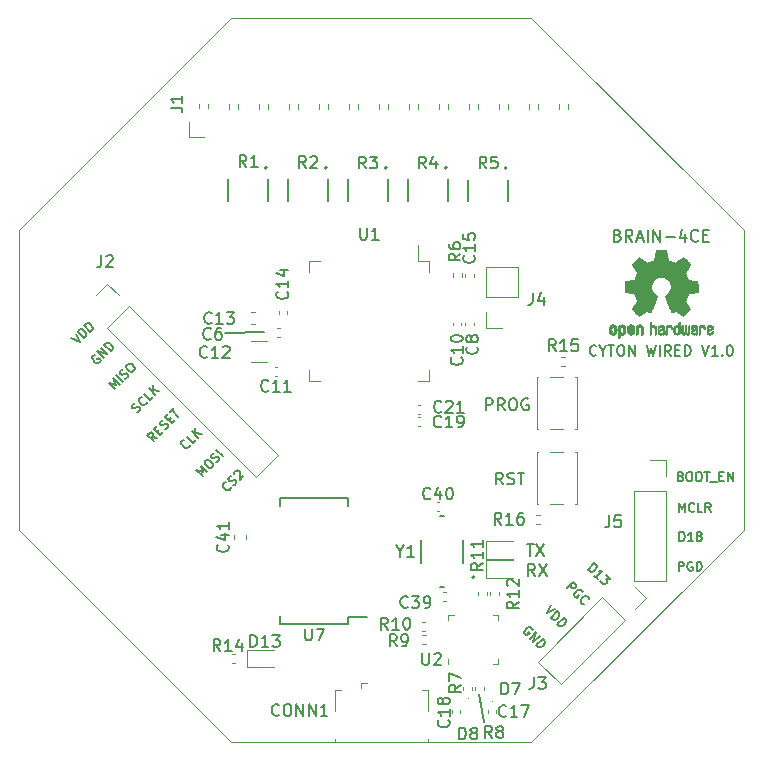
<source format=gbr>
%TF.GenerationSoftware,KiCad,Pcbnew,7.0.1*%
%TF.CreationDate,2023-03-27T17:03:57-04:00*%
%TF.ProjectId,cyton wired,6379746f-6e20-4776-9972-65642e6b6963,rev?*%
%TF.SameCoordinates,Original*%
%TF.FileFunction,Legend,Top*%
%TF.FilePolarity,Positive*%
%FSLAX46Y46*%
G04 Gerber Fmt 4.6, Leading zero omitted, Abs format (unit mm)*
G04 Created by KiCad (PCBNEW 7.0.1) date 2023-03-27 17:03:57*
%MOMM*%
%LPD*%
G01*
G04 APERTURE LIST*
%ADD10C,0.152400*%
%ADD11C,0.150000*%
%ADD12C,0.120000*%
%ADD13C,0.127000*%
%ADD14C,0.200000*%
%ADD15C,0.100000*%
%ADD16C,0.010000*%
%TA.AperFunction,Profile*%
%ADD17C,0.101600*%
%TD*%
G04 APERTURE END LIST*
D10*
X129794000Y-102793800D02*
X126492000Y-102870000D01*
X147980400Y-133477000D02*
X148361400Y-135788400D01*
D11*
X159706133Y-94630009D02*
X159848990Y-94677628D01*
X159848990Y-94677628D02*
X159896609Y-94725247D01*
X159896609Y-94725247D02*
X159944228Y-94820485D01*
X159944228Y-94820485D02*
X159944228Y-94963342D01*
X159944228Y-94963342D02*
X159896609Y-95058580D01*
X159896609Y-95058580D02*
X159848990Y-95106200D01*
X159848990Y-95106200D02*
X159753752Y-95153819D01*
X159753752Y-95153819D02*
X159372800Y-95153819D01*
X159372800Y-95153819D02*
X159372800Y-94153819D01*
X159372800Y-94153819D02*
X159706133Y-94153819D01*
X159706133Y-94153819D02*
X159801371Y-94201438D01*
X159801371Y-94201438D02*
X159848990Y-94249057D01*
X159848990Y-94249057D02*
X159896609Y-94344295D01*
X159896609Y-94344295D02*
X159896609Y-94439533D01*
X159896609Y-94439533D02*
X159848990Y-94534771D01*
X159848990Y-94534771D02*
X159801371Y-94582390D01*
X159801371Y-94582390D02*
X159706133Y-94630009D01*
X159706133Y-94630009D02*
X159372800Y-94630009D01*
X160944228Y-95153819D02*
X160610895Y-94677628D01*
X160372800Y-95153819D02*
X160372800Y-94153819D01*
X160372800Y-94153819D02*
X160753752Y-94153819D01*
X160753752Y-94153819D02*
X160848990Y-94201438D01*
X160848990Y-94201438D02*
X160896609Y-94249057D01*
X160896609Y-94249057D02*
X160944228Y-94344295D01*
X160944228Y-94344295D02*
X160944228Y-94487152D01*
X160944228Y-94487152D02*
X160896609Y-94582390D01*
X160896609Y-94582390D02*
X160848990Y-94630009D01*
X160848990Y-94630009D02*
X160753752Y-94677628D01*
X160753752Y-94677628D02*
X160372800Y-94677628D01*
X161325181Y-94868104D02*
X161801371Y-94868104D01*
X161229943Y-95153819D02*
X161563276Y-94153819D01*
X161563276Y-94153819D02*
X161896609Y-95153819D01*
X162229943Y-95153819D02*
X162229943Y-94153819D01*
X162706133Y-95153819D02*
X162706133Y-94153819D01*
X162706133Y-94153819D02*
X163277561Y-95153819D01*
X163277561Y-95153819D02*
X163277561Y-94153819D01*
X163753752Y-94772866D02*
X164515657Y-94772866D01*
X165420418Y-94487152D02*
X165420418Y-95153819D01*
X165182323Y-94106200D02*
X164944228Y-94820485D01*
X164944228Y-94820485D02*
X165563275Y-94820485D01*
X166515656Y-95058580D02*
X166468037Y-95106200D01*
X166468037Y-95106200D02*
X166325180Y-95153819D01*
X166325180Y-95153819D02*
X166229942Y-95153819D01*
X166229942Y-95153819D02*
X166087085Y-95106200D01*
X166087085Y-95106200D02*
X165991847Y-95010961D01*
X165991847Y-95010961D02*
X165944228Y-94915723D01*
X165944228Y-94915723D02*
X165896609Y-94725247D01*
X165896609Y-94725247D02*
X165896609Y-94582390D01*
X165896609Y-94582390D02*
X165944228Y-94391914D01*
X165944228Y-94391914D02*
X165991847Y-94296676D01*
X165991847Y-94296676D02*
X166087085Y-94201438D01*
X166087085Y-94201438D02*
X166229942Y-94153819D01*
X166229942Y-94153819D02*
X166325180Y-94153819D01*
X166325180Y-94153819D02*
X166468037Y-94201438D01*
X166468037Y-94201438D02*
X166515656Y-94249057D01*
X166944228Y-94630009D02*
X167277561Y-94630009D01*
X167420418Y-95153819D02*
X166944228Y-95153819D01*
X166944228Y-95153819D02*
X166944228Y-94153819D01*
X166944228Y-94153819D02*
X167420418Y-94153819D01*
X165052828Y-115026802D02*
X165161685Y-115063088D01*
X165161685Y-115063088D02*
X165197971Y-115099374D01*
X165197971Y-115099374D02*
X165234257Y-115171945D01*
X165234257Y-115171945D02*
X165234257Y-115280802D01*
X165234257Y-115280802D02*
X165197971Y-115353374D01*
X165197971Y-115353374D02*
X165161685Y-115389660D01*
X165161685Y-115389660D02*
X165089114Y-115425945D01*
X165089114Y-115425945D02*
X164798828Y-115425945D01*
X164798828Y-115425945D02*
X164798828Y-114663945D01*
X164798828Y-114663945D02*
X165052828Y-114663945D01*
X165052828Y-114663945D02*
X165125400Y-114700231D01*
X165125400Y-114700231D02*
X165161685Y-114736517D01*
X165161685Y-114736517D02*
X165197971Y-114809088D01*
X165197971Y-114809088D02*
X165197971Y-114881660D01*
X165197971Y-114881660D02*
X165161685Y-114954231D01*
X165161685Y-114954231D02*
X165125400Y-114990517D01*
X165125400Y-114990517D02*
X165052828Y-115026802D01*
X165052828Y-115026802D02*
X164798828Y-115026802D01*
X165705971Y-114663945D02*
X165851114Y-114663945D01*
X165851114Y-114663945D02*
X165923685Y-114700231D01*
X165923685Y-114700231D02*
X165996257Y-114772802D01*
X165996257Y-114772802D02*
X166032542Y-114917945D01*
X166032542Y-114917945D02*
X166032542Y-115171945D01*
X166032542Y-115171945D02*
X165996257Y-115317088D01*
X165996257Y-115317088D02*
X165923685Y-115389660D01*
X165923685Y-115389660D02*
X165851114Y-115425945D01*
X165851114Y-115425945D02*
X165705971Y-115425945D01*
X165705971Y-115425945D02*
X165633400Y-115389660D01*
X165633400Y-115389660D02*
X165560828Y-115317088D01*
X165560828Y-115317088D02*
X165524542Y-115171945D01*
X165524542Y-115171945D02*
X165524542Y-114917945D01*
X165524542Y-114917945D02*
X165560828Y-114772802D01*
X165560828Y-114772802D02*
X165633400Y-114700231D01*
X165633400Y-114700231D02*
X165705971Y-114663945D01*
X166504257Y-114663945D02*
X166649400Y-114663945D01*
X166649400Y-114663945D02*
X166721971Y-114700231D01*
X166721971Y-114700231D02*
X166794543Y-114772802D01*
X166794543Y-114772802D02*
X166830828Y-114917945D01*
X166830828Y-114917945D02*
X166830828Y-115171945D01*
X166830828Y-115171945D02*
X166794543Y-115317088D01*
X166794543Y-115317088D02*
X166721971Y-115389660D01*
X166721971Y-115389660D02*
X166649400Y-115425945D01*
X166649400Y-115425945D02*
X166504257Y-115425945D01*
X166504257Y-115425945D02*
X166431686Y-115389660D01*
X166431686Y-115389660D02*
X166359114Y-115317088D01*
X166359114Y-115317088D02*
X166322828Y-115171945D01*
X166322828Y-115171945D02*
X166322828Y-114917945D01*
X166322828Y-114917945D02*
X166359114Y-114772802D01*
X166359114Y-114772802D02*
X166431686Y-114700231D01*
X166431686Y-114700231D02*
X166504257Y-114663945D01*
X167048543Y-114663945D02*
X167483972Y-114663945D01*
X167266257Y-115425945D02*
X167266257Y-114663945D01*
X167556543Y-115498517D02*
X168137114Y-115498517D01*
X168318542Y-115026802D02*
X168572542Y-115026802D01*
X168681399Y-115425945D02*
X168318542Y-115425945D01*
X168318542Y-115425945D02*
X168318542Y-114663945D01*
X168318542Y-114663945D02*
X168681399Y-114663945D01*
X169007971Y-115425945D02*
X169007971Y-114663945D01*
X169007971Y-114663945D02*
X169443400Y-115425945D01*
X169443400Y-115425945D02*
X169443400Y-114663945D01*
X152012638Y-120746819D02*
X152584066Y-120746819D01*
X152298352Y-121746819D02*
X152298352Y-120746819D01*
X152822162Y-120746819D02*
X153488828Y-121746819D01*
X153488828Y-120746819D02*
X152822162Y-121746819D01*
X123458127Y-112374959D02*
X123458127Y-112426275D01*
X123458127Y-112426275D02*
X123406811Y-112528906D01*
X123406811Y-112528906D02*
X123355495Y-112580222D01*
X123355495Y-112580222D02*
X123252864Y-112631538D01*
X123252864Y-112631538D02*
X123150232Y-112631538D01*
X123150232Y-112631538D02*
X123073259Y-112605880D01*
X123073259Y-112605880D02*
X122944969Y-112528906D01*
X122944969Y-112528906D02*
X122867996Y-112451933D01*
X122867996Y-112451933D02*
X122791022Y-112323643D01*
X122791022Y-112323643D02*
X122765364Y-112246670D01*
X122765364Y-112246670D02*
X122765364Y-112144038D01*
X122765364Y-112144038D02*
X122816680Y-112041407D01*
X122816680Y-112041407D02*
X122867996Y-111990091D01*
X122867996Y-111990091D02*
X122970627Y-111938775D01*
X122970627Y-111938775D02*
X123021943Y-111938775D01*
X123996942Y-111938775D02*
X123740364Y-112195354D01*
X123740364Y-112195354D02*
X123201548Y-111656539D01*
X124176547Y-111759170D02*
X123637732Y-111220355D01*
X124484442Y-111451276D02*
X123945626Y-111374302D01*
X123945626Y-110912460D02*
X123945626Y-111528249D01*
X164875028Y-118016745D02*
X164875028Y-117254745D01*
X164875028Y-117254745D02*
X165129028Y-117799031D01*
X165129028Y-117799031D02*
X165383028Y-117254745D01*
X165383028Y-117254745D02*
X165383028Y-118016745D01*
X166181314Y-117944174D02*
X166145028Y-117980460D01*
X166145028Y-117980460D02*
X166036171Y-118016745D01*
X166036171Y-118016745D02*
X165963599Y-118016745D01*
X165963599Y-118016745D02*
X165854742Y-117980460D01*
X165854742Y-117980460D02*
X165782171Y-117907888D01*
X165782171Y-117907888D02*
X165745885Y-117835317D01*
X165745885Y-117835317D02*
X165709599Y-117690174D01*
X165709599Y-117690174D02*
X165709599Y-117581317D01*
X165709599Y-117581317D02*
X165745885Y-117436174D01*
X165745885Y-117436174D02*
X165782171Y-117363602D01*
X165782171Y-117363602D02*
X165854742Y-117291031D01*
X165854742Y-117291031D02*
X165963599Y-117254745D01*
X165963599Y-117254745D02*
X166036171Y-117254745D01*
X166036171Y-117254745D02*
X166145028Y-117291031D01*
X166145028Y-117291031D02*
X166181314Y-117327317D01*
X166870742Y-118016745D02*
X166507885Y-118016745D01*
X166507885Y-118016745D02*
X166507885Y-117254745D01*
X167560171Y-118016745D02*
X167306171Y-117653888D01*
X167124742Y-118016745D02*
X167124742Y-117254745D01*
X167124742Y-117254745D02*
X167415028Y-117254745D01*
X167415028Y-117254745D02*
X167487599Y-117291031D01*
X167487599Y-117291031D02*
X167523885Y-117327317D01*
X167523885Y-117327317D02*
X167560171Y-117399888D01*
X167560171Y-117399888D02*
X167560171Y-117508745D01*
X167560171Y-117508745D02*
X167523885Y-117581317D01*
X167523885Y-117581317D02*
X167487599Y-117617602D01*
X167487599Y-117617602D02*
X167415028Y-117653888D01*
X167415028Y-117653888D02*
X167124742Y-117653888D01*
X115426827Y-104725175D02*
X115349854Y-104750833D01*
X115349854Y-104750833D02*
X115272880Y-104827807D01*
X115272880Y-104827807D02*
X115221564Y-104930438D01*
X115221564Y-104930438D02*
X115221564Y-105033070D01*
X115221564Y-105033070D02*
X115247222Y-105110043D01*
X115247222Y-105110043D02*
X115324196Y-105238333D01*
X115324196Y-105238333D02*
X115401169Y-105315306D01*
X115401169Y-105315306D02*
X115529459Y-105392280D01*
X115529459Y-105392280D02*
X115606432Y-105417938D01*
X115606432Y-105417938D02*
X115709064Y-105417938D01*
X115709064Y-105417938D02*
X115811695Y-105366622D01*
X115811695Y-105366622D02*
X115863011Y-105315306D01*
X115863011Y-105315306D02*
X115914327Y-105212675D01*
X115914327Y-105212675D02*
X115914327Y-105161359D01*
X115914327Y-105161359D02*
X115734722Y-104981754D01*
X115734722Y-104981754D02*
X115632090Y-105084386D01*
X116196564Y-104981754D02*
X115657748Y-104442939D01*
X115657748Y-104442939D02*
X116504458Y-104673860D01*
X116504458Y-104673860D02*
X115965643Y-104135044D01*
X116761037Y-104417281D02*
X116222222Y-103878465D01*
X116222222Y-103878465D02*
X116350511Y-103750176D01*
X116350511Y-103750176D02*
X116453142Y-103698860D01*
X116453142Y-103698860D02*
X116555774Y-103698860D01*
X116555774Y-103698860D02*
X116632748Y-103724518D01*
X116632748Y-103724518D02*
X116761037Y-103801492D01*
X116761037Y-103801492D02*
X116838011Y-103878465D01*
X116838011Y-103878465D02*
X116914984Y-104006755D01*
X116914984Y-104006755D02*
X116940642Y-104083728D01*
X116940642Y-104083728D02*
X116940642Y-104186360D01*
X116940642Y-104186360D02*
X116889326Y-104288991D01*
X116889326Y-104288991D02*
X116761037Y-104417281D01*
X120715443Y-111765875D02*
X120279259Y-111688901D01*
X120407548Y-112073769D02*
X119868733Y-111534954D01*
X119868733Y-111534954D02*
X120073996Y-111329691D01*
X120073996Y-111329691D02*
X120150969Y-111304033D01*
X120150969Y-111304033D02*
X120202285Y-111304033D01*
X120202285Y-111304033D02*
X120279259Y-111329691D01*
X120279259Y-111329691D02*
X120356232Y-111406665D01*
X120356232Y-111406665D02*
X120381890Y-111483638D01*
X120381890Y-111483638D02*
X120381890Y-111534954D01*
X120381890Y-111534954D02*
X120356232Y-111611928D01*
X120356232Y-111611928D02*
X120150969Y-111817191D01*
X120664127Y-111252717D02*
X120843732Y-111073112D01*
X121202942Y-111278375D02*
X120946364Y-111534954D01*
X120946364Y-111534954D02*
X120407548Y-110996139D01*
X120407548Y-110996139D02*
X120664127Y-110739560D01*
X121382548Y-111047454D02*
X121485179Y-110996138D01*
X121485179Y-110996138D02*
X121613469Y-110867849D01*
X121613469Y-110867849D02*
X121639126Y-110790875D01*
X121639126Y-110790875D02*
X121639126Y-110739560D01*
X121639126Y-110739560D02*
X121613469Y-110662586D01*
X121613469Y-110662586D02*
X121562153Y-110611270D01*
X121562153Y-110611270D02*
X121485179Y-110585612D01*
X121485179Y-110585612D02*
X121433863Y-110585612D01*
X121433863Y-110585612D02*
X121356890Y-110611270D01*
X121356890Y-110611270D02*
X121228600Y-110688244D01*
X121228600Y-110688244D02*
X121151627Y-110713902D01*
X121151627Y-110713902D02*
X121100311Y-110713902D01*
X121100311Y-110713902D02*
X121023337Y-110688244D01*
X121023337Y-110688244D02*
X120972022Y-110636928D01*
X120972022Y-110636928D02*
X120946364Y-110559954D01*
X120946364Y-110559954D02*
X120946364Y-110508639D01*
X120946364Y-110508639D02*
X120972022Y-110431665D01*
X120972022Y-110431665D02*
X121100311Y-110303376D01*
X121100311Y-110303376D02*
X121202943Y-110252060D01*
X121664784Y-110252060D02*
X121844389Y-110072455D01*
X122203599Y-110277718D02*
X121947021Y-110534297D01*
X121947021Y-110534297D02*
X121408205Y-109995481D01*
X121408205Y-109995481D02*
X121664784Y-109738903D01*
X121818732Y-109584955D02*
X122126626Y-109277061D01*
X122511494Y-109969823D02*
X121972679Y-109431008D01*
X152500624Y-127999827D02*
X152474966Y-127922854D01*
X152474966Y-127922854D02*
X152397992Y-127845880D01*
X152397992Y-127845880D02*
X152295361Y-127794564D01*
X152295361Y-127794564D02*
X152192729Y-127794564D01*
X152192729Y-127794564D02*
X152115756Y-127820222D01*
X152115756Y-127820222D02*
X151987466Y-127897196D01*
X151987466Y-127897196D02*
X151910493Y-127974169D01*
X151910493Y-127974169D02*
X151833519Y-128102459D01*
X151833519Y-128102459D02*
X151807861Y-128179432D01*
X151807861Y-128179432D02*
X151807861Y-128282064D01*
X151807861Y-128282064D02*
X151859177Y-128384695D01*
X151859177Y-128384695D02*
X151910493Y-128436011D01*
X151910493Y-128436011D02*
X152013124Y-128487327D01*
X152013124Y-128487327D02*
X152064440Y-128487327D01*
X152064440Y-128487327D02*
X152244045Y-128307722D01*
X152244045Y-128307722D02*
X152141413Y-128205090D01*
X152244045Y-128769564D02*
X152782860Y-128230748D01*
X152782860Y-128230748D02*
X152551939Y-129077458D01*
X152551939Y-129077458D02*
X153090755Y-128538643D01*
X152808518Y-129334037D02*
X153347334Y-128795222D01*
X153347334Y-128795222D02*
X153475623Y-128923511D01*
X153475623Y-128923511D02*
X153526939Y-129026142D01*
X153526939Y-129026142D02*
X153526939Y-129128774D01*
X153526939Y-129128774D02*
X153501281Y-129205748D01*
X153501281Y-129205748D02*
X153424307Y-129334037D01*
X153424307Y-129334037D02*
X153347334Y-129411011D01*
X153347334Y-129411011D02*
X153219044Y-129487984D01*
X153219044Y-129487984D02*
X153142071Y-129513642D01*
X153142071Y-129513642D02*
X153039439Y-129513642D01*
X153039439Y-129513642D02*
X152936808Y-129462326D01*
X152936808Y-129462326D02*
X152808518Y-129334037D01*
X148548695Y-109427819D02*
X148548695Y-108427819D01*
X148548695Y-108427819D02*
X148929647Y-108427819D01*
X148929647Y-108427819D02*
X149024885Y-108475438D01*
X149024885Y-108475438D02*
X149072504Y-108523057D01*
X149072504Y-108523057D02*
X149120123Y-108618295D01*
X149120123Y-108618295D02*
X149120123Y-108761152D01*
X149120123Y-108761152D02*
X149072504Y-108856390D01*
X149072504Y-108856390D02*
X149024885Y-108904009D01*
X149024885Y-108904009D02*
X148929647Y-108951628D01*
X148929647Y-108951628D02*
X148548695Y-108951628D01*
X150120123Y-109427819D02*
X149786790Y-108951628D01*
X149548695Y-109427819D02*
X149548695Y-108427819D01*
X149548695Y-108427819D02*
X149929647Y-108427819D01*
X149929647Y-108427819D02*
X150024885Y-108475438D01*
X150024885Y-108475438D02*
X150072504Y-108523057D01*
X150072504Y-108523057D02*
X150120123Y-108618295D01*
X150120123Y-108618295D02*
X150120123Y-108761152D01*
X150120123Y-108761152D02*
X150072504Y-108856390D01*
X150072504Y-108856390D02*
X150024885Y-108904009D01*
X150024885Y-108904009D02*
X149929647Y-108951628D01*
X149929647Y-108951628D02*
X149548695Y-108951628D01*
X150739171Y-108427819D02*
X150929647Y-108427819D01*
X150929647Y-108427819D02*
X151024885Y-108475438D01*
X151024885Y-108475438D02*
X151120123Y-108570676D01*
X151120123Y-108570676D02*
X151167742Y-108761152D01*
X151167742Y-108761152D02*
X151167742Y-109094485D01*
X151167742Y-109094485D02*
X151120123Y-109284961D01*
X151120123Y-109284961D02*
X151024885Y-109380200D01*
X151024885Y-109380200D02*
X150929647Y-109427819D01*
X150929647Y-109427819D02*
X150739171Y-109427819D01*
X150739171Y-109427819D02*
X150643933Y-109380200D01*
X150643933Y-109380200D02*
X150548695Y-109284961D01*
X150548695Y-109284961D02*
X150501076Y-109094485D01*
X150501076Y-109094485D02*
X150501076Y-108761152D01*
X150501076Y-108761152D02*
X150548695Y-108570676D01*
X150548695Y-108570676D02*
X150643933Y-108475438D01*
X150643933Y-108475438D02*
X150739171Y-108427819D01*
X152120123Y-108475438D02*
X152024885Y-108427819D01*
X152024885Y-108427819D02*
X151882028Y-108427819D01*
X151882028Y-108427819D02*
X151739171Y-108475438D01*
X151739171Y-108475438D02*
X151643933Y-108570676D01*
X151643933Y-108570676D02*
X151596314Y-108665914D01*
X151596314Y-108665914D02*
X151548695Y-108856390D01*
X151548695Y-108856390D02*
X151548695Y-108999247D01*
X151548695Y-108999247D02*
X151596314Y-109189723D01*
X151596314Y-109189723D02*
X151643933Y-109284961D01*
X151643933Y-109284961D02*
X151739171Y-109380200D01*
X151739171Y-109380200D02*
X151882028Y-109427819D01*
X151882028Y-109427819D02*
X151977266Y-109427819D01*
X151977266Y-109427819D02*
X152120123Y-109380200D01*
X152120123Y-109380200D02*
X152167742Y-109332580D01*
X152167742Y-109332580D02*
X152167742Y-108999247D01*
X152167742Y-108999247D02*
X151977266Y-108999247D01*
X155388230Y-124522348D02*
X155927045Y-123983533D01*
X155927045Y-123983533D02*
X156132308Y-124188796D01*
X156132308Y-124188796D02*
X156157966Y-124265769D01*
X156157966Y-124265769D02*
X156157966Y-124317085D01*
X156157966Y-124317085D02*
X156132308Y-124394059D01*
X156132308Y-124394059D02*
X156055334Y-124471032D01*
X156055334Y-124471032D02*
X155978361Y-124496690D01*
X155978361Y-124496690D02*
X155927045Y-124496690D01*
X155927045Y-124496690D02*
X155850071Y-124471032D01*
X155850071Y-124471032D02*
X155644808Y-124265769D01*
X156722439Y-124830243D02*
X156696781Y-124753269D01*
X156696781Y-124753269D02*
X156619808Y-124676295D01*
X156619808Y-124676295D02*
X156517176Y-124624980D01*
X156517176Y-124624980D02*
X156414545Y-124624980D01*
X156414545Y-124624980D02*
X156337571Y-124650638D01*
X156337571Y-124650638D02*
X156209282Y-124727611D01*
X156209282Y-124727611D02*
X156132308Y-124804585D01*
X156132308Y-124804585D02*
X156055334Y-124932874D01*
X156055334Y-124932874D02*
X156029676Y-125009848D01*
X156029676Y-125009848D02*
X156029676Y-125112479D01*
X156029676Y-125112479D02*
X156080992Y-125215111D01*
X156080992Y-125215111D02*
X156132308Y-125266426D01*
X156132308Y-125266426D02*
X156234939Y-125317742D01*
X156234939Y-125317742D02*
X156286255Y-125317742D01*
X156286255Y-125317742D02*
X156465860Y-125138137D01*
X156465860Y-125138137D02*
X156363229Y-125035506D01*
X156825071Y-125856558D02*
X156773755Y-125856558D01*
X156773755Y-125856558D02*
X156671123Y-125805242D01*
X156671123Y-125805242D02*
X156619808Y-125753926D01*
X156619808Y-125753926D02*
X156568492Y-125651295D01*
X156568492Y-125651295D02*
X156568492Y-125548663D01*
X156568492Y-125548663D02*
X156594150Y-125471689D01*
X156594150Y-125471689D02*
X156671123Y-125343400D01*
X156671123Y-125343400D02*
X156748097Y-125266426D01*
X156748097Y-125266426D02*
X156876386Y-125189453D01*
X156876386Y-125189453D02*
X156953360Y-125163795D01*
X156953360Y-125163795D02*
X157055991Y-125163795D01*
X157055991Y-125163795D02*
X157158623Y-125215111D01*
X157158623Y-125215111D02*
X157209939Y-125266426D01*
X157209939Y-125266426D02*
X157261254Y-125369058D01*
X157261254Y-125369058D02*
X157261254Y-125420374D01*
X157191630Y-122922148D02*
X157730445Y-122383333D01*
X157730445Y-122383333D02*
X157858734Y-122511622D01*
X157858734Y-122511622D02*
X157910050Y-122614254D01*
X157910050Y-122614254D02*
X157910050Y-122716885D01*
X157910050Y-122716885D02*
X157884392Y-122793859D01*
X157884392Y-122793859D02*
X157807419Y-122922148D01*
X157807419Y-122922148D02*
X157730445Y-122999122D01*
X157730445Y-122999122D02*
X157602156Y-123076095D01*
X157602156Y-123076095D02*
X157525182Y-123101753D01*
X157525182Y-123101753D02*
X157422550Y-123101753D01*
X157422550Y-123101753D02*
X157319919Y-123050438D01*
X157319919Y-123050438D02*
X157191630Y-122922148D01*
X158012682Y-123743200D02*
X157704787Y-123435306D01*
X157858734Y-123589253D02*
X158397550Y-123050438D01*
X158397550Y-123050438D02*
X158269260Y-123076095D01*
X158269260Y-123076095D02*
X158166629Y-123076095D01*
X158166629Y-123076095D02*
X158089655Y-123050438D01*
X158731102Y-123383990D02*
X159064654Y-123717542D01*
X159064654Y-123717542D02*
X158679786Y-123743200D01*
X158679786Y-123743200D02*
X158756760Y-123820174D01*
X158756760Y-123820174D02*
X158782418Y-123897147D01*
X158782418Y-123897147D02*
X158782418Y-123948463D01*
X158782418Y-123948463D02*
X158756760Y-124025437D01*
X158756760Y-124025437D02*
X158628470Y-124153726D01*
X158628470Y-124153726D02*
X158551497Y-124179384D01*
X158551497Y-124179384D02*
X158500181Y-124179384D01*
X158500181Y-124179384D02*
X158423207Y-124153726D01*
X158423207Y-124153726D02*
X158269260Y-123999779D01*
X158269260Y-123999779D02*
X158243602Y-123922805D01*
X158243602Y-123922805D02*
X158243602Y-123871489D01*
X154046671Y-125913159D02*
X153687461Y-126631580D01*
X153687461Y-126631580D02*
X154405882Y-126272369D01*
X154046671Y-126990790D02*
X154585487Y-126451975D01*
X154585487Y-126451975D02*
X154713776Y-126580264D01*
X154713776Y-126580264D02*
X154765092Y-126682895D01*
X154765092Y-126682895D02*
X154765092Y-126785527D01*
X154765092Y-126785527D02*
X154739434Y-126862501D01*
X154739434Y-126862501D02*
X154662460Y-126990790D01*
X154662460Y-126990790D02*
X154585487Y-127067764D01*
X154585487Y-127067764D02*
X154457197Y-127144737D01*
X154457197Y-127144737D02*
X154380224Y-127170395D01*
X154380224Y-127170395D02*
X154277592Y-127170395D01*
X154277592Y-127170395D02*
X154174961Y-127119079D01*
X154174961Y-127119079D02*
X154046671Y-126990790D01*
X154585487Y-127529605D02*
X155124302Y-126990790D01*
X155124302Y-126990790D02*
X155252592Y-127119079D01*
X155252592Y-127119079D02*
X155303907Y-127221711D01*
X155303907Y-127221711D02*
X155303907Y-127324342D01*
X155303907Y-127324342D02*
X155278249Y-127401316D01*
X155278249Y-127401316D02*
X155201276Y-127529605D01*
X155201276Y-127529605D02*
X155124302Y-127606579D01*
X155124302Y-127606579D02*
X154996013Y-127683553D01*
X154996013Y-127683553D02*
X154919039Y-127709210D01*
X154919039Y-127709210D02*
X154816408Y-127709210D01*
X154816408Y-127709210D02*
X154713776Y-127657895D01*
X154713776Y-127657895D02*
X154585487Y-127529605D01*
X126937927Y-115956359D02*
X126937927Y-116007675D01*
X126937927Y-116007675D02*
X126886611Y-116110306D01*
X126886611Y-116110306D02*
X126835295Y-116161622D01*
X126835295Y-116161622D02*
X126732664Y-116212938D01*
X126732664Y-116212938D02*
X126630032Y-116212938D01*
X126630032Y-116212938D02*
X126553059Y-116187280D01*
X126553059Y-116187280D02*
X126424769Y-116110306D01*
X126424769Y-116110306D02*
X126347796Y-116033333D01*
X126347796Y-116033333D02*
X126270822Y-115905043D01*
X126270822Y-115905043D02*
X126245164Y-115828070D01*
X126245164Y-115828070D02*
X126245164Y-115725438D01*
X126245164Y-115725438D02*
X126296480Y-115622807D01*
X126296480Y-115622807D02*
X126347796Y-115571491D01*
X126347796Y-115571491D02*
X126450427Y-115520175D01*
X126450427Y-115520175D02*
X126501743Y-115520175D01*
X127168848Y-115776754D02*
X127271479Y-115725438D01*
X127271479Y-115725438D02*
X127399769Y-115597149D01*
X127399769Y-115597149D02*
X127425426Y-115520175D01*
X127425426Y-115520175D02*
X127425426Y-115468860D01*
X127425426Y-115468860D02*
X127399769Y-115391886D01*
X127399769Y-115391886D02*
X127348453Y-115340570D01*
X127348453Y-115340570D02*
X127271479Y-115314912D01*
X127271479Y-115314912D02*
X127220164Y-115314912D01*
X127220164Y-115314912D02*
X127143190Y-115340570D01*
X127143190Y-115340570D02*
X127014901Y-115417544D01*
X127014901Y-115417544D02*
X126937927Y-115443202D01*
X126937927Y-115443202D02*
X126886611Y-115443202D01*
X126886611Y-115443202D02*
X126809638Y-115417544D01*
X126809638Y-115417544D02*
X126758322Y-115366228D01*
X126758322Y-115366228D02*
X126732664Y-115289254D01*
X126732664Y-115289254D02*
X126732664Y-115237939D01*
X126732664Y-115237939D02*
X126758322Y-115160965D01*
X126758322Y-115160965D02*
X126886611Y-115032676D01*
X126886611Y-115032676D02*
X126989243Y-114981360D01*
X127220163Y-114801755D02*
X127220163Y-114750439D01*
X127220163Y-114750439D02*
X127245821Y-114673466D01*
X127245821Y-114673466D02*
X127374111Y-114545176D01*
X127374111Y-114545176D02*
X127451084Y-114519518D01*
X127451084Y-114519518D02*
X127502400Y-114519518D01*
X127502400Y-114519518D02*
X127579374Y-114545176D01*
X127579374Y-114545176D02*
X127630689Y-114596492D01*
X127630689Y-114596492D02*
X127682005Y-114699123D01*
X127682005Y-114699123D02*
X127682005Y-115314912D01*
X127682005Y-115314912D02*
X128015557Y-114981360D01*
X164925828Y-120505945D02*
X164925828Y-119743945D01*
X164925828Y-119743945D02*
X165107257Y-119743945D01*
X165107257Y-119743945D02*
X165216114Y-119780231D01*
X165216114Y-119780231D02*
X165288685Y-119852802D01*
X165288685Y-119852802D02*
X165324971Y-119925374D01*
X165324971Y-119925374D02*
X165361257Y-120070517D01*
X165361257Y-120070517D02*
X165361257Y-120179374D01*
X165361257Y-120179374D02*
X165324971Y-120324517D01*
X165324971Y-120324517D02*
X165288685Y-120397088D01*
X165288685Y-120397088D02*
X165216114Y-120469660D01*
X165216114Y-120469660D02*
X165107257Y-120505945D01*
X165107257Y-120505945D02*
X164925828Y-120505945D01*
X166086971Y-120505945D02*
X165651542Y-120505945D01*
X165869257Y-120505945D02*
X165869257Y-119743945D01*
X165869257Y-119743945D02*
X165796685Y-119852802D01*
X165796685Y-119852802D02*
X165724114Y-119925374D01*
X165724114Y-119925374D02*
X165651542Y-119961660D01*
X166522399Y-120070517D02*
X166449828Y-120034231D01*
X166449828Y-120034231D02*
X166413542Y-119997945D01*
X166413542Y-119997945D02*
X166377256Y-119925374D01*
X166377256Y-119925374D02*
X166377256Y-119889088D01*
X166377256Y-119889088D02*
X166413542Y-119816517D01*
X166413542Y-119816517D02*
X166449828Y-119780231D01*
X166449828Y-119780231D02*
X166522399Y-119743945D01*
X166522399Y-119743945D02*
X166667542Y-119743945D01*
X166667542Y-119743945D02*
X166740114Y-119780231D01*
X166740114Y-119780231D02*
X166776399Y-119816517D01*
X166776399Y-119816517D02*
X166812685Y-119889088D01*
X166812685Y-119889088D02*
X166812685Y-119925374D01*
X166812685Y-119925374D02*
X166776399Y-119997945D01*
X166776399Y-119997945D02*
X166740114Y-120034231D01*
X166740114Y-120034231D02*
X166667542Y-120070517D01*
X166667542Y-120070517D02*
X166522399Y-120070517D01*
X166522399Y-120070517D02*
X166449828Y-120106802D01*
X166449828Y-120106802D02*
X166413542Y-120143088D01*
X166413542Y-120143088D02*
X166377256Y-120215660D01*
X166377256Y-120215660D02*
X166377256Y-120360802D01*
X166377256Y-120360802D02*
X166413542Y-120433374D01*
X166413542Y-120433374D02*
X166449828Y-120469660D01*
X166449828Y-120469660D02*
X166522399Y-120505945D01*
X166522399Y-120505945D02*
X166667542Y-120505945D01*
X166667542Y-120505945D02*
X166740114Y-120469660D01*
X166740114Y-120469660D02*
X166776399Y-120433374D01*
X166776399Y-120433374D02*
X166812685Y-120360802D01*
X166812685Y-120360802D02*
X166812685Y-120215660D01*
X166812685Y-120215660D02*
X166776399Y-120143088D01*
X166776399Y-120143088D02*
X166740114Y-120106802D01*
X166740114Y-120106802D02*
X166667542Y-120070517D01*
X152701523Y-123474019D02*
X152368190Y-122997828D01*
X152130095Y-123474019D02*
X152130095Y-122474019D01*
X152130095Y-122474019D02*
X152511047Y-122474019D01*
X152511047Y-122474019D02*
X152606285Y-122521638D01*
X152606285Y-122521638D02*
X152653904Y-122569257D01*
X152653904Y-122569257D02*
X152701523Y-122664495D01*
X152701523Y-122664495D02*
X152701523Y-122807352D01*
X152701523Y-122807352D02*
X152653904Y-122902590D01*
X152653904Y-122902590D02*
X152606285Y-122950209D01*
X152606285Y-122950209D02*
X152511047Y-122997828D01*
X152511047Y-122997828D02*
X152130095Y-122997828D01*
X153034857Y-122474019D02*
X153701523Y-123474019D01*
X153701523Y-122474019D02*
X153034857Y-123474019D01*
X164849628Y-123020545D02*
X164849628Y-122258545D01*
X164849628Y-122258545D02*
X165139914Y-122258545D01*
X165139914Y-122258545D02*
X165212485Y-122294831D01*
X165212485Y-122294831D02*
X165248771Y-122331117D01*
X165248771Y-122331117D02*
X165285057Y-122403688D01*
X165285057Y-122403688D02*
X165285057Y-122512545D01*
X165285057Y-122512545D02*
X165248771Y-122585117D01*
X165248771Y-122585117D02*
X165212485Y-122621402D01*
X165212485Y-122621402D02*
X165139914Y-122657688D01*
X165139914Y-122657688D02*
X164849628Y-122657688D01*
X166010771Y-122294831D02*
X165938200Y-122258545D01*
X165938200Y-122258545D02*
X165829342Y-122258545D01*
X165829342Y-122258545D02*
X165720485Y-122294831D01*
X165720485Y-122294831D02*
X165647914Y-122367402D01*
X165647914Y-122367402D02*
X165611628Y-122439974D01*
X165611628Y-122439974D02*
X165575342Y-122585117D01*
X165575342Y-122585117D02*
X165575342Y-122693974D01*
X165575342Y-122693974D02*
X165611628Y-122839117D01*
X165611628Y-122839117D02*
X165647914Y-122911688D01*
X165647914Y-122911688D02*
X165720485Y-122984260D01*
X165720485Y-122984260D02*
X165829342Y-123020545D01*
X165829342Y-123020545D02*
X165901914Y-123020545D01*
X165901914Y-123020545D02*
X166010771Y-122984260D01*
X166010771Y-122984260D02*
X166047057Y-122947974D01*
X166047057Y-122947974D02*
X166047057Y-122693974D01*
X166047057Y-122693974D02*
X165901914Y-122693974D01*
X166373628Y-123020545D02*
X166373628Y-122258545D01*
X166373628Y-122258545D02*
X166555057Y-122258545D01*
X166555057Y-122258545D02*
X166663914Y-122294831D01*
X166663914Y-122294831D02*
X166736485Y-122367402D01*
X166736485Y-122367402D02*
X166772771Y-122439974D01*
X166772771Y-122439974D02*
X166809057Y-122585117D01*
X166809057Y-122585117D02*
X166809057Y-122693974D01*
X166809057Y-122693974D02*
X166772771Y-122839117D01*
X166772771Y-122839117D02*
X166736485Y-122911688D01*
X166736485Y-122911688D02*
X166663914Y-122984260D01*
X166663914Y-122984260D02*
X166555057Y-123020545D01*
X166555057Y-123020545D02*
X166373628Y-123020545D01*
X157869467Y-104746002D02*
X157827134Y-104788336D01*
X157827134Y-104788336D02*
X157700134Y-104830669D01*
X157700134Y-104830669D02*
X157615467Y-104830669D01*
X157615467Y-104830669D02*
X157488467Y-104788336D01*
X157488467Y-104788336D02*
X157403801Y-104703669D01*
X157403801Y-104703669D02*
X157361467Y-104619002D01*
X157361467Y-104619002D02*
X157319134Y-104449669D01*
X157319134Y-104449669D02*
X157319134Y-104322669D01*
X157319134Y-104322669D02*
X157361467Y-104153336D01*
X157361467Y-104153336D02*
X157403801Y-104068669D01*
X157403801Y-104068669D02*
X157488467Y-103984002D01*
X157488467Y-103984002D02*
X157615467Y-103941669D01*
X157615467Y-103941669D02*
X157700134Y-103941669D01*
X157700134Y-103941669D02*
X157827134Y-103984002D01*
X157827134Y-103984002D02*
X157869467Y-104026336D01*
X158419801Y-104407336D02*
X158419801Y-104830669D01*
X158123467Y-103941669D02*
X158419801Y-104407336D01*
X158419801Y-104407336D02*
X158716134Y-103941669D01*
X158885467Y-103941669D02*
X159393467Y-103941669D01*
X159139467Y-104830669D02*
X159139467Y-103941669D01*
X159859134Y-103941669D02*
X160028467Y-103941669D01*
X160028467Y-103941669D02*
X160113134Y-103984002D01*
X160113134Y-103984002D02*
X160197800Y-104068669D01*
X160197800Y-104068669D02*
X160240134Y-104238002D01*
X160240134Y-104238002D02*
X160240134Y-104534336D01*
X160240134Y-104534336D02*
X160197800Y-104703669D01*
X160197800Y-104703669D02*
X160113134Y-104788336D01*
X160113134Y-104788336D02*
X160028467Y-104830669D01*
X160028467Y-104830669D02*
X159859134Y-104830669D01*
X159859134Y-104830669D02*
X159774467Y-104788336D01*
X159774467Y-104788336D02*
X159689800Y-104703669D01*
X159689800Y-104703669D02*
X159647467Y-104534336D01*
X159647467Y-104534336D02*
X159647467Y-104238002D01*
X159647467Y-104238002D02*
X159689800Y-104068669D01*
X159689800Y-104068669D02*
X159774467Y-103984002D01*
X159774467Y-103984002D02*
X159859134Y-103941669D01*
X160621133Y-104830669D02*
X160621133Y-103941669D01*
X160621133Y-103941669D02*
X161129133Y-104830669D01*
X161129133Y-104830669D02*
X161129133Y-103941669D01*
X162145133Y-103941669D02*
X162356799Y-104830669D01*
X162356799Y-104830669D02*
X162526133Y-104195669D01*
X162526133Y-104195669D02*
X162695466Y-104830669D01*
X162695466Y-104830669D02*
X162907133Y-103941669D01*
X163245799Y-104830669D02*
X163245799Y-103941669D01*
X164177132Y-104830669D02*
X163880799Y-104407336D01*
X163669132Y-104830669D02*
X163669132Y-103941669D01*
X163669132Y-103941669D02*
X164007799Y-103941669D01*
X164007799Y-103941669D02*
X164092466Y-103984002D01*
X164092466Y-103984002D02*
X164134799Y-104026336D01*
X164134799Y-104026336D02*
X164177132Y-104111002D01*
X164177132Y-104111002D02*
X164177132Y-104238002D01*
X164177132Y-104238002D02*
X164134799Y-104322669D01*
X164134799Y-104322669D02*
X164092466Y-104365002D01*
X164092466Y-104365002D02*
X164007799Y-104407336D01*
X164007799Y-104407336D02*
X163669132Y-104407336D01*
X164558132Y-104365002D02*
X164854466Y-104365002D01*
X164981466Y-104830669D02*
X164558132Y-104830669D01*
X164558132Y-104830669D02*
X164558132Y-103941669D01*
X164558132Y-103941669D02*
X164981466Y-103941669D01*
X165362465Y-104830669D02*
X165362465Y-103941669D01*
X165362465Y-103941669D02*
X165574132Y-103941669D01*
X165574132Y-103941669D02*
X165701132Y-103984002D01*
X165701132Y-103984002D02*
X165785799Y-104068669D01*
X165785799Y-104068669D02*
X165828132Y-104153336D01*
X165828132Y-104153336D02*
X165870465Y-104322669D01*
X165870465Y-104322669D02*
X165870465Y-104449669D01*
X165870465Y-104449669D02*
X165828132Y-104619002D01*
X165828132Y-104619002D02*
X165785799Y-104703669D01*
X165785799Y-104703669D02*
X165701132Y-104788336D01*
X165701132Y-104788336D02*
X165574132Y-104830669D01*
X165574132Y-104830669D02*
X165362465Y-104830669D01*
X166801798Y-103941669D02*
X167098132Y-104830669D01*
X167098132Y-104830669D02*
X167394465Y-103941669D01*
X168156465Y-104830669D02*
X167648465Y-104830669D01*
X167902465Y-104830669D02*
X167902465Y-103941669D01*
X167902465Y-103941669D02*
X167817798Y-104068669D01*
X167817798Y-104068669D02*
X167733132Y-104153336D01*
X167733132Y-104153336D02*
X167648465Y-104195669D01*
X168537465Y-104746002D02*
X168579799Y-104788336D01*
X168579799Y-104788336D02*
X168537465Y-104830669D01*
X168537465Y-104830669D02*
X168495132Y-104788336D01*
X168495132Y-104788336D02*
X168537465Y-104746002D01*
X168537465Y-104746002D02*
X168537465Y-104830669D01*
X169130132Y-103941669D02*
X169214798Y-103941669D01*
X169214798Y-103941669D02*
X169299465Y-103984002D01*
X169299465Y-103984002D02*
X169341798Y-104026336D01*
X169341798Y-104026336D02*
X169384132Y-104111002D01*
X169384132Y-104111002D02*
X169426465Y-104280336D01*
X169426465Y-104280336D02*
X169426465Y-104492002D01*
X169426465Y-104492002D02*
X169384132Y-104661336D01*
X169384132Y-104661336D02*
X169341798Y-104746002D01*
X169341798Y-104746002D02*
X169299465Y-104788336D01*
X169299465Y-104788336D02*
X169214798Y-104830669D01*
X169214798Y-104830669D02*
X169130132Y-104830669D01*
X169130132Y-104830669D02*
X169045465Y-104788336D01*
X169045465Y-104788336D02*
X169003132Y-104746002D01*
X169003132Y-104746002D02*
X168960798Y-104661336D01*
X168960798Y-104661336D02*
X168918465Y-104492002D01*
X168918465Y-104492002D02*
X168918465Y-104280336D01*
X168918465Y-104280336D02*
X168960798Y-104111002D01*
X168960798Y-104111002D02*
X169003132Y-104026336D01*
X169003132Y-104026336D02*
X169045465Y-103984002D01*
X169045465Y-103984002D02*
X169130132Y-103941669D01*
X117181748Y-107628769D02*
X116642933Y-107089954D01*
X116642933Y-107089954D02*
X117207406Y-107295217D01*
X117207406Y-107295217D02*
X117002143Y-106730744D01*
X117002143Y-106730744D02*
X117540958Y-107269559D01*
X117797537Y-107012980D02*
X117258722Y-106474165D01*
X118002800Y-106756402D02*
X118105431Y-106705086D01*
X118105431Y-106705086D02*
X118233721Y-106576797D01*
X118233721Y-106576797D02*
X118259379Y-106499823D01*
X118259379Y-106499823D02*
X118259379Y-106448507D01*
X118259379Y-106448507D02*
X118233721Y-106371534D01*
X118233721Y-106371534D02*
X118182405Y-106320218D01*
X118182405Y-106320218D02*
X118105431Y-106294560D01*
X118105431Y-106294560D02*
X118054116Y-106294560D01*
X118054116Y-106294560D02*
X117977142Y-106320218D01*
X117977142Y-106320218D02*
X117848853Y-106397192D01*
X117848853Y-106397192D02*
X117771879Y-106422849D01*
X117771879Y-106422849D02*
X117720563Y-106422849D01*
X117720563Y-106422849D02*
X117643590Y-106397192D01*
X117643590Y-106397192D02*
X117592274Y-106345876D01*
X117592274Y-106345876D02*
X117566616Y-106268902D01*
X117566616Y-106268902D02*
X117566616Y-106217586D01*
X117566616Y-106217586D02*
X117592274Y-106140613D01*
X117592274Y-106140613D02*
X117720563Y-106012323D01*
X117720563Y-106012323D02*
X117823195Y-105961008D01*
X118131089Y-105601798D02*
X118233721Y-105499166D01*
X118233721Y-105499166D02*
X118310694Y-105473508D01*
X118310694Y-105473508D02*
X118413326Y-105473508D01*
X118413326Y-105473508D02*
X118541615Y-105550482D01*
X118541615Y-105550482D02*
X118721220Y-105730087D01*
X118721220Y-105730087D02*
X118798194Y-105858376D01*
X118798194Y-105858376D02*
X118798194Y-105961008D01*
X118798194Y-105961008D02*
X118772536Y-106037982D01*
X118772536Y-106037982D02*
X118669904Y-106140613D01*
X118669904Y-106140613D02*
X118592931Y-106166271D01*
X118592931Y-106166271D02*
X118490299Y-106166271D01*
X118490299Y-106166271D02*
X118362010Y-106089297D01*
X118362010Y-106089297D02*
X118182405Y-105909692D01*
X118182405Y-105909692D02*
X118105431Y-105781403D01*
X118105431Y-105781403D02*
X118105431Y-105678771D01*
X118105431Y-105678771D02*
X118131089Y-105601798D01*
X113441759Y-103306128D02*
X114160180Y-103665338D01*
X114160180Y-103665338D02*
X113800969Y-102946917D01*
X114519390Y-103306128D02*
X113980575Y-102767312D01*
X113980575Y-102767312D02*
X114108864Y-102639023D01*
X114108864Y-102639023D02*
X114211495Y-102587707D01*
X114211495Y-102587707D02*
X114314127Y-102587707D01*
X114314127Y-102587707D02*
X114391101Y-102613365D01*
X114391101Y-102613365D02*
X114519390Y-102690339D01*
X114519390Y-102690339D02*
X114596364Y-102767312D01*
X114596364Y-102767312D02*
X114673337Y-102895602D01*
X114673337Y-102895602D02*
X114698995Y-102972575D01*
X114698995Y-102972575D02*
X114698995Y-103075207D01*
X114698995Y-103075207D02*
X114647679Y-103177838D01*
X114647679Y-103177838D02*
X114519390Y-103306128D01*
X115058205Y-102767312D02*
X114519390Y-102228497D01*
X114519390Y-102228497D02*
X114647679Y-102100207D01*
X114647679Y-102100207D02*
X114750311Y-102048892D01*
X114750311Y-102048892D02*
X114852942Y-102048892D01*
X114852942Y-102048892D02*
X114929916Y-102074550D01*
X114929916Y-102074550D02*
X115058205Y-102151523D01*
X115058205Y-102151523D02*
X115135179Y-102228497D01*
X115135179Y-102228497D02*
X115212153Y-102356786D01*
X115212153Y-102356786D02*
X115237810Y-102433760D01*
X115237810Y-102433760D02*
X115237810Y-102536391D01*
X115237810Y-102536391D02*
X115186495Y-102639023D01*
X115186495Y-102639023D02*
X115058205Y-102767312D01*
X124573148Y-115020169D02*
X124034333Y-114481354D01*
X124034333Y-114481354D02*
X124598806Y-114686617D01*
X124598806Y-114686617D02*
X124393543Y-114122144D01*
X124393543Y-114122144D02*
X124932358Y-114660959D01*
X124752753Y-113762934D02*
X124855385Y-113660302D01*
X124855385Y-113660302D02*
X124932358Y-113634644D01*
X124932358Y-113634644D02*
X125034990Y-113634644D01*
X125034990Y-113634644D02*
X125163279Y-113711618D01*
X125163279Y-113711618D02*
X125342884Y-113891223D01*
X125342884Y-113891223D02*
X125419858Y-114019512D01*
X125419858Y-114019512D02*
X125419858Y-114122144D01*
X125419858Y-114122144D02*
X125394200Y-114199118D01*
X125394200Y-114199118D02*
X125291569Y-114301749D01*
X125291569Y-114301749D02*
X125214595Y-114327407D01*
X125214595Y-114327407D02*
X125111963Y-114327407D01*
X125111963Y-114327407D02*
X124983674Y-114250433D01*
X124983674Y-114250433D02*
X124804069Y-114070828D01*
X124804069Y-114070828D02*
X124727095Y-113942539D01*
X124727095Y-113942539D02*
X124727095Y-113839907D01*
X124727095Y-113839907D02*
X124752753Y-113762934D01*
X125702095Y-113839907D02*
X125804726Y-113788591D01*
X125804726Y-113788591D02*
X125933016Y-113660302D01*
X125933016Y-113660302D02*
X125958673Y-113583328D01*
X125958673Y-113583328D02*
X125958673Y-113532013D01*
X125958673Y-113532013D02*
X125933016Y-113455039D01*
X125933016Y-113455039D02*
X125881700Y-113403723D01*
X125881700Y-113403723D02*
X125804726Y-113378065D01*
X125804726Y-113378065D02*
X125753410Y-113378065D01*
X125753410Y-113378065D02*
X125676437Y-113403723D01*
X125676437Y-113403723D02*
X125548147Y-113480697D01*
X125548147Y-113480697D02*
X125471174Y-113506355D01*
X125471174Y-113506355D02*
X125419858Y-113506355D01*
X125419858Y-113506355D02*
X125342884Y-113480697D01*
X125342884Y-113480697D02*
X125291569Y-113429381D01*
X125291569Y-113429381D02*
X125265911Y-113352407D01*
X125265911Y-113352407D02*
X125265911Y-113301092D01*
X125265911Y-113301092D02*
X125291569Y-113224118D01*
X125291569Y-113224118D02*
X125419858Y-113095829D01*
X125419858Y-113095829D02*
X125522490Y-113044513D01*
X126266568Y-113326750D02*
X125727752Y-112787934D01*
X119010032Y-109609969D02*
X119112664Y-109558654D01*
X119112664Y-109558654D02*
X119240953Y-109430364D01*
X119240953Y-109430364D02*
X119266611Y-109353391D01*
X119266611Y-109353391D02*
X119266611Y-109302075D01*
X119266611Y-109302075D02*
X119240953Y-109225101D01*
X119240953Y-109225101D02*
X119189638Y-109173786D01*
X119189638Y-109173786D02*
X119112664Y-109148128D01*
X119112664Y-109148128D02*
X119061348Y-109148128D01*
X119061348Y-109148128D02*
X118984375Y-109173786D01*
X118984375Y-109173786D02*
X118856085Y-109250759D01*
X118856085Y-109250759D02*
X118779112Y-109276417D01*
X118779112Y-109276417D02*
X118727796Y-109276417D01*
X118727796Y-109276417D02*
X118650822Y-109250759D01*
X118650822Y-109250759D02*
X118599506Y-109199443D01*
X118599506Y-109199443D02*
X118573849Y-109122470D01*
X118573849Y-109122470D02*
X118573849Y-109071154D01*
X118573849Y-109071154D02*
X118599506Y-108994180D01*
X118599506Y-108994180D02*
X118727796Y-108865891D01*
X118727796Y-108865891D02*
X118830427Y-108814575D01*
X119831084Y-108737602D02*
X119831084Y-108788918D01*
X119831084Y-108788918D02*
X119779768Y-108891549D01*
X119779768Y-108891549D02*
X119728453Y-108942865D01*
X119728453Y-108942865D02*
X119625821Y-108994181D01*
X119625821Y-108994181D02*
X119523190Y-108994181D01*
X119523190Y-108994181D02*
X119446216Y-108968523D01*
X119446216Y-108968523D02*
X119317927Y-108891549D01*
X119317927Y-108891549D02*
X119240953Y-108814575D01*
X119240953Y-108814575D02*
X119163979Y-108686286D01*
X119163979Y-108686286D02*
X119138322Y-108609312D01*
X119138322Y-108609312D02*
X119138322Y-108506681D01*
X119138322Y-108506681D02*
X119189637Y-108404049D01*
X119189637Y-108404049D02*
X119240953Y-108352734D01*
X119240953Y-108352734D02*
X119343585Y-108301418D01*
X119343585Y-108301418D02*
X119394900Y-108301418D01*
X120369900Y-108301418D02*
X120113321Y-108557997D01*
X120113321Y-108557997D02*
X119574505Y-108019181D01*
X120549505Y-108121813D02*
X120010689Y-107582998D01*
X120857399Y-107813918D02*
X120318584Y-107736945D01*
X120318584Y-107275103D02*
X120318584Y-107890892D01*
X149983723Y-115701619D02*
X149650390Y-115225428D01*
X149412295Y-115701619D02*
X149412295Y-114701619D01*
X149412295Y-114701619D02*
X149793247Y-114701619D01*
X149793247Y-114701619D02*
X149888485Y-114749238D01*
X149888485Y-114749238D02*
X149936104Y-114796857D01*
X149936104Y-114796857D02*
X149983723Y-114892095D01*
X149983723Y-114892095D02*
X149983723Y-115034952D01*
X149983723Y-115034952D02*
X149936104Y-115130190D01*
X149936104Y-115130190D02*
X149888485Y-115177809D01*
X149888485Y-115177809D02*
X149793247Y-115225428D01*
X149793247Y-115225428D02*
X149412295Y-115225428D01*
X150364676Y-115654000D02*
X150507533Y-115701619D01*
X150507533Y-115701619D02*
X150745628Y-115701619D01*
X150745628Y-115701619D02*
X150840866Y-115654000D01*
X150840866Y-115654000D02*
X150888485Y-115606380D01*
X150888485Y-115606380D02*
X150936104Y-115511142D01*
X150936104Y-115511142D02*
X150936104Y-115415904D01*
X150936104Y-115415904D02*
X150888485Y-115320666D01*
X150888485Y-115320666D02*
X150840866Y-115273047D01*
X150840866Y-115273047D02*
X150745628Y-115225428D01*
X150745628Y-115225428D02*
X150555152Y-115177809D01*
X150555152Y-115177809D02*
X150459914Y-115130190D01*
X150459914Y-115130190D02*
X150412295Y-115082571D01*
X150412295Y-115082571D02*
X150364676Y-114987333D01*
X150364676Y-114987333D02*
X150364676Y-114892095D01*
X150364676Y-114892095D02*
X150412295Y-114796857D01*
X150412295Y-114796857D02*
X150459914Y-114749238D01*
X150459914Y-114749238D02*
X150555152Y-114701619D01*
X150555152Y-114701619D02*
X150793247Y-114701619D01*
X150793247Y-114701619D02*
X150936104Y-114749238D01*
X151221819Y-114701619D02*
X151793247Y-114701619D01*
X151507533Y-115701619D02*
X151507533Y-114701619D01*
%TO.C,C13*%
X125315742Y-102018180D02*
X125268123Y-102065800D01*
X125268123Y-102065800D02*
X125125266Y-102113419D01*
X125125266Y-102113419D02*
X125030028Y-102113419D01*
X125030028Y-102113419D02*
X124887171Y-102065800D01*
X124887171Y-102065800D02*
X124791933Y-101970561D01*
X124791933Y-101970561D02*
X124744314Y-101875323D01*
X124744314Y-101875323D02*
X124696695Y-101684847D01*
X124696695Y-101684847D02*
X124696695Y-101541990D01*
X124696695Y-101541990D02*
X124744314Y-101351514D01*
X124744314Y-101351514D02*
X124791933Y-101256276D01*
X124791933Y-101256276D02*
X124887171Y-101161038D01*
X124887171Y-101161038D02*
X125030028Y-101113419D01*
X125030028Y-101113419D02*
X125125266Y-101113419D01*
X125125266Y-101113419D02*
X125268123Y-101161038D01*
X125268123Y-101161038D02*
X125315742Y-101208657D01*
X126268123Y-102113419D02*
X125696695Y-102113419D01*
X125982409Y-102113419D02*
X125982409Y-101113419D01*
X125982409Y-101113419D02*
X125887171Y-101256276D01*
X125887171Y-101256276D02*
X125791933Y-101351514D01*
X125791933Y-101351514D02*
X125696695Y-101399133D01*
X126601457Y-101113419D02*
X127220504Y-101113419D01*
X127220504Y-101113419D02*
X126887171Y-101494371D01*
X126887171Y-101494371D02*
X127030028Y-101494371D01*
X127030028Y-101494371D02*
X127125266Y-101541990D01*
X127125266Y-101541990D02*
X127172885Y-101589609D01*
X127172885Y-101589609D02*
X127220504Y-101684847D01*
X127220504Y-101684847D02*
X127220504Y-101922942D01*
X127220504Y-101922942D02*
X127172885Y-102018180D01*
X127172885Y-102018180D02*
X127125266Y-102065800D01*
X127125266Y-102065800D02*
X127030028Y-102113419D01*
X127030028Y-102113419D02*
X126744314Y-102113419D01*
X126744314Y-102113419D02*
X126649076Y-102065800D01*
X126649076Y-102065800D02*
X126601457Y-102018180D01*
%TO.C,R2*%
X133310333Y-88930819D02*
X132977000Y-88454628D01*
X132738905Y-88930819D02*
X132738905Y-87930819D01*
X132738905Y-87930819D02*
X133119857Y-87930819D01*
X133119857Y-87930819D02*
X133215095Y-87978438D01*
X133215095Y-87978438D02*
X133262714Y-88026057D01*
X133262714Y-88026057D02*
X133310333Y-88121295D01*
X133310333Y-88121295D02*
X133310333Y-88264152D01*
X133310333Y-88264152D02*
X133262714Y-88359390D01*
X133262714Y-88359390D02*
X133215095Y-88407009D01*
X133215095Y-88407009D02*
X133119857Y-88454628D01*
X133119857Y-88454628D02*
X132738905Y-88454628D01*
X133691286Y-88026057D02*
X133738905Y-87978438D01*
X133738905Y-87978438D02*
X133834143Y-87930819D01*
X133834143Y-87930819D02*
X134072238Y-87930819D01*
X134072238Y-87930819D02*
X134167476Y-87978438D01*
X134167476Y-87978438D02*
X134215095Y-88026057D01*
X134215095Y-88026057D02*
X134262714Y-88121295D01*
X134262714Y-88121295D02*
X134262714Y-88216533D01*
X134262714Y-88216533D02*
X134215095Y-88359390D01*
X134215095Y-88359390D02*
X133643667Y-88930819D01*
X133643667Y-88930819D02*
X134262714Y-88930819D01*
%TO.C,D7*%
X149858505Y-133482419D02*
X149858505Y-132482419D01*
X149858505Y-132482419D02*
X150096600Y-132482419D01*
X150096600Y-132482419D02*
X150239457Y-132530038D01*
X150239457Y-132530038D02*
X150334695Y-132625276D01*
X150334695Y-132625276D02*
X150382314Y-132720514D01*
X150382314Y-132720514D02*
X150429933Y-132910990D01*
X150429933Y-132910990D02*
X150429933Y-133053847D01*
X150429933Y-133053847D02*
X150382314Y-133244323D01*
X150382314Y-133244323D02*
X150334695Y-133339561D01*
X150334695Y-133339561D02*
X150239457Y-133434800D01*
X150239457Y-133434800D02*
X150096600Y-133482419D01*
X150096600Y-133482419D02*
X149858505Y-133482419D01*
X150763267Y-132482419D02*
X151429933Y-132482419D01*
X151429933Y-132482419D02*
X151001362Y-133482419D01*
%TO.C,R14*%
X126052342Y-129824819D02*
X125719009Y-129348628D01*
X125480914Y-129824819D02*
X125480914Y-128824819D01*
X125480914Y-128824819D02*
X125861866Y-128824819D01*
X125861866Y-128824819D02*
X125957104Y-128872438D01*
X125957104Y-128872438D02*
X126004723Y-128920057D01*
X126004723Y-128920057D02*
X126052342Y-129015295D01*
X126052342Y-129015295D02*
X126052342Y-129158152D01*
X126052342Y-129158152D02*
X126004723Y-129253390D01*
X126004723Y-129253390D02*
X125957104Y-129301009D01*
X125957104Y-129301009D02*
X125861866Y-129348628D01*
X125861866Y-129348628D02*
X125480914Y-129348628D01*
X127004723Y-129824819D02*
X126433295Y-129824819D01*
X126719009Y-129824819D02*
X126719009Y-128824819D01*
X126719009Y-128824819D02*
X126623771Y-128967676D01*
X126623771Y-128967676D02*
X126528533Y-129062914D01*
X126528533Y-129062914D02*
X126433295Y-129110533D01*
X127861866Y-129158152D02*
X127861866Y-129824819D01*
X127623771Y-128777200D02*
X127385676Y-129491485D01*
X127385676Y-129491485D02*
X128004723Y-129491485D01*
%TO.C,C14*%
X131710780Y-99398057D02*
X131758400Y-99445676D01*
X131758400Y-99445676D02*
X131806019Y-99588533D01*
X131806019Y-99588533D02*
X131806019Y-99683771D01*
X131806019Y-99683771D02*
X131758400Y-99826628D01*
X131758400Y-99826628D02*
X131663161Y-99921866D01*
X131663161Y-99921866D02*
X131567923Y-99969485D01*
X131567923Y-99969485D02*
X131377447Y-100017104D01*
X131377447Y-100017104D02*
X131234590Y-100017104D01*
X131234590Y-100017104D02*
X131044114Y-99969485D01*
X131044114Y-99969485D02*
X130948876Y-99921866D01*
X130948876Y-99921866D02*
X130853638Y-99826628D01*
X130853638Y-99826628D02*
X130806019Y-99683771D01*
X130806019Y-99683771D02*
X130806019Y-99588533D01*
X130806019Y-99588533D02*
X130853638Y-99445676D01*
X130853638Y-99445676D02*
X130901257Y-99398057D01*
X131806019Y-98445676D02*
X131806019Y-99017104D01*
X131806019Y-98731390D02*
X130806019Y-98731390D01*
X130806019Y-98731390D02*
X130948876Y-98826628D01*
X130948876Y-98826628D02*
X131044114Y-98921866D01*
X131044114Y-98921866D02*
X131091733Y-99017104D01*
X131139352Y-97588533D02*
X131806019Y-97588533D01*
X130758400Y-97826628D02*
X131472685Y-98064723D01*
X131472685Y-98064723D02*
X131472685Y-97445676D01*
%TO.C,C15*%
X147509580Y-96324657D02*
X147557200Y-96372276D01*
X147557200Y-96372276D02*
X147604819Y-96515133D01*
X147604819Y-96515133D02*
X147604819Y-96610371D01*
X147604819Y-96610371D02*
X147557200Y-96753228D01*
X147557200Y-96753228D02*
X147461961Y-96848466D01*
X147461961Y-96848466D02*
X147366723Y-96896085D01*
X147366723Y-96896085D02*
X147176247Y-96943704D01*
X147176247Y-96943704D02*
X147033390Y-96943704D01*
X147033390Y-96943704D02*
X146842914Y-96896085D01*
X146842914Y-96896085D02*
X146747676Y-96848466D01*
X146747676Y-96848466D02*
X146652438Y-96753228D01*
X146652438Y-96753228D02*
X146604819Y-96610371D01*
X146604819Y-96610371D02*
X146604819Y-96515133D01*
X146604819Y-96515133D02*
X146652438Y-96372276D01*
X146652438Y-96372276D02*
X146700057Y-96324657D01*
X147604819Y-95372276D02*
X147604819Y-95943704D01*
X147604819Y-95657990D02*
X146604819Y-95657990D01*
X146604819Y-95657990D02*
X146747676Y-95753228D01*
X146747676Y-95753228D02*
X146842914Y-95848466D01*
X146842914Y-95848466D02*
X146890533Y-95943704D01*
X146604819Y-94467514D02*
X146604819Y-94943704D01*
X146604819Y-94943704D02*
X147081009Y-94991323D01*
X147081009Y-94991323D02*
X147033390Y-94943704D01*
X147033390Y-94943704D02*
X146985771Y-94848466D01*
X146985771Y-94848466D02*
X146985771Y-94610371D01*
X146985771Y-94610371D02*
X147033390Y-94515133D01*
X147033390Y-94515133D02*
X147081009Y-94467514D01*
X147081009Y-94467514D02*
X147176247Y-94419895D01*
X147176247Y-94419895D02*
X147414342Y-94419895D01*
X147414342Y-94419895D02*
X147509580Y-94467514D01*
X147509580Y-94467514D02*
X147557200Y-94515133D01*
X147557200Y-94515133D02*
X147604819Y-94610371D01*
X147604819Y-94610371D02*
X147604819Y-94848466D01*
X147604819Y-94848466D02*
X147557200Y-94943704D01*
X147557200Y-94943704D02*
X147509580Y-94991323D01*
%TO.C,R6*%
X146385619Y-96178666D02*
X145909428Y-96511999D01*
X146385619Y-96750094D02*
X145385619Y-96750094D01*
X145385619Y-96750094D02*
X145385619Y-96369142D01*
X145385619Y-96369142D02*
X145433238Y-96273904D01*
X145433238Y-96273904D02*
X145480857Y-96226285D01*
X145480857Y-96226285D02*
X145576095Y-96178666D01*
X145576095Y-96178666D02*
X145718952Y-96178666D01*
X145718952Y-96178666D02*
X145814190Y-96226285D01*
X145814190Y-96226285D02*
X145861809Y-96273904D01*
X145861809Y-96273904D02*
X145909428Y-96369142D01*
X145909428Y-96369142D02*
X145909428Y-96750094D01*
X145385619Y-95321523D02*
X145385619Y-95511999D01*
X145385619Y-95511999D02*
X145433238Y-95607237D01*
X145433238Y-95607237D02*
X145480857Y-95654856D01*
X145480857Y-95654856D02*
X145623714Y-95750094D01*
X145623714Y-95750094D02*
X145814190Y-95797713D01*
X145814190Y-95797713D02*
X146195142Y-95797713D01*
X146195142Y-95797713D02*
X146290380Y-95750094D01*
X146290380Y-95750094D02*
X146338000Y-95702475D01*
X146338000Y-95702475D02*
X146385619Y-95607237D01*
X146385619Y-95607237D02*
X146385619Y-95416761D01*
X146385619Y-95416761D02*
X146338000Y-95321523D01*
X146338000Y-95321523D02*
X146290380Y-95273904D01*
X146290380Y-95273904D02*
X146195142Y-95226285D01*
X146195142Y-95226285D02*
X145957047Y-95226285D01*
X145957047Y-95226285D02*
X145861809Y-95273904D01*
X145861809Y-95273904D02*
X145814190Y-95321523D01*
X145814190Y-95321523D02*
X145766571Y-95416761D01*
X145766571Y-95416761D02*
X145766571Y-95607237D01*
X145766571Y-95607237D02*
X145814190Y-95702475D01*
X145814190Y-95702475D02*
X145861809Y-95750094D01*
X145861809Y-95750094D02*
X145957047Y-95797713D01*
%TO.C,Y1*%
X141281209Y-121373028D02*
X141281209Y-121849219D01*
X140947876Y-120849219D02*
X141281209Y-121373028D01*
X141281209Y-121373028D02*
X141614542Y-120849219D01*
X142471685Y-121849219D02*
X141900257Y-121849219D01*
X142185971Y-121849219D02*
X142185971Y-120849219D01*
X142185971Y-120849219D02*
X142090733Y-120992076D01*
X142090733Y-120992076D02*
X141995495Y-121087314D01*
X141995495Y-121087314D02*
X141900257Y-121134933D01*
%TO.C,R8*%
X149058333Y-137165419D02*
X148725000Y-136689228D01*
X148486905Y-137165419D02*
X148486905Y-136165419D01*
X148486905Y-136165419D02*
X148867857Y-136165419D01*
X148867857Y-136165419D02*
X148963095Y-136213038D01*
X148963095Y-136213038D02*
X149010714Y-136260657D01*
X149010714Y-136260657D02*
X149058333Y-136355895D01*
X149058333Y-136355895D02*
X149058333Y-136498752D01*
X149058333Y-136498752D02*
X149010714Y-136593990D01*
X149010714Y-136593990D02*
X148963095Y-136641609D01*
X148963095Y-136641609D02*
X148867857Y-136689228D01*
X148867857Y-136689228D02*
X148486905Y-136689228D01*
X149629762Y-136593990D02*
X149534524Y-136546371D01*
X149534524Y-136546371D02*
X149486905Y-136498752D01*
X149486905Y-136498752D02*
X149439286Y-136403514D01*
X149439286Y-136403514D02*
X149439286Y-136355895D01*
X149439286Y-136355895D02*
X149486905Y-136260657D01*
X149486905Y-136260657D02*
X149534524Y-136213038D01*
X149534524Y-136213038D02*
X149629762Y-136165419D01*
X149629762Y-136165419D02*
X149820238Y-136165419D01*
X149820238Y-136165419D02*
X149915476Y-136213038D01*
X149915476Y-136213038D02*
X149963095Y-136260657D01*
X149963095Y-136260657D02*
X150010714Y-136355895D01*
X150010714Y-136355895D02*
X150010714Y-136403514D01*
X150010714Y-136403514D02*
X149963095Y-136498752D01*
X149963095Y-136498752D02*
X149915476Y-136546371D01*
X149915476Y-136546371D02*
X149820238Y-136593990D01*
X149820238Y-136593990D02*
X149629762Y-136593990D01*
X149629762Y-136593990D02*
X149534524Y-136641609D01*
X149534524Y-136641609D02*
X149486905Y-136689228D01*
X149486905Y-136689228D02*
X149439286Y-136784466D01*
X149439286Y-136784466D02*
X149439286Y-136974942D01*
X149439286Y-136974942D02*
X149486905Y-137070180D01*
X149486905Y-137070180D02*
X149534524Y-137117800D01*
X149534524Y-137117800D02*
X149629762Y-137165419D01*
X149629762Y-137165419D02*
X149820238Y-137165419D01*
X149820238Y-137165419D02*
X149915476Y-137117800D01*
X149915476Y-137117800D02*
X149963095Y-137070180D01*
X149963095Y-137070180D02*
X150010714Y-136974942D01*
X150010714Y-136974942D02*
X150010714Y-136784466D01*
X150010714Y-136784466D02*
X149963095Y-136689228D01*
X149963095Y-136689228D02*
X149915476Y-136641609D01*
X149915476Y-136641609D02*
X149820238Y-136593990D01*
%TO.C,R1*%
X128255733Y-88829219D02*
X127922400Y-88353028D01*
X127684305Y-88829219D02*
X127684305Y-87829219D01*
X127684305Y-87829219D02*
X128065257Y-87829219D01*
X128065257Y-87829219D02*
X128160495Y-87876838D01*
X128160495Y-87876838D02*
X128208114Y-87924457D01*
X128208114Y-87924457D02*
X128255733Y-88019695D01*
X128255733Y-88019695D02*
X128255733Y-88162552D01*
X128255733Y-88162552D02*
X128208114Y-88257790D01*
X128208114Y-88257790D02*
X128160495Y-88305409D01*
X128160495Y-88305409D02*
X128065257Y-88353028D01*
X128065257Y-88353028D02*
X127684305Y-88353028D01*
X129208114Y-88829219D02*
X128636686Y-88829219D01*
X128922400Y-88829219D02*
X128922400Y-87829219D01*
X128922400Y-87829219D02*
X128827162Y-87972076D01*
X128827162Y-87972076D02*
X128731924Y-88067314D01*
X128731924Y-88067314D02*
X128636686Y-88114933D01*
%TO.C,C11*%
X130116342Y-107758580D02*
X130068723Y-107806200D01*
X130068723Y-107806200D02*
X129925866Y-107853819D01*
X129925866Y-107853819D02*
X129830628Y-107853819D01*
X129830628Y-107853819D02*
X129687771Y-107806200D01*
X129687771Y-107806200D02*
X129592533Y-107710961D01*
X129592533Y-107710961D02*
X129544914Y-107615723D01*
X129544914Y-107615723D02*
X129497295Y-107425247D01*
X129497295Y-107425247D02*
X129497295Y-107282390D01*
X129497295Y-107282390D02*
X129544914Y-107091914D01*
X129544914Y-107091914D02*
X129592533Y-106996676D01*
X129592533Y-106996676D02*
X129687771Y-106901438D01*
X129687771Y-106901438D02*
X129830628Y-106853819D01*
X129830628Y-106853819D02*
X129925866Y-106853819D01*
X129925866Y-106853819D02*
X130068723Y-106901438D01*
X130068723Y-106901438D02*
X130116342Y-106949057D01*
X131068723Y-107853819D02*
X130497295Y-107853819D01*
X130783009Y-107853819D02*
X130783009Y-106853819D01*
X130783009Y-106853819D02*
X130687771Y-106996676D01*
X130687771Y-106996676D02*
X130592533Y-107091914D01*
X130592533Y-107091914D02*
X130497295Y-107139533D01*
X132021104Y-107853819D02*
X131449676Y-107853819D01*
X131735390Y-107853819D02*
X131735390Y-106853819D01*
X131735390Y-106853819D02*
X131640152Y-106996676D01*
X131640152Y-106996676D02*
X131544914Y-107091914D01*
X131544914Y-107091914D02*
X131449676Y-107139533D01*
%TO.C,R5*%
X148575733Y-88956219D02*
X148242400Y-88480028D01*
X148004305Y-88956219D02*
X148004305Y-87956219D01*
X148004305Y-87956219D02*
X148385257Y-87956219D01*
X148385257Y-87956219D02*
X148480495Y-88003838D01*
X148480495Y-88003838D02*
X148528114Y-88051457D01*
X148528114Y-88051457D02*
X148575733Y-88146695D01*
X148575733Y-88146695D02*
X148575733Y-88289552D01*
X148575733Y-88289552D02*
X148528114Y-88384790D01*
X148528114Y-88384790D02*
X148480495Y-88432409D01*
X148480495Y-88432409D02*
X148385257Y-88480028D01*
X148385257Y-88480028D02*
X148004305Y-88480028D01*
X149480495Y-87956219D02*
X149004305Y-87956219D01*
X149004305Y-87956219D02*
X148956686Y-88432409D01*
X148956686Y-88432409D02*
X149004305Y-88384790D01*
X149004305Y-88384790D02*
X149099543Y-88337171D01*
X149099543Y-88337171D02*
X149337638Y-88337171D01*
X149337638Y-88337171D02*
X149432876Y-88384790D01*
X149432876Y-88384790D02*
X149480495Y-88432409D01*
X149480495Y-88432409D02*
X149528114Y-88527647D01*
X149528114Y-88527647D02*
X149528114Y-88765742D01*
X149528114Y-88765742D02*
X149480495Y-88860980D01*
X149480495Y-88860980D02*
X149432876Y-88908600D01*
X149432876Y-88908600D02*
X149337638Y-88956219D01*
X149337638Y-88956219D02*
X149099543Y-88956219D01*
X149099543Y-88956219D02*
X149004305Y-88908600D01*
X149004305Y-88908600D02*
X148956686Y-88860980D01*
%TO.C,J3*%
X152600065Y-132025219D02*
X152600065Y-132739504D01*
X152600065Y-132739504D02*
X152552446Y-132882361D01*
X152552446Y-132882361D02*
X152457208Y-132977600D01*
X152457208Y-132977600D02*
X152314351Y-133025219D01*
X152314351Y-133025219D02*
X152219113Y-133025219D01*
X152981018Y-132025219D02*
X153600065Y-132025219D01*
X153600065Y-132025219D02*
X153266732Y-132406171D01*
X153266732Y-132406171D02*
X153409589Y-132406171D01*
X153409589Y-132406171D02*
X153504827Y-132453790D01*
X153504827Y-132453790D02*
X153552446Y-132501409D01*
X153552446Y-132501409D02*
X153600065Y-132596647D01*
X153600065Y-132596647D02*
X153600065Y-132834742D01*
X153600065Y-132834742D02*
X153552446Y-132929980D01*
X153552446Y-132929980D02*
X153504827Y-132977600D01*
X153504827Y-132977600D02*
X153409589Y-133025219D01*
X153409589Y-133025219D02*
X153123875Y-133025219D01*
X153123875Y-133025219D02*
X153028637Y-132977600D01*
X153028637Y-132977600D02*
X152981018Y-132929980D01*
%TO.C,C19*%
X144746742Y-110781180D02*
X144699123Y-110828800D01*
X144699123Y-110828800D02*
X144556266Y-110876419D01*
X144556266Y-110876419D02*
X144461028Y-110876419D01*
X144461028Y-110876419D02*
X144318171Y-110828800D01*
X144318171Y-110828800D02*
X144222933Y-110733561D01*
X144222933Y-110733561D02*
X144175314Y-110638323D01*
X144175314Y-110638323D02*
X144127695Y-110447847D01*
X144127695Y-110447847D02*
X144127695Y-110304990D01*
X144127695Y-110304990D02*
X144175314Y-110114514D01*
X144175314Y-110114514D02*
X144222933Y-110019276D01*
X144222933Y-110019276D02*
X144318171Y-109924038D01*
X144318171Y-109924038D02*
X144461028Y-109876419D01*
X144461028Y-109876419D02*
X144556266Y-109876419D01*
X144556266Y-109876419D02*
X144699123Y-109924038D01*
X144699123Y-109924038D02*
X144746742Y-109971657D01*
X145699123Y-110876419D02*
X145127695Y-110876419D01*
X145413409Y-110876419D02*
X145413409Y-109876419D01*
X145413409Y-109876419D02*
X145318171Y-110019276D01*
X145318171Y-110019276D02*
X145222933Y-110114514D01*
X145222933Y-110114514D02*
X145127695Y-110162133D01*
X146175314Y-110876419D02*
X146365790Y-110876419D01*
X146365790Y-110876419D02*
X146461028Y-110828800D01*
X146461028Y-110828800D02*
X146508647Y-110781180D01*
X146508647Y-110781180D02*
X146603885Y-110638323D01*
X146603885Y-110638323D02*
X146651504Y-110447847D01*
X146651504Y-110447847D02*
X146651504Y-110066895D01*
X146651504Y-110066895D02*
X146603885Y-109971657D01*
X146603885Y-109971657D02*
X146556266Y-109924038D01*
X146556266Y-109924038D02*
X146461028Y-109876419D01*
X146461028Y-109876419D02*
X146270552Y-109876419D01*
X146270552Y-109876419D02*
X146175314Y-109924038D01*
X146175314Y-109924038D02*
X146127695Y-109971657D01*
X146127695Y-109971657D02*
X146080076Y-110066895D01*
X146080076Y-110066895D02*
X146080076Y-110304990D01*
X146080076Y-110304990D02*
X146127695Y-110400228D01*
X146127695Y-110400228D02*
X146175314Y-110447847D01*
X146175314Y-110447847D02*
X146270552Y-110495466D01*
X146270552Y-110495466D02*
X146461028Y-110495466D01*
X146461028Y-110495466D02*
X146556266Y-110447847D01*
X146556266Y-110447847D02*
X146603885Y-110400228D01*
X146603885Y-110400228D02*
X146651504Y-110304990D01*
%TO.C,C41*%
X126673980Y-120810257D02*
X126721600Y-120857876D01*
X126721600Y-120857876D02*
X126769219Y-121000733D01*
X126769219Y-121000733D02*
X126769219Y-121095971D01*
X126769219Y-121095971D02*
X126721600Y-121238828D01*
X126721600Y-121238828D02*
X126626361Y-121334066D01*
X126626361Y-121334066D02*
X126531123Y-121381685D01*
X126531123Y-121381685D02*
X126340647Y-121429304D01*
X126340647Y-121429304D02*
X126197790Y-121429304D01*
X126197790Y-121429304D02*
X126007314Y-121381685D01*
X126007314Y-121381685D02*
X125912076Y-121334066D01*
X125912076Y-121334066D02*
X125816838Y-121238828D01*
X125816838Y-121238828D02*
X125769219Y-121095971D01*
X125769219Y-121095971D02*
X125769219Y-121000733D01*
X125769219Y-121000733D02*
X125816838Y-120857876D01*
X125816838Y-120857876D02*
X125864457Y-120810257D01*
X126102552Y-119953114D02*
X126769219Y-119953114D01*
X125721600Y-120191209D02*
X126435885Y-120429304D01*
X126435885Y-120429304D02*
X126435885Y-119810257D01*
X126769219Y-118905495D02*
X126769219Y-119476923D01*
X126769219Y-119191209D02*
X125769219Y-119191209D01*
X125769219Y-119191209D02*
X125912076Y-119286447D01*
X125912076Y-119286447D02*
X126007314Y-119381685D01*
X126007314Y-119381685D02*
X126054933Y-119476923D01*
%TO.C,U2*%
X143154495Y-129993219D02*
X143154495Y-130802742D01*
X143154495Y-130802742D02*
X143202114Y-130897980D01*
X143202114Y-130897980D02*
X143249733Y-130945600D01*
X143249733Y-130945600D02*
X143344971Y-130993219D01*
X143344971Y-130993219D02*
X143535447Y-130993219D01*
X143535447Y-130993219D02*
X143630685Y-130945600D01*
X143630685Y-130945600D02*
X143678304Y-130897980D01*
X143678304Y-130897980D02*
X143725923Y-130802742D01*
X143725923Y-130802742D02*
X143725923Y-129993219D01*
X144154495Y-130088457D02*
X144202114Y-130040838D01*
X144202114Y-130040838D02*
X144297352Y-129993219D01*
X144297352Y-129993219D02*
X144535447Y-129993219D01*
X144535447Y-129993219D02*
X144630685Y-130040838D01*
X144630685Y-130040838D02*
X144678304Y-130088457D01*
X144678304Y-130088457D02*
X144725923Y-130183695D01*
X144725923Y-130183695D02*
X144725923Y-130278933D01*
X144725923Y-130278933D02*
X144678304Y-130421790D01*
X144678304Y-130421790D02*
X144106876Y-130993219D01*
X144106876Y-130993219D02*
X144725923Y-130993219D01*
%TO.C,J1*%
X121839819Y-83823133D02*
X122554104Y-83823133D01*
X122554104Y-83823133D02*
X122696961Y-83870752D01*
X122696961Y-83870752D02*
X122792200Y-83965990D01*
X122792200Y-83965990D02*
X122839819Y-84108847D01*
X122839819Y-84108847D02*
X122839819Y-84204085D01*
X122839819Y-82823133D02*
X122839819Y-83394561D01*
X122839819Y-83108847D02*
X121839819Y-83108847D01*
X121839819Y-83108847D02*
X121982676Y-83204085D01*
X121982676Y-83204085D02*
X122077914Y-83299323D01*
X122077914Y-83299323D02*
X122125533Y-83394561D01*
%TO.C,C17*%
X150258542Y-135292180D02*
X150210923Y-135339800D01*
X150210923Y-135339800D02*
X150068066Y-135387419D01*
X150068066Y-135387419D02*
X149972828Y-135387419D01*
X149972828Y-135387419D02*
X149829971Y-135339800D01*
X149829971Y-135339800D02*
X149734733Y-135244561D01*
X149734733Y-135244561D02*
X149687114Y-135149323D01*
X149687114Y-135149323D02*
X149639495Y-134958847D01*
X149639495Y-134958847D02*
X149639495Y-134815990D01*
X149639495Y-134815990D02*
X149687114Y-134625514D01*
X149687114Y-134625514D02*
X149734733Y-134530276D01*
X149734733Y-134530276D02*
X149829971Y-134435038D01*
X149829971Y-134435038D02*
X149972828Y-134387419D01*
X149972828Y-134387419D02*
X150068066Y-134387419D01*
X150068066Y-134387419D02*
X150210923Y-134435038D01*
X150210923Y-134435038D02*
X150258542Y-134482657D01*
X151210923Y-135387419D02*
X150639495Y-135387419D01*
X150925209Y-135387419D02*
X150925209Y-134387419D01*
X150925209Y-134387419D02*
X150829971Y-134530276D01*
X150829971Y-134530276D02*
X150734733Y-134625514D01*
X150734733Y-134625514D02*
X150639495Y-134673133D01*
X151544257Y-134387419D02*
X152210923Y-134387419D01*
X152210923Y-134387419D02*
X151782352Y-135387419D01*
%TO.C,J5*%
X159000866Y-118334619D02*
X159000866Y-119048904D01*
X159000866Y-119048904D02*
X158953247Y-119191761D01*
X158953247Y-119191761D02*
X158858009Y-119287000D01*
X158858009Y-119287000D02*
X158715152Y-119334619D01*
X158715152Y-119334619D02*
X158619914Y-119334619D01*
X159953247Y-118334619D02*
X159477057Y-118334619D01*
X159477057Y-118334619D02*
X159429438Y-118810809D01*
X159429438Y-118810809D02*
X159477057Y-118763190D01*
X159477057Y-118763190D02*
X159572295Y-118715571D01*
X159572295Y-118715571D02*
X159810390Y-118715571D01*
X159810390Y-118715571D02*
X159905628Y-118763190D01*
X159905628Y-118763190D02*
X159953247Y-118810809D01*
X159953247Y-118810809D02*
X160000866Y-118906047D01*
X160000866Y-118906047D02*
X160000866Y-119144142D01*
X160000866Y-119144142D02*
X159953247Y-119239380D01*
X159953247Y-119239380D02*
X159905628Y-119287000D01*
X159905628Y-119287000D02*
X159810390Y-119334619D01*
X159810390Y-119334619D02*
X159572295Y-119334619D01*
X159572295Y-119334619D02*
X159477057Y-119287000D01*
X159477057Y-119287000D02*
X159429438Y-119239380D01*
%TO.C,CONN1*%
X131027704Y-135215980D02*
X130980085Y-135263600D01*
X130980085Y-135263600D02*
X130837228Y-135311219D01*
X130837228Y-135311219D02*
X130741990Y-135311219D01*
X130741990Y-135311219D02*
X130599133Y-135263600D01*
X130599133Y-135263600D02*
X130503895Y-135168361D01*
X130503895Y-135168361D02*
X130456276Y-135073123D01*
X130456276Y-135073123D02*
X130408657Y-134882647D01*
X130408657Y-134882647D02*
X130408657Y-134739790D01*
X130408657Y-134739790D02*
X130456276Y-134549314D01*
X130456276Y-134549314D02*
X130503895Y-134454076D01*
X130503895Y-134454076D02*
X130599133Y-134358838D01*
X130599133Y-134358838D02*
X130741990Y-134311219D01*
X130741990Y-134311219D02*
X130837228Y-134311219D01*
X130837228Y-134311219D02*
X130980085Y-134358838D01*
X130980085Y-134358838D02*
X131027704Y-134406457D01*
X131646752Y-134311219D02*
X131837228Y-134311219D01*
X131837228Y-134311219D02*
X131932466Y-134358838D01*
X131932466Y-134358838D02*
X132027704Y-134454076D01*
X132027704Y-134454076D02*
X132075323Y-134644552D01*
X132075323Y-134644552D02*
X132075323Y-134977885D01*
X132075323Y-134977885D02*
X132027704Y-135168361D01*
X132027704Y-135168361D02*
X131932466Y-135263600D01*
X131932466Y-135263600D02*
X131837228Y-135311219D01*
X131837228Y-135311219D02*
X131646752Y-135311219D01*
X131646752Y-135311219D02*
X131551514Y-135263600D01*
X131551514Y-135263600D02*
X131456276Y-135168361D01*
X131456276Y-135168361D02*
X131408657Y-134977885D01*
X131408657Y-134977885D02*
X131408657Y-134644552D01*
X131408657Y-134644552D02*
X131456276Y-134454076D01*
X131456276Y-134454076D02*
X131551514Y-134358838D01*
X131551514Y-134358838D02*
X131646752Y-134311219D01*
X132503895Y-135311219D02*
X132503895Y-134311219D01*
X132503895Y-134311219D02*
X133075323Y-135311219D01*
X133075323Y-135311219D02*
X133075323Y-134311219D01*
X133551514Y-135311219D02*
X133551514Y-134311219D01*
X133551514Y-134311219D02*
X134122942Y-135311219D01*
X134122942Y-135311219D02*
X134122942Y-134311219D01*
X135122942Y-135311219D02*
X134551514Y-135311219D01*
X134837228Y-135311219D02*
X134837228Y-134311219D01*
X134837228Y-134311219D02*
X134741990Y-134454076D01*
X134741990Y-134454076D02*
X134646752Y-134549314D01*
X134646752Y-134549314D02*
X134551514Y-134596933D01*
%TO.C,R15*%
X154449542Y-104424819D02*
X154116209Y-103948628D01*
X153878114Y-104424819D02*
X153878114Y-103424819D01*
X153878114Y-103424819D02*
X154259066Y-103424819D01*
X154259066Y-103424819D02*
X154354304Y-103472438D01*
X154354304Y-103472438D02*
X154401923Y-103520057D01*
X154401923Y-103520057D02*
X154449542Y-103615295D01*
X154449542Y-103615295D02*
X154449542Y-103758152D01*
X154449542Y-103758152D02*
X154401923Y-103853390D01*
X154401923Y-103853390D02*
X154354304Y-103901009D01*
X154354304Y-103901009D02*
X154259066Y-103948628D01*
X154259066Y-103948628D02*
X153878114Y-103948628D01*
X155401923Y-104424819D02*
X154830495Y-104424819D01*
X155116209Y-104424819D02*
X155116209Y-103424819D01*
X155116209Y-103424819D02*
X155020971Y-103567676D01*
X155020971Y-103567676D02*
X154925733Y-103662914D01*
X154925733Y-103662914D02*
X154830495Y-103710533D01*
X156306685Y-103424819D02*
X155830495Y-103424819D01*
X155830495Y-103424819D02*
X155782876Y-103901009D01*
X155782876Y-103901009D02*
X155830495Y-103853390D01*
X155830495Y-103853390D02*
X155925733Y-103805771D01*
X155925733Y-103805771D02*
X156163828Y-103805771D01*
X156163828Y-103805771D02*
X156259066Y-103853390D01*
X156259066Y-103853390D02*
X156306685Y-103901009D01*
X156306685Y-103901009D02*
X156354304Y-103996247D01*
X156354304Y-103996247D02*
X156354304Y-104234342D01*
X156354304Y-104234342D02*
X156306685Y-104329580D01*
X156306685Y-104329580D02*
X156259066Y-104377200D01*
X156259066Y-104377200D02*
X156163828Y-104424819D01*
X156163828Y-104424819D02*
X155925733Y-104424819D01*
X155925733Y-104424819D02*
X155830495Y-104377200D01*
X155830495Y-104377200D02*
X155782876Y-104329580D01*
%TO.C,C10*%
X146468180Y-104960657D02*
X146515800Y-105008276D01*
X146515800Y-105008276D02*
X146563419Y-105151133D01*
X146563419Y-105151133D02*
X146563419Y-105246371D01*
X146563419Y-105246371D02*
X146515800Y-105389228D01*
X146515800Y-105389228D02*
X146420561Y-105484466D01*
X146420561Y-105484466D02*
X146325323Y-105532085D01*
X146325323Y-105532085D02*
X146134847Y-105579704D01*
X146134847Y-105579704D02*
X145991990Y-105579704D01*
X145991990Y-105579704D02*
X145801514Y-105532085D01*
X145801514Y-105532085D02*
X145706276Y-105484466D01*
X145706276Y-105484466D02*
X145611038Y-105389228D01*
X145611038Y-105389228D02*
X145563419Y-105246371D01*
X145563419Y-105246371D02*
X145563419Y-105151133D01*
X145563419Y-105151133D02*
X145611038Y-105008276D01*
X145611038Y-105008276D02*
X145658657Y-104960657D01*
X146563419Y-104008276D02*
X146563419Y-104579704D01*
X146563419Y-104293990D02*
X145563419Y-104293990D01*
X145563419Y-104293990D02*
X145706276Y-104389228D01*
X145706276Y-104389228D02*
X145801514Y-104484466D01*
X145801514Y-104484466D02*
X145849133Y-104579704D01*
X145563419Y-103389228D02*
X145563419Y-103293990D01*
X145563419Y-103293990D02*
X145611038Y-103198752D01*
X145611038Y-103198752D02*
X145658657Y-103151133D01*
X145658657Y-103151133D02*
X145753895Y-103103514D01*
X145753895Y-103103514D02*
X145944371Y-103055895D01*
X145944371Y-103055895D02*
X146182466Y-103055895D01*
X146182466Y-103055895D02*
X146372942Y-103103514D01*
X146372942Y-103103514D02*
X146468180Y-103151133D01*
X146468180Y-103151133D02*
X146515800Y-103198752D01*
X146515800Y-103198752D02*
X146563419Y-103293990D01*
X146563419Y-103293990D02*
X146563419Y-103389228D01*
X146563419Y-103389228D02*
X146515800Y-103484466D01*
X146515800Y-103484466D02*
X146468180Y-103532085D01*
X146468180Y-103532085D02*
X146372942Y-103579704D01*
X146372942Y-103579704D02*
X146182466Y-103627323D01*
X146182466Y-103627323D02*
X145944371Y-103627323D01*
X145944371Y-103627323D02*
X145753895Y-103579704D01*
X145753895Y-103579704D02*
X145658657Y-103532085D01*
X145658657Y-103532085D02*
X145611038Y-103484466D01*
X145611038Y-103484466D02*
X145563419Y-103389228D01*
%TO.C,C39*%
X141927342Y-126071980D02*
X141879723Y-126119600D01*
X141879723Y-126119600D02*
X141736866Y-126167219D01*
X141736866Y-126167219D02*
X141641628Y-126167219D01*
X141641628Y-126167219D02*
X141498771Y-126119600D01*
X141498771Y-126119600D02*
X141403533Y-126024361D01*
X141403533Y-126024361D02*
X141355914Y-125929123D01*
X141355914Y-125929123D02*
X141308295Y-125738647D01*
X141308295Y-125738647D02*
X141308295Y-125595790D01*
X141308295Y-125595790D02*
X141355914Y-125405314D01*
X141355914Y-125405314D02*
X141403533Y-125310076D01*
X141403533Y-125310076D02*
X141498771Y-125214838D01*
X141498771Y-125214838D02*
X141641628Y-125167219D01*
X141641628Y-125167219D02*
X141736866Y-125167219D01*
X141736866Y-125167219D02*
X141879723Y-125214838D01*
X141879723Y-125214838D02*
X141927342Y-125262457D01*
X142260676Y-125167219D02*
X142879723Y-125167219D01*
X142879723Y-125167219D02*
X142546390Y-125548171D01*
X142546390Y-125548171D02*
X142689247Y-125548171D01*
X142689247Y-125548171D02*
X142784485Y-125595790D01*
X142784485Y-125595790D02*
X142832104Y-125643409D01*
X142832104Y-125643409D02*
X142879723Y-125738647D01*
X142879723Y-125738647D02*
X142879723Y-125976742D01*
X142879723Y-125976742D02*
X142832104Y-126071980D01*
X142832104Y-126071980D02*
X142784485Y-126119600D01*
X142784485Y-126119600D02*
X142689247Y-126167219D01*
X142689247Y-126167219D02*
X142403533Y-126167219D01*
X142403533Y-126167219D02*
X142308295Y-126119600D01*
X142308295Y-126119600D02*
X142260676Y-126071980D01*
X143355914Y-126167219D02*
X143546390Y-126167219D01*
X143546390Y-126167219D02*
X143641628Y-126119600D01*
X143641628Y-126119600D02*
X143689247Y-126071980D01*
X143689247Y-126071980D02*
X143784485Y-125929123D01*
X143784485Y-125929123D02*
X143832104Y-125738647D01*
X143832104Y-125738647D02*
X143832104Y-125357695D01*
X143832104Y-125357695D02*
X143784485Y-125262457D01*
X143784485Y-125262457D02*
X143736866Y-125214838D01*
X143736866Y-125214838D02*
X143641628Y-125167219D01*
X143641628Y-125167219D02*
X143451152Y-125167219D01*
X143451152Y-125167219D02*
X143355914Y-125214838D01*
X143355914Y-125214838D02*
X143308295Y-125262457D01*
X143308295Y-125262457D02*
X143260676Y-125357695D01*
X143260676Y-125357695D02*
X143260676Y-125595790D01*
X143260676Y-125595790D02*
X143308295Y-125691028D01*
X143308295Y-125691028D02*
X143355914Y-125738647D01*
X143355914Y-125738647D02*
X143451152Y-125786266D01*
X143451152Y-125786266D02*
X143641628Y-125786266D01*
X143641628Y-125786266D02*
X143736866Y-125738647D01*
X143736866Y-125738647D02*
X143784485Y-125691028D01*
X143784485Y-125691028D02*
X143832104Y-125595790D01*
%TO.C,R12*%
X151313219Y-125636257D02*
X150837028Y-125969590D01*
X151313219Y-126207685D02*
X150313219Y-126207685D01*
X150313219Y-126207685D02*
X150313219Y-125826733D01*
X150313219Y-125826733D02*
X150360838Y-125731495D01*
X150360838Y-125731495D02*
X150408457Y-125683876D01*
X150408457Y-125683876D02*
X150503695Y-125636257D01*
X150503695Y-125636257D02*
X150646552Y-125636257D01*
X150646552Y-125636257D02*
X150741790Y-125683876D01*
X150741790Y-125683876D02*
X150789409Y-125731495D01*
X150789409Y-125731495D02*
X150837028Y-125826733D01*
X150837028Y-125826733D02*
X150837028Y-126207685D01*
X151313219Y-124683876D02*
X151313219Y-125255304D01*
X151313219Y-124969590D02*
X150313219Y-124969590D01*
X150313219Y-124969590D02*
X150456076Y-125064828D01*
X150456076Y-125064828D02*
X150551314Y-125160066D01*
X150551314Y-125160066D02*
X150598933Y-125255304D01*
X150408457Y-124302923D02*
X150360838Y-124255304D01*
X150360838Y-124255304D02*
X150313219Y-124160066D01*
X150313219Y-124160066D02*
X150313219Y-123921971D01*
X150313219Y-123921971D02*
X150360838Y-123826733D01*
X150360838Y-123826733D02*
X150408457Y-123779114D01*
X150408457Y-123779114D02*
X150503695Y-123731495D01*
X150503695Y-123731495D02*
X150598933Y-123731495D01*
X150598933Y-123731495D02*
X150741790Y-123779114D01*
X150741790Y-123779114D02*
X151313219Y-124350542D01*
X151313219Y-124350542D02*
X151313219Y-123731495D01*
%TO.C,U1*%
X137896695Y-93976019D02*
X137896695Y-94785542D01*
X137896695Y-94785542D02*
X137944314Y-94880780D01*
X137944314Y-94880780D02*
X137991933Y-94928400D01*
X137991933Y-94928400D02*
X138087171Y-94976019D01*
X138087171Y-94976019D02*
X138277647Y-94976019D01*
X138277647Y-94976019D02*
X138372885Y-94928400D01*
X138372885Y-94928400D02*
X138420504Y-94880780D01*
X138420504Y-94880780D02*
X138468123Y-94785542D01*
X138468123Y-94785542D02*
X138468123Y-93976019D01*
X139468123Y-94976019D02*
X138896695Y-94976019D01*
X139182409Y-94976019D02*
X139182409Y-93976019D01*
X139182409Y-93976019D02*
X139087171Y-94118876D01*
X139087171Y-94118876D02*
X138991933Y-94214114D01*
X138991933Y-94214114D02*
X138896695Y-94261733D01*
%TO.C,R7*%
X146436419Y-132678466D02*
X145960228Y-133011799D01*
X146436419Y-133249894D02*
X145436419Y-133249894D01*
X145436419Y-133249894D02*
X145436419Y-132868942D01*
X145436419Y-132868942D02*
X145484038Y-132773704D01*
X145484038Y-132773704D02*
X145531657Y-132726085D01*
X145531657Y-132726085D02*
X145626895Y-132678466D01*
X145626895Y-132678466D02*
X145769752Y-132678466D01*
X145769752Y-132678466D02*
X145864990Y-132726085D01*
X145864990Y-132726085D02*
X145912609Y-132773704D01*
X145912609Y-132773704D02*
X145960228Y-132868942D01*
X145960228Y-132868942D02*
X145960228Y-133249894D01*
X145436419Y-132345132D02*
X145436419Y-131678466D01*
X145436419Y-131678466D02*
X146436419Y-132107037D01*
%TO.C,U7*%
X133248495Y-127912019D02*
X133248495Y-128721542D01*
X133248495Y-128721542D02*
X133296114Y-128816780D01*
X133296114Y-128816780D02*
X133343733Y-128864400D01*
X133343733Y-128864400D02*
X133438971Y-128912019D01*
X133438971Y-128912019D02*
X133629447Y-128912019D01*
X133629447Y-128912019D02*
X133724685Y-128864400D01*
X133724685Y-128864400D02*
X133772304Y-128816780D01*
X133772304Y-128816780D02*
X133819923Y-128721542D01*
X133819923Y-128721542D02*
X133819923Y-127912019D01*
X134200876Y-127912019D02*
X134867542Y-127912019D01*
X134867542Y-127912019D02*
X134438971Y-128912019D01*
%TO.C,R10*%
X140225542Y-127996019D02*
X139892209Y-127519828D01*
X139654114Y-127996019D02*
X139654114Y-126996019D01*
X139654114Y-126996019D02*
X140035066Y-126996019D01*
X140035066Y-126996019D02*
X140130304Y-127043638D01*
X140130304Y-127043638D02*
X140177923Y-127091257D01*
X140177923Y-127091257D02*
X140225542Y-127186495D01*
X140225542Y-127186495D02*
X140225542Y-127329352D01*
X140225542Y-127329352D02*
X140177923Y-127424590D01*
X140177923Y-127424590D02*
X140130304Y-127472209D01*
X140130304Y-127472209D02*
X140035066Y-127519828D01*
X140035066Y-127519828D02*
X139654114Y-127519828D01*
X141177923Y-127996019D02*
X140606495Y-127996019D01*
X140892209Y-127996019D02*
X140892209Y-126996019D01*
X140892209Y-126996019D02*
X140796971Y-127138876D01*
X140796971Y-127138876D02*
X140701733Y-127234114D01*
X140701733Y-127234114D02*
X140606495Y-127281733D01*
X141796971Y-126996019D02*
X141892209Y-126996019D01*
X141892209Y-126996019D02*
X141987447Y-127043638D01*
X141987447Y-127043638D02*
X142035066Y-127091257D01*
X142035066Y-127091257D02*
X142082685Y-127186495D01*
X142082685Y-127186495D02*
X142130304Y-127376971D01*
X142130304Y-127376971D02*
X142130304Y-127615066D01*
X142130304Y-127615066D02*
X142082685Y-127805542D01*
X142082685Y-127805542D02*
X142035066Y-127900780D01*
X142035066Y-127900780D02*
X141987447Y-127948400D01*
X141987447Y-127948400D02*
X141892209Y-127996019D01*
X141892209Y-127996019D02*
X141796971Y-127996019D01*
X141796971Y-127996019D02*
X141701733Y-127948400D01*
X141701733Y-127948400D02*
X141654114Y-127900780D01*
X141654114Y-127900780D02*
X141606495Y-127805542D01*
X141606495Y-127805542D02*
X141558876Y-127615066D01*
X141558876Y-127615066D02*
X141558876Y-127376971D01*
X141558876Y-127376971D02*
X141606495Y-127186495D01*
X141606495Y-127186495D02*
X141654114Y-127091257D01*
X141654114Y-127091257D02*
X141701733Y-127043638D01*
X141701733Y-127043638D02*
X141796971Y-126996019D01*
%TO.C,C18*%
X145375980Y-135666657D02*
X145423600Y-135714276D01*
X145423600Y-135714276D02*
X145471219Y-135857133D01*
X145471219Y-135857133D02*
X145471219Y-135952371D01*
X145471219Y-135952371D02*
X145423600Y-136095228D01*
X145423600Y-136095228D02*
X145328361Y-136190466D01*
X145328361Y-136190466D02*
X145233123Y-136238085D01*
X145233123Y-136238085D02*
X145042647Y-136285704D01*
X145042647Y-136285704D02*
X144899790Y-136285704D01*
X144899790Y-136285704D02*
X144709314Y-136238085D01*
X144709314Y-136238085D02*
X144614076Y-136190466D01*
X144614076Y-136190466D02*
X144518838Y-136095228D01*
X144518838Y-136095228D02*
X144471219Y-135952371D01*
X144471219Y-135952371D02*
X144471219Y-135857133D01*
X144471219Y-135857133D02*
X144518838Y-135714276D01*
X144518838Y-135714276D02*
X144566457Y-135666657D01*
X145471219Y-134714276D02*
X145471219Y-135285704D01*
X145471219Y-134999990D02*
X144471219Y-134999990D01*
X144471219Y-134999990D02*
X144614076Y-135095228D01*
X144614076Y-135095228D02*
X144709314Y-135190466D01*
X144709314Y-135190466D02*
X144756933Y-135285704D01*
X144899790Y-134142847D02*
X144852171Y-134238085D01*
X144852171Y-134238085D02*
X144804552Y-134285704D01*
X144804552Y-134285704D02*
X144709314Y-134333323D01*
X144709314Y-134333323D02*
X144661695Y-134333323D01*
X144661695Y-134333323D02*
X144566457Y-134285704D01*
X144566457Y-134285704D02*
X144518838Y-134238085D01*
X144518838Y-134238085D02*
X144471219Y-134142847D01*
X144471219Y-134142847D02*
X144471219Y-133952371D01*
X144471219Y-133952371D02*
X144518838Y-133857133D01*
X144518838Y-133857133D02*
X144566457Y-133809514D01*
X144566457Y-133809514D02*
X144661695Y-133761895D01*
X144661695Y-133761895D02*
X144709314Y-133761895D01*
X144709314Y-133761895D02*
X144804552Y-133809514D01*
X144804552Y-133809514D02*
X144852171Y-133857133D01*
X144852171Y-133857133D02*
X144899790Y-133952371D01*
X144899790Y-133952371D02*
X144899790Y-134142847D01*
X144899790Y-134142847D02*
X144947409Y-134238085D01*
X144947409Y-134238085D02*
X144995028Y-134285704D01*
X144995028Y-134285704D02*
X145090266Y-134333323D01*
X145090266Y-134333323D02*
X145280742Y-134333323D01*
X145280742Y-134333323D02*
X145375980Y-134285704D01*
X145375980Y-134285704D02*
X145423600Y-134238085D01*
X145423600Y-134238085D02*
X145471219Y-134142847D01*
X145471219Y-134142847D02*
X145471219Y-133952371D01*
X145471219Y-133952371D02*
X145423600Y-133857133D01*
X145423600Y-133857133D02*
X145375980Y-133809514D01*
X145375980Y-133809514D02*
X145280742Y-133761895D01*
X145280742Y-133761895D02*
X145090266Y-133761895D01*
X145090266Y-133761895D02*
X144995028Y-133809514D01*
X144995028Y-133809514D02*
X144947409Y-133857133D01*
X144947409Y-133857133D02*
X144899790Y-133952371D01*
%TO.C,C8*%
X147763580Y-104052666D02*
X147811200Y-104100285D01*
X147811200Y-104100285D02*
X147858819Y-104243142D01*
X147858819Y-104243142D02*
X147858819Y-104338380D01*
X147858819Y-104338380D02*
X147811200Y-104481237D01*
X147811200Y-104481237D02*
X147715961Y-104576475D01*
X147715961Y-104576475D02*
X147620723Y-104624094D01*
X147620723Y-104624094D02*
X147430247Y-104671713D01*
X147430247Y-104671713D02*
X147287390Y-104671713D01*
X147287390Y-104671713D02*
X147096914Y-104624094D01*
X147096914Y-104624094D02*
X147001676Y-104576475D01*
X147001676Y-104576475D02*
X146906438Y-104481237D01*
X146906438Y-104481237D02*
X146858819Y-104338380D01*
X146858819Y-104338380D02*
X146858819Y-104243142D01*
X146858819Y-104243142D02*
X146906438Y-104100285D01*
X146906438Y-104100285D02*
X146954057Y-104052666D01*
X147287390Y-103481237D02*
X147239771Y-103576475D01*
X147239771Y-103576475D02*
X147192152Y-103624094D01*
X147192152Y-103624094D02*
X147096914Y-103671713D01*
X147096914Y-103671713D02*
X147049295Y-103671713D01*
X147049295Y-103671713D02*
X146954057Y-103624094D01*
X146954057Y-103624094D02*
X146906438Y-103576475D01*
X146906438Y-103576475D02*
X146858819Y-103481237D01*
X146858819Y-103481237D02*
X146858819Y-103290761D01*
X146858819Y-103290761D02*
X146906438Y-103195523D01*
X146906438Y-103195523D02*
X146954057Y-103147904D01*
X146954057Y-103147904D02*
X147049295Y-103100285D01*
X147049295Y-103100285D02*
X147096914Y-103100285D01*
X147096914Y-103100285D02*
X147192152Y-103147904D01*
X147192152Y-103147904D02*
X147239771Y-103195523D01*
X147239771Y-103195523D02*
X147287390Y-103290761D01*
X147287390Y-103290761D02*
X147287390Y-103481237D01*
X147287390Y-103481237D02*
X147335009Y-103576475D01*
X147335009Y-103576475D02*
X147382628Y-103624094D01*
X147382628Y-103624094D02*
X147477866Y-103671713D01*
X147477866Y-103671713D02*
X147668342Y-103671713D01*
X147668342Y-103671713D02*
X147763580Y-103624094D01*
X147763580Y-103624094D02*
X147811200Y-103576475D01*
X147811200Y-103576475D02*
X147858819Y-103481237D01*
X147858819Y-103481237D02*
X147858819Y-103290761D01*
X147858819Y-103290761D02*
X147811200Y-103195523D01*
X147811200Y-103195523D02*
X147763580Y-103147904D01*
X147763580Y-103147904D02*
X147668342Y-103100285D01*
X147668342Y-103100285D02*
X147477866Y-103100285D01*
X147477866Y-103100285D02*
X147382628Y-103147904D01*
X147382628Y-103147904D02*
X147335009Y-103195523D01*
X147335009Y-103195523D02*
X147287390Y-103290761D01*
%TO.C,J4*%
X152523866Y-99487819D02*
X152523866Y-100202104D01*
X152523866Y-100202104D02*
X152476247Y-100344961D01*
X152476247Y-100344961D02*
X152381009Y-100440200D01*
X152381009Y-100440200D02*
X152238152Y-100487819D01*
X152238152Y-100487819D02*
X152142914Y-100487819D01*
X153428628Y-99821152D02*
X153428628Y-100487819D01*
X153190533Y-99440200D02*
X152952438Y-100154485D01*
X152952438Y-100154485D02*
X153571485Y-100154485D01*
%TO.C,R11*%
X148265219Y-122359657D02*
X147789028Y-122692990D01*
X148265219Y-122931085D02*
X147265219Y-122931085D01*
X147265219Y-122931085D02*
X147265219Y-122550133D01*
X147265219Y-122550133D02*
X147312838Y-122454895D01*
X147312838Y-122454895D02*
X147360457Y-122407276D01*
X147360457Y-122407276D02*
X147455695Y-122359657D01*
X147455695Y-122359657D02*
X147598552Y-122359657D01*
X147598552Y-122359657D02*
X147693790Y-122407276D01*
X147693790Y-122407276D02*
X147741409Y-122454895D01*
X147741409Y-122454895D02*
X147789028Y-122550133D01*
X147789028Y-122550133D02*
X147789028Y-122931085D01*
X148265219Y-121407276D02*
X148265219Y-121978704D01*
X148265219Y-121692990D02*
X147265219Y-121692990D01*
X147265219Y-121692990D02*
X147408076Y-121788228D01*
X147408076Y-121788228D02*
X147503314Y-121883466D01*
X147503314Y-121883466D02*
X147550933Y-121978704D01*
X148265219Y-120454895D02*
X148265219Y-121026323D01*
X148265219Y-120740609D02*
X147265219Y-120740609D01*
X147265219Y-120740609D02*
X147408076Y-120835847D01*
X147408076Y-120835847D02*
X147503314Y-120931085D01*
X147503314Y-120931085D02*
X147550933Y-121026323D01*
%TO.C,D8*%
X146277105Y-137292419D02*
X146277105Y-136292419D01*
X146277105Y-136292419D02*
X146515200Y-136292419D01*
X146515200Y-136292419D02*
X146658057Y-136340038D01*
X146658057Y-136340038D02*
X146753295Y-136435276D01*
X146753295Y-136435276D02*
X146800914Y-136530514D01*
X146800914Y-136530514D02*
X146848533Y-136720990D01*
X146848533Y-136720990D02*
X146848533Y-136863847D01*
X146848533Y-136863847D02*
X146800914Y-137054323D01*
X146800914Y-137054323D02*
X146753295Y-137149561D01*
X146753295Y-137149561D02*
X146658057Y-137244800D01*
X146658057Y-137244800D02*
X146515200Y-137292419D01*
X146515200Y-137292419D02*
X146277105Y-137292419D01*
X147419962Y-136720990D02*
X147324724Y-136673371D01*
X147324724Y-136673371D02*
X147277105Y-136625752D01*
X147277105Y-136625752D02*
X147229486Y-136530514D01*
X147229486Y-136530514D02*
X147229486Y-136482895D01*
X147229486Y-136482895D02*
X147277105Y-136387657D01*
X147277105Y-136387657D02*
X147324724Y-136340038D01*
X147324724Y-136340038D02*
X147419962Y-136292419D01*
X147419962Y-136292419D02*
X147610438Y-136292419D01*
X147610438Y-136292419D02*
X147705676Y-136340038D01*
X147705676Y-136340038D02*
X147753295Y-136387657D01*
X147753295Y-136387657D02*
X147800914Y-136482895D01*
X147800914Y-136482895D02*
X147800914Y-136530514D01*
X147800914Y-136530514D02*
X147753295Y-136625752D01*
X147753295Y-136625752D02*
X147705676Y-136673371D01*
X147705676Y-136673371D02*
X147610438Y-136720990D01*
X147610438Y-136720990D02*
X147419962Y-136720990D01*
X147419962Y-136720990D02*
X147324724Y-136768609D01*
X147324724Y-136768609D02*
X147277105Y-136816228D01*
X147277105Y-136816228D02*
X147229486Y-136911466D01*
X147229486Y-136911466D02*
X147229486Y-137101942D01*
X147229486Y-137101942D02*
X147277105Y-137197180D01*
X147277105Y-137197180D02*
X147324724Y-137244800D01*
X147324724Y-137244800D02*
X147419962Y-137292419D01*
X147419962Y-137292419D02*
X147610438Y-137292419D01*
X147610438Y-137292419D02*
X147705676Y-137244800D01*
X147705676Y-137244800D02*
X147753295Y-137197180D01*
X147753295Y-137197180D02*
X147800914Y-137101942D01*
X147800914Y-137101942D02*
X147800914Y-136911466D01*
X147800914Y-136911466D02*
X147753295Y-136816228D01*
X147753295Y-136816228D02*
X147705676Y-136768609D01*
X147705676Y-136768609D02*
X147610438Y-136720990D01*
%TO.C,R4*%
X143470333Y-88956219D02*
X143137000Y-88480028D01*
X142898905Y-88956219D02*
X142898905Y-87956219D01*
X142898905Y-87956219D02*
X143279857Y-87956219D01*
X143279857Y-87956219D02*
X143375095Y-88003838D01*
X143375095Y-88003838D02*
X143422714Y-88051457D01*
X143422714Y-88051457D02*
X143470333Y-88146695D01*
X143470333Y-88146695D02*
X143470333Y-88289552D01*
X143470333Y-88289552D02*
X143422714Y-88384790D01*
X143422714Y-88384790D02*
X143375095Y-88432409D01*
X143375095Y-88432409D02*
X143279857Y-88480028D01*
X143279857Y-88480028D02*
X142898905Y-88480028D01*
X144327476Y-88289552D02*
X144327476Y-88956219D01*
X144089381Y-87908600D02*
X143851286Y-88622885D01*
X143851286Y-88622885D02*
X144470333Y-88622885D01*
%TO.C,R16*%
X149852142Y-119106019D02*
X149518809Y-118629828D01*
X149280714Y-119106019D02*
X149280714Y-118106019D01*
X149280714Y-118106019D02*
X149661666Y-118106019D01*
X149661666Y-118106019D02*
X149756904Y-118153638D01*
X149756904Y-118153638D02*
X149804523Y-118201257D01*
X149804523Y-118201257D02*
X149852142Y-118296495D01*
X149852142Y-118296495D02*
X149852142Y-118439352D01*
X149852142Y-118439352D02*
X149804523Y-118534590D01*
X149804523Y-118534590D02*
X149756904Y-118582209D01*
X149756904Y-118582209D02*
X149661666Y-118629828D01*
X149661666Y-118629828D02*
X149280714Y-118629828D01*
X150804523Y-119106019D02*
X150233095Y-119106019D01*
X150518809Y-119106019D02*
X150518809Y-118106019D01*
X150518809Y-118106019D02*
X150423571Y-118248876D01*
X150423571Y-118248876D02*
X150328333Y-118344114D01*
X150328333Y-118344114D02*
X150233095Y-118391733D01*
X151661666Y-118106019D02*
X151471190Y-118106019D01*
X151471190Y-118106019D02*
X151375952Y-118153638D01*
X151375952Y-118153638D02*
X151328333Y-118201257D01*
X151328333Y-118201257D02*
X151233095Y-118344114D01*
X151233095Y-118344114D02*
X151185476Y-118534590D01*
X151185476Y-118534590D02*
X151185476Y-118915542D01*
X151185476Y-118915542D02*
X151233095Y-119010780D01*
X151233095Y-119010780D02*
X151280714Y-119058400D01*
X151280714Y-119058400D02*
X151375952Y-119106019D01*
X151375952Y-119106019D02*
X151566428Y-119106019D01*
X151566428Y-119106019D02*
X151661666Y-119058400D01*
X151661666Y-119058400D02*
X151709285Y-119010780D01*
X151709285Y-119010780D02*
X151756904Y-118915542D01*
X151756904Y-118915542D02*
X151756904Y-118677447D01*
X151756904Y-118677447D02*
X151709285Y-118582209D01*
X151709285Y-118582209D02*
X151661666Y-118534590D01*
X151661666Y-118534590D02*
X151566428Y-118486971D01*
X151566428Y-118486971D02*
X151375952Y-118486971D01*
X151375952Y-118486971D02*
X151280714Y-118534590D01*
X151280714Y-118534590D02*
X151233095Y-118582209D01*
X151233095Y-118582209D02*
X151185476Y-118677447D01*
%TO.C,C6*%
X125233133Y-103364380D02*
X125185514Y-103412000D01*
X125185514Y-103412000D02*
X125042657Y-103459619D01*
X125042657Y-103459619D02*
X124947419Y-103459619D01*
X124947419Y-103459619D02*
X124804562Y-103412000D01*
X124804562Y-103412000D02*
X124709324Y-103316761D01*
X124709324Y-103316761D02*
X124661705Y-103221523D01*
X124661705Y-103221523D02*
X124614086Y-103031047D01*
X124614086Y-103031047D02*
X124614086Y-102888190D01*
X124614086Y-102888190D02*
X124661705Y-102697714D01*
X124661705Y-102697714D02*
X124709324Y-102602476D01*
X124709324Y-102602476D02*
X124804562Y-102507238D01*
X124804562Y-102507238D02*
X124947419Y-102459619D01*
X124947419Y-102459619D02*
X125042657Y-102459619D01*
X125042657Y-102459619D02*
X125185514Y-102507238D01*
X125185514Y-102507238D02*
X125233133Y-102554857D01*
X126090276Y-102459619D02*
X125899800Y-102459619D01*
X125899800Y-102459619D02*
X125804562Y-102507238D01*
X125804562Y-102507238D02*
X125756943Y-102554857D01*
X125756943Y-102554857D02*
X125661705Y-102697714D01*
X125661705Y-102697714D02*
X125614086Y-102888190D01*
X125614086Y-102888190D02*
X125614086Y-103269142D01*
X125614086Y-103269142D02*
X125661705Y-103364380D01*
X125661705Y-103364380D02*
X125709324Y-103412000D01*
X125709324Y-103412000D02*
X125804562Y-103459619D01*
X125804562Y-103459619D02*
X125995038Y-103459619D01*
X125995038Y-103459619D02*
X126090276Y-103412000D01*
X126090276Y-103412000D02*
X126137895Y-103364380D01*
X126137895Y-103364380D02*
X126185514Y-103269142D01*
X126185514Y-103269142D02*
X126185514Y-103031047D01*
X126185514Y-103031047D02*
X126137895Y-102935809D01*
X126137895Y-102935809D02*
X126090276Y-102888190D01*
X126090276Y-102888190D02*
X125995038Y-102840571D01*
X125995038Y-102840571D02*
X125804562Y-102840571D01*
X125804562Y-102840571D02*
X125709324Y-102888190D01*
X125709324Y-102888190D02*
X125661705Y-102935809D01*
X125661705Y-102935809D02*
X125614086Y-103031047D01*
%TO.C,R3*%
X138390333Y-88956219D02*
X138057000Y-88480028D01*
X137818905Y-88956219D02*
X137818905Y-87956219D01*
X137818905Y-87956219D02*
X138199857Y-87956219D01*
X138199857Y-87956219D02*
X138295095Y-88003838D01*
X138295095Y-88003838D02*
X138342714Y-88051457D01*
X138342714Y-88051457D02*
X138390333Y-88146695D01*
X138390333Y-88146695D02*
X138390333Y-88289552D01*
X138390333Y-88289552D02*
X138342714Y-88384790D01*
X138342714Y-88384790D02*
X138295095Y-88432409D01*
X138295095Y-88432409D02*
X138199857Y-88480028D01*
X138199857Y-88480028D02*
X137818905Y-88480028D01*
X138723667Y-87956219D02*
X139342714Y-87956219D01*
X139342714Y-87956219D02*
X139009381Y-88337171D01*
X139009381Y-88337171D02*
X139152238Y-88337171D01*
X139152238Y-88337171D02*
X139247476Y-88384790D01*
X139247476Y-88384790D02*
X139295095Y-88432409D01*
X139295095Y-88432409D02*
X139342714Y-88527647D01*
X139342714Y-88527647D02*
X139342714Y-88765742D01*
X139342714Y-88765742D02*
X139295095Y-88860980D01*
X139295095Y-88860980D02*
X139247476Y-88908600D01*
X139247476Y-88908600D02*
X139152238Y-88956219D01*
X139152238Y-88956219D02*
X138866524Y-88956219D01*
X138866524Y-88956219D02*
X138771286Y-88908600D01*
X138771286Y-88908600D02*
X138723667Y-88860980D01*
%TO.C,C21*%
X144772142Y-109536580D02*
X144724523Y-109584200D01*
X144724523Y-109584200D02*
X144581666Y-109631819D01*
X144581666Y-109631819D02*
X144486428Y-109631819D01*
X144486428Y-109631819D02*
X144343571Y-109584200D01*
X144343571Y-109584200D02*
X144248333Y-109488961D01*
X144248333Y-109488961D02*
X144200714Y-109393723D01*
X144200714Y-109393723D02*
X144153095Y-109203247D01*
X144153095Y-109203247D02*
X144153095Y-109060390D01*
X144153095Y-109060390D02*
X144200714Y-108869914D01*
X144200714Y-108869914D02*
X144248333Y-108774676D01*
X144248333Y-108774676D02*
X144343571Y-108679438D01*
X144343571Y-108679438D02*
X144486428Y-108631819D01*
X144486428Y-108631819D02*
X144581666Y-108631819D01*
X144581666Y-108631819D02*
X144724523Y-108679438D01*
X144724523Y-108679438D02*
X144772142Y-108727057D01*
X145153095Y-108727057D02*
X145200714Y-108679438D01*
X145200714Y-108679438D02*
X145295952Y-108631819D01*
X145295952Y-108631819D02*
X145534047Y-108631819D01*
X145534047Y-108631819D02*
X145629285Y-108679438D01*
X145629285Y-108679438D02*
X145676904Y-108727057D01*
X145676904Y-108727057D02*
X145724523Y-108822295D01*
X145724523Y-108822295D02*
X145724523Y-108917533D01*
X145724523Y-108917533D02*
X145676904Y-109060390D01*
X145676904Y-109060390D02*
X145105476Y-109631819D01*
X145105476Y-109631819D02*
X145724523Y-109631819D01*
X146676904Y-109631819D02*
X146105476Y-109631819D01*
X146391190Y-109631819D02*
X146391190Y-108631819D01*
X146391190Y-108631819D02*
X146295952Y-108774676D01*
X146295952Y-108774676D02*
X146200714Y-108869914D01*
X146200714Y-108869914D02*
X146105476Y-108917533D01*
%TO.C,J2*%
X115973266Y-96312819D02*
X115973266Y-97027104D01*
X115973266Y-97027104D02*
X115925647Y-97169961D01*
X115925647Y-97169961D02*
X115830409Y-97265200D01*
X115830409Y-97265200D02*
X115687552Y-97312819D01*
X115687552Y-97312819D02*
X115592314Y-97312819D01*
X116401838Y-96408057D02*
X116449457Y-96360438D01*
X116449457Y-96360438D02*
X116544695Y-96312819D01*
X116544695Y-96312819D02*
X116782790Y-96312819D01*
X116782790Y-96312819D02*
X116878028Y-96360438D01*
X116878028Y-96360438D02*
X116925647Y-96408057D01*
X116925647Y-96408057D02*
X116973266Y-96503295D01*
X116973266Y-96503295D02*
X116973266Y-96598533D01*
X116973266Y-96598533D02*
X116925647Y-96741390D01*
X116925647Y-96741390D02*
X116354219Y-97312819D01*
X116354219Y-97312819D02*
X116973266Y-97312819D01*
%TO.C,R9*%
X140991533Y-129403419D02*
X140658200Y-128927228D01*
X140420105Y-129403419D02*
X140420105Y-128403419D01*
X140420105Y-128403419D02*
X140801057Y-128403419D01*
X140801057Y-128403419D02*
X140896295Y-128451038D01*
X140896295Y-128451038D02*
X140943914Y-128498657D01*
X140943914Y-128498657D02*
X140991533Y-128593895D01*
X140991533Y-128593895D02*
X140991533Y-128736752D01*
X140991533Y-128736752D02*
X140943914Y-128831990D01*
X140943914Y-128831990D02*
X140896295Y-128879609D01*
X140896295Y-128879609D02*
X140801057Y-128927228D01*
X140801057Y-128927228D02*
X140420105Y-128927228D01*
X141467724Y-129403419D02*
X141658200Y-129403419D01*
X141658200Y-129403419D02*
X141753438Y-129355800D01*
X141753438Y-129355800D02*
X141801057Y-129308180D01*
X141801057Y-129308180D02*
X141896295Y-129165323D01*
X141896295Y-129165323D02*
X141943914Y-128974847D01*
X141943914Y-128974847D02*
X141943914Y-128593895D01*
X141943914Y-128593895D02*
X141896295Y-128498657D01*
X141896295Y-128498657D02*
X141848676Y-128451038D01*
X141848676Y-128451038D02*
X141753438Y-128403419D01*
X141753438Y-128403419D02*
X141562962Y-128403419D01*
X141562962Y-128403419D02*
X141467724Y-128451038D01*
X141467724Y-128451038D02*
X141420105Y-128498657D01*
X141420105Y-128498657D02*
X141372486Y-128593895D01*
X141372486Y-128593895D02*
X141372486Y-128831990D01*
X141372486Y-128831990D02*
X141420105Y-128927228D01*
X141420105Y-128927228D02*
X141467724Y-128974847D01*
X141467724Y-128974847D02*
X141562962Y-129022466D01*
X141562962Y-129022466D02*
X141753438Y-129022466D01*
X141753438Y-129022466D02*
X141848676Y-128974847D01*
X141848676Y-128974847D02*
X141896295Y-128927228D01*
X141896295Y-128927228D02*
X141943914Y-128831990D01*
%TO.C,D13*%
X128605014Y-129461619D02*
X128605014Y-128461619D01*
X128605014Y-128461619D02*
X128843109Y-128461619D01*
X128843109Y-128461619D02*
X128985966Y-128509238D01*
X128985966Y-128509238D02*
X129081204Y-128604476D01*
X129081204Y-128604476D02*
X129128823Y-128699714D01*
X129128823Y-128699714D02*
X129176442Y-128890190D01*
X129176442Y-128890190D02*
X129176442Y-129033047D01*
X129176442Y-129033047D02*
X129128823Y-129223523D01*
X129128823Y-129223523D02*
X129081204Y-129318761D01*
X129081204Y-129318761D02*
X128985966Y-129414000D01*
X128985966Y-129414000D02*
X128843109Y-129461619D01*
X128843109Y-129461619D02*
X128605014Y-129461619D01*
X130128823Y-129461619D02*
X129557395Y-129461619D01*
X129843109Y-129461619D02*
X129843109Y-128461619D01*
X129843109Y-128461619D02*
X129747871Y-128604476D01*
X129747871Y-128604476D02*
X129652633Y-128699714D01*
X129652633Y-128699714D02*
X129557395Y-128747333D01*
X130462157Y-128461619D02*
X131081204Y-128461619D01*
X131081204Y-128461619D02*
X130747871Y-128842571D01*
X130747871Y-128842571D02*
X130890728Y-128842571D01*
X130890728Y-128842571D02*
X130985966Y-128890190D01*
X130985966Y-128890190D02*
X131033585Y-128937809D01*
X131033585Y-128937809D02*
X131081204Y-129033047D01*
X131081204Y-129033047D02*
X131081204Y-129271142D01*
X131081204Y-129271142D02*
X131033585Y-129366380D01*
X131033585Y-129366380D02*
X130985966Y-129414000D01*
X130985966Y-129414000D02*
X130890728Y-129461619D01*
X130890728Y-129461619D02*
X130605014Y-129461619D01*
X130605014Y-129461619D02*
X130509776Y-129414000D01*
X130509776Y-129414000D02*
X130462157Y-129366380D01*
%TO.C,C12*%
X124934742Y-104913780D02*
X124887123Y-104961400D01*
X124887123Y-104961400D02*
X124744266Y-105009019D01*
X124744266Y-105009019D02*
X124649028Y-105009019D01*
X124649028Y-105009019D02*
X124506171Y-104961400D01*
X124506171Y-104961400D02*
X124410933Y-104866161D01*
X124410933Y-104866161D02*
X124363314Y-104770923D01*
X124363314Y-104770923D02*
X124315695Y-104580447D01*
X124315695Y-104580447D02*
X124315695Y-104437590D01*
X124315695Y-104437590D02*
X124363314Y-104247114D01*
X124363314Y-104247114D02*
X124410933Y-104151876D01*
X124410933Y-104151876D02*
X124506171Y-104056638D01*
X124506171Y-104056638D02*
X124649028Y-104009019D01*
X124649028Y-104009019D02*
X124744266Y-104009019D01*
X124744266Y-104009019D02*
X124887123Y-104056638D01*
X124887123Y-104056638D02*
X124934742Y-104104257D01*
X125887123Y-105009019D02*
X125315695Y-105009019D01*
X125601409Y-105009019D02*
X125601409Y-104009019D01*
X125601409Y-104009019D02*
X125506171Y-104151876D01*
X125506171Y-104151876D02*
X125410933Y-104247114D01*
X125410933Y-104247114D02*
X125315695Y-104294733D01*
X126268076Y-104104257D02*
X126315695Y-104056638D01*
X126315695Y-104056638D02*
X126410933Y-104009019D01*
X126410933Y-104009019D02*
X126649028Y-104009019D01*
X126649028Y-104009019D02*
X126744266Y-104056638D01*
X126744266Y-104056638D02*
X126791885Y-104104257D01*
X126791885Y-104104257D02*
X126839504Y-104199495D01*
X126839504Y-104199495D02*
X126839504Y-104294733D01*
X126839504Y-104294733D02*
X126791885Y-104437590D01*
X126791885Y-104437590D02*
X126220457Y-105009019D01*
X126220457Y-105009019D02*
X126839504Y-105009019D01*
%TO.C,C40*%
X143832342Y-116877180D02*
X143784723Y-116924800D01*
X143784723Y-116924800D02*
X143641866Y-116972419D01*
X143641866Y-116972419D02*
X143546628Y-116972419D01*
X143546628Y-116972419D02*
X143403771Y-116924800D01*
X143403771Y-116924800D02*
X143308533Y-116829561D01*
X143308533Y-116829561D02*
X143260914Y-116734323D01*
X143260914Y-116734323D02*
X143213295Y-116543847D01*
X143213295Y-116543847D02*
X143213295Y-116400990D01*
X143213295Y-116400990D02*
X143260914Y-116210514D01*
X143260914Y-116210514D02*
X143308533Y-116115276D01*
X143308533Y-116115276D02*
X143403771Y-116020038D01*
X143403771Y-116020038D02*
X143546628Y-115972419D01*
X143546628Y-115972419D02*
X143641866Y-115972419D01*
X143641866Y-115972419D02*
X143784723Y-116020038D01*
X143784723Y-116020038D02*
X143832342Y-116067657D01*
X144689485Y-116305752D02*
X144689485Y-116972419D01*
X144451390Y-115924800D02*
X144213295Y-116639085D01*
X144213295Y-116639085D02*
X144832342Y-116639085D01*
X145403771Y-115972419D02*
X145499009Y-115972419D01*
X145499009Y-115972419D02*
X145594247Y-116020038D01*
X145594247Y-116020038D02*
X145641866Y-116067657D01*
X145641866Y-116067657D02*
X145689485Y-116162895D01*
X145689485Y-116162895D02*
X145737104Y-116353371D01*
X145737104Y-116353371D02*
X145737104Y-116591466D01*
X145737104Y-116591466D02*
X145689485Y-116781942D01*
X145689485Y-116781942D02*
X145641866Y-116877180D01*
X145641866Y-116877180D02*
X145594247Y-116924800D01*
X145594247Y-116924800D02*
X145499009Y-116972419D01*
X145499009Y-116972419D02*
X145403771Y-116972419D01*
X145403771Y-116972419D02*
X145308533Y-116924800D01*
X145308533Y-116924800D02*
X145260914Y-116877180D01*
X145260914Y-116877180D02*
X145213295Y-116781942D01*
X145213295Y-116781942D02*
X145165676Y-116591466D01*
X145165676Y-116591466D02*
X145165676Y-116353371D01*
X145165676Y-116353371D02*
X145213295Y-116162895D01*
X145213295Y-116162895D02*
X145260914Y-116067657D01*
X145260914Y-116067657D02*
X145308533Y-116020038D01*
X145308533Y-116020038D02*
X145403771Y-115972419D01*
D12*
%TO.C,C13*%
X128969380Y-102135400D02*
X128688220Y-102135400D01*
X128969380Y-101115400D02*
X128688220Y-101115400D01*
%TO.C,SW1*%
X152841800Y-111046800D02*
X152961800Y-111046800D01*
X153971800Y-111046800D02*
X155111800Y-111046800D01*
X156121800Y-111046800D02*
X156241800Y-111046800D01*
X156241800Y-111046800D02*
X156241800Y-106646800D01*
X152841800Y-106646800D02*
X152841800Y-111046800D01*
X152961800Y-106646800D02*
X152841800Y-106646800D01*
X155111800Y-106646800D02*
X153971800Y-106646800D01*
X156241800Y-106646800D02*
X156121800Y-106646800D01*
%TO.C,D11*%
X148552700Y-122124800D02*
X148552700Y-123594800D01*
X148552700Y-123594800D02*
X150837700Y-123594800D01*
X150837700Y-122124800D02*
X148552700Y-122124800D01*
D13*
%TO.C,R2*%
X135183200Y-89891000D02*
X135183200Y-91691000D01*
X131783200Y-91691000D02*
X131783200Y-89891000D01*
D14*
X135083200Y-88891000D02*
G75*
G03*
X135083200Y-88891000I-100000J0D01*
G01*
D15*
%TO.C,D7*%
X149097200Y-134109800D02*
G75*
G03*
X149097200Y-134109800I-50000J0D01*
G01*
D12*
%TO.C,R14*%
X127022159Y-130049000D02*
X127329441Y-130049000D01*
X127022159Y-130809000D02*
X127329441Y-130809000D01*
%TO.C,C14*%
X130983400Y-101276036D02*
X130983400Y-101060364D01*
X131703400Y-101276036D02*
X131703400Y-101060364D01*
%TO.C,C15*%
X147503900Y-97900164D02*
X147503900Y-98115836D01*
X146783900Y-97900164D02*
X146783900Y-98115836D01*
%TO.C,R6*%
X146482500Y-97852359D02*
X146482500Y-98159641D01*
X145722500Y-97852359D02*
X145722500Y-98159641D01*
D13*
%TO.C,Y1*%
X146630800Y-122366600D02*
X146630800Y-120406600D01*
X145010800Y-124386600D02*
X144650800Y-124386600D01*
X145010800Y-118386600D02*
X144650800Y-118386600D01*
X143030800Y-122366600D02*
X143030800Y-120406600D01*
D14*
X147580800Y-123586600D02*
G75*
G03*
X147580800Y-123586600I-100000J0D01*
G01*
D12*
%TO.C,R8*%
X147651200Y-133150041D02*
X147651200Y-132842759D01*
X148411200Y-133150041D02*
X148411200Y-132842759D01*
D13*
%TO.C,R1*%
X130103200Y-89891000D02*
X130103200Y-91691000D01*
X126703200Y-91691000D02*
X126703200Y-89891000D01*
D14*
X130003200Y-88891000D02*
G75*
G03*
X130003200Y-88891000I-100000J0D01*
G01*
D12*
%TO.C,C11*%
X130653964Y-105786600D02*
X130869636Y-105786600D01*
X130653964Y-106506600D02*
X130869636Y-106506600D01*
D13*
%TO.C,R5*%
X150423200Y-89916400D02*
X150423200Y-91716400D01*
X147023200Y-91716400D02*
X147023200Y-89916400D01*
D14*
X150323200Y-88916400D02*
G75*
G03*
X150323200Y-88916400I-100000J0D01*
G01*
D12*
%TO.C,J3*%
X158410122Y-125281174D02*
X152979542Y-130711754D01*
X158410122Y-125281174D02*
X160291026Y-127162078D01*
X152979542Y-130711754D02*
X154860446Y-132592658D01*
X161189052Y-124383148D02*
X162129504Y-125323600D01*
X162129504Y-125323600D02*
X161189052Y-126264052D01*
X160291026Y-127162078D02*
X154860446Y-132592658D01*
%TO.C,C19*%
X142764564Y-110028400D02*
X142980236Y-110028400D01*
X142764564Y-110748400D02*
X142980236Y-110748400D01*
%TO.C,C41*%
X127226600Y-120307980D02*
X127226600Y-120026820D01*
X128246600Y-120307980D02*
X128246600Y-120026820D01*
%TO.C,U2*%
X149592800Y-130949200D02*
X149117800Y-130949200D01*
X145372800Y-130474200D02*
X145372800Y-130949200D01*
X149592800Y-130474200D02*
X149592800Y-130949200D01*
X145372800Y-127204200D02*
X145372800Y-126729200D01*
X149592800Y-127204200D02*
X149592800Y-126729200D01*
X145372800Y-126729200D02*
X145847800Y-126729200D01*
X149592800Y-126729200D02*
X149117800Y-126729200D01*
%TO.C,J1*%
X123393200Y-86258400D02*
X123393200Y-84988400D01*
X124663200Y-86258400D02*
X123393200Y-86258400D01*
X126823200Y-83945471D02*
X126823200Y-83491329D01*
X127583200Y-83945471D02*
X127583200Y-83491329D01*
X129363200Y-83945471D02*
X129363200Y-83491329D01*
X130123200Y-83945471D02*
X130123200Y-83491329D01*
X131903200Y-83945471D02*
X131903200Y-83491329D01*
X132663200Y-83945471D02*
X132663200Y-83491329D01*
X134443200Y-83945471D02*
X134443200Y-83491329D01*
X135203200Y-83945471D02*
X135203200Y-83491329D01*
X136983200Y-83945471D02*
X136983200Y-83491329D01*
X137743200Y-83945471D02*
X137743200Y-83491329D01*
X139523200Y-83945471D02*
X139523200Y-83491329D01*
X140283200Y-83945471D02*
X140283200Y-83491329D01*
X142063200Y-83945471D02*
X142063200Y-83491329D01*
X142823200Y-83945471D02*
X142823200Y-83491329D01*
X144603200Y-83945471D02*
X144603200Y-83491329D01*
X145363200Y-83945471D02*
X145363200Y-83491329D01*
X147143200Y-83945471D02*
X147143200Y-83491329D01*
X147903200Y-83945471D02*
X147903200Y-83491329D01*
X149683200Y-83945471D02*
X149683200Y-83491329D01*
X150443200Y-83945471D02*
X150443200Y-83491329D01*
X152223200Y-83945471D02*
X152223200Y-83491329D01*
X152983200Y-83945471D02*
X152983200Y-83491329D01*
X154763200Y-83945471D02*
X154763200Y-83491329D01*
X155523200Y-83945471D02*
X155523200Y-83491329D01*
X124283200Y-83878400D02*
X124283200Y-83491329D01*
X125043200Y-83878400D02*
X125043200Y-83491329D01*
%TO.C,C17*%
X149407200Y-134814364D02*
X149407200Y-135030036D01*
X148687200Y-134814364D02*
X148687200Y-135030036D01*
%TO.C,J5*%
X161103000Y-116230400D02*
X161103000Y-123910400D01*
X161103000Y-116230400D02*
X163763000Y-116230400D01*
X161103000Y-123910400D02*
X163763000Y-123910400D01*
X162433000Y-113630400D02*
X163763000Y-113630400D01*
X163763000Y-113630400D02*
X163763000Y-114960400D01*
X163763000Y-116230400D02*
X163763000Y-123910400D01*
%TO.C,CONN1*%
X135800000Y-133080300D02*
X136250000Y-133080300D01*
X135800000Y-134930300D02*
X135800000Y-133080300D01*
X135800000Y-137480300D02*
X135800000Y-137230300D01*
X138000000Y-132530300D02*
X138000000Y-132980300D01*
X138000000Y-132530300D02*
X138450000Y-132530300D01*
X143600000Y-133080300D02*
X143150000Y-133080300D01*
X143600000Y-134930300D02*
X143600000Y-133080300D01*
X143600000Y-137480300D02*
X143600000Y-137230300D01*
%TO.C,R15*%
X155246041Y-105663000D02*
X154938759Y-105663000D01*
X155246041Y-104903000D02*
X154938759Y-104903000D01*
%TO.C,C10*%
X146435400Y-102022964D02*
X146435400Y-102238636D01*
X145715400Y-102022964D02*
X145715400Y-102238636D01*
%TO.C,C39*%
X144923564Y-124836600D02*
X145139236Y-124836600D01*
X144923564Y-125556600D02*
X145139236Y-125556600D01*
%TO.C,REF\u002A\u002A*%
D16*
X166943607Y-102230182D02*
X166966961Y-102240388D01*
X167022702Y-102284534D01*
X167070369Y-102348367D01*
X167099848Y-102416487D01*
X167104646Y-102450070D01*
X167088560Y-102496956D01*
X167053275Y-102521765D01*
X167015444Y-102536787D01*
X166998121Y-102539555D01*
X166989686Y-102519466D01*
X166973030Y-102475751D01*
X166965723Y-102455998D01*
X166924748Y-102387671D01*
X166865422Y-102353591D01*
X166789352Y-102354639D01*
X166783718Y-102355981D01*
X166743105Y-102375236D01*
X166713248Y-102412775D01*
X166692855Y-102473209D01*
X166680636Y-102561151D01*
X166675300Y-102681213D01*
X166674800Y-102745098D01*
X166674552Y-102845803D01*
X166672926Y-102914454D01*
X166668601Y-102958073D01*
X166660254Y-102983682D01*
X166646565Y-102998303D01*
X166626211Y-103008958D01*
X166625034Y-103009495D01*
X166585838Y-103026067D01*
X166566419Y-103032169D01*
X166563435Y-103013719D01*
X166560881Y-102962723D01*
X166558940Y-102885708D01*
X166557797Y-102789205D01*
X166557569Y-102718584D01*
X166558732Y-102581925D01*
X166563279Y-102478251D01*
X166572799Y-102401508D01*
X166588881Y-102345646D01*
X166613113Y-102304612D01*
X166647086Y-102272354D01*
X166680633Y-102249840D01*
X166761299Y-102219876D01*
X166855181Y-102213118D01*
X166943607Y-102230182D01*
G36*
X166943607Y-102230182D02*
G01*
X166966961Y-102240388D01*
X167022702Y-102284534D01*
X167070369Y-102348367D01*
X167099848Y-102416487D01*
X167104646Y-102450070D01*
X167088560Y-102496956D01*
X167053275Y-102521765D01*
X167015444Y-102536787D01*
X166998121Y-102539555D01*
X166989686Y-102519466D01*
X166973030Y-102475751D01*
X166965723Y-102455998D01*
X166924748Y-102387671D01*
X166865422Y-102353591D01*
X166789352Y-102354639D01*
X166783718Y-102355981D01*
X166743105Y-102375236D01*
X166713248Y-102412775D01*
X166692855Y-102473209D01*
X166680636Y-102561151D01*
X166675300Y-102681213D01*
X166674800Y-102745098D01*
X166674552Y-102845803D01*
X166672926Y-102914454D01*
X166668601Y-102958073D01*
X166660254Y-102983682D01*
X166646565Y-102998303D01*
X166626211Y-103008958D01*
X166625034Y-103009495D01*
X166585838Y-103026067D01*
X166566419Y-103032169D01*
X166563435Y-103013719D01*
X166560881Y-102962723D01*
X166558940Y-102885708D01*
X166557797Y-102789205D01*
X166557569Y-102718584D01*
X166558732Y-102581925D01*
X166563279Y-102478251D01*
X166572799Y-102401508D01*
X166588881Y-102345646D01*
X166613113Y-102304612D01*
X166647086Y-102272354D01*
X166680633Y-102249840D01*
X166761299Y-102219876D01*
X166855181Y-102213118D01*
X166943607Y-102230182D01*
G37*
X161644464Y-102188489D02*
X161707167Y-102224758D01*
X161750761Y-102260758D01*
X161782645Y-102298475D01*
X161804610Y-102344599D01*
X161818449Y-102405821D01*
X161825953Y-102488831D01*
X161828917Y-102600319D01*
X161829261Y-102680462D01*
X161829261Y-102975465D01*
X161663185Y-103049915D01*
X161653415Y-102726802D01*
X161649379Y-102606129D01*
X161645144Y-102518541D01*
X161639897Y-102458050D01*
X161632825Y-102418668D01*
X161623111Y-102394407D01*
X161609944Y-102379280D01*
X161605719Y-102376006D01*
X161541709Y-102350434D01*
X161477008Y-102360553D01*
X161438492Y-102387400D01*
X161422825Y-102406424D01*
X161411980Y-102431388D01*
X161405088Y-102469234D01*
X161401279Y-102526902D01*
X161399683Y-102611335D01*
X161399415Y-102699328D01*
X161399363Y-102809723D01*
X161397472Y-102887863D01*
X161391145Y-102940565D01*
X161377783Y-102974642D01*
X161354785Y-102996911D01*
X161319554Y-103014187D01*
X161272497Y-103032138D01*
X161221103Y-103051678D01*
X161227221Y-102704885D01*
X161229684Y-102579868D01*
X161232567Y-102487482D01*
X161236698Y-102421281D01*
X161242907Y-102374820D01*
X161252026Y-102341656D01*
X161264883Y-102315344D01*
X161280384Y-102292129D01*
X161355171Y-102217969D01*
X161446428Y-102175084D01*
X161545683Y-102164812D01*
X161644464Y-102188489D01*
G36*
X161644464Y-102188489D02*
G01*
X161707167Y-102224758D01*
X161750761Y-102260758D01*
X161782645Y-102298475D01*
X161804610Y-102344599D01*
X161818449Y-102405821D01*
X161825953Y-102488831D01*
X161828917Y-102600319D01*
X161829261Y-102680462D01*
X161829261Y-102975465D01*
X161663185Y-103049915D01*
X161653415Y-102726802D01*
X161649379Y-102606129D01*
X161645144Y-102518541D01*
X161639897Y-102458050D01*
X161632825Y-102418668D01*
X161623111Y-102394407D01*
X161609944Y-102379280D01*
X161605719Y-102376006D01*
X161541709Y-102350434D01*
X161477008Y-102360553D01*
X161438492Y-102387400D01*
X161422825Y-102406424D01*
X161411980Y-102431388D01*
X161405088Y-102469234D01*
X161401279Y-102526902D01*
X161399683Y-102611335D01*
X161399415Y-102699328D01*
X161399363Y-102809723D01*
X161397472Y-102887863D01*
X161391145Y-102940565D01*
X161377783Y-102974642D01*
X161354785Y-102996911D01*
X161319554Y-103014187D01*
X161272497Y-103032138D01*
X161221103Y-103051678D01*
X161227221Y-102704885D01*
X161229684Y-102579868D01*
X161232567Y-102487482D01*
X161236698Y-102421281D01*
X161242907Y-102374820D01*
X161252026Y-102341656D01*
X161264883Y-102315344D01*
X161280384Y-102292129D01*
X161355171Y-102217969D01*
X161446428Y-102175084D01*
X161545683Y-102164812D01*
X161644464Y-102188489D01*
G37*
X164086162Y-102218070D02*
X164174917Y-102250821D01*
X164246822Y-102308750D01*
X164274944Y-102349528D01*
X164305602Y-102424354D01*
X164304965Y-102478458D01*
X164272787Y-102514846D01*
X164260881Y-102521033D01*
X164209475Y-102540325D01*
X164183222Y-102535382D01*
X164174330Y-102502987D01*
X164173877Y-102485092D01*
X164157597Y-102419259D01*
X164115165Y-102373207D01*
X164056188Y-102350964D01*
X163990275Y-102356561D01*
X163936695Y-102385629D01*
X163918598Y-102402210D01*
X163905771Y-102422325D01*
X163897106Y-102452732D01*
X163891496Y-102500188D01*
X163887835Y-102571450D01*
X163885015Y-102673275D01*
X163884284Y-102705515D01*
X163881620Y-102815810D01*
X163878592Y-102893436D01*
X163874050Y-102944796D01*
X163866846Y-102976290D01*
X163855833Y-102994320D01*
X163839860Y-103005288D01*
X163829634Y-103010133D01*
X163786206Y-103026701D01*
X163760642Y-103032169D01*
X163752195Y-103013907D01*
X163747039Y-102958696D01*
X163745146Y-102865899D01*
X163746489Y-102734878D01*
X163746907Y-102714669D01*
X163749858Y-102595133D01*
X163753348Y-102507849D01*
X163758314Y-102445991D01*
X163765693Y-102402736D01*
X163776424Y-102371260D01*
X163791445Y-102344739D01*
X163799302Y-102333375D01*
X163844353Y-102283092D01*
X163894740Y-102243981D01*
X163900908Y-102240567D01*
X163991258Y-102213612D01*
X164086162Y-102218070D01*
G36*
X164086162Y-102218070D02*
G01*
X164174917Y-102250821D01*
X164246822Y-102308750D01*
X164274944Y-102349528D01*
X164305602Y-102424354D01*
X164304965Y-102478458D01*
X164272787Y-102514846D01*
X164260881Y-102521033D01*
X164209475Y-102540325D01*
X164183222Y-102535382D01*
X164174330Y-102502987D01*
X164173877Y-102485092D01*
X164157597Y-102419259D01*
X164115165Y-102373207D01*
X164056188Y-102350964D01*
X163990275Y-102356561D01*
X163936695Y-102385629D01*
X163918598Y-102402210D01*
X163905771Y-102422325D01*
X163897106Y-102452732D01*
X163891496Y-102500188D01*
X163887835Y-102571450D01*
X163885015Y-102673275D01*
X163884284Y-102705515D01*
X163881620Y-102815810D01*
X163878592Y-102893436D01*
X163874050Y-102944796D01*
X163866846Y-102976290D01*
X163855833Y-102994320D01*
X163839860Y-103005288D01*
X163829634Y-103010133D01*
X163786206Y-103026701D01*
X163760642Y-103032169D01*
X163752195Y-103013907D01*
X163747039Y-102958696D01*
X163745146Y-102865899D01*
X163746489Y-102734878D01*
X163746907Y-102714669D01*
X163749858Y-102595133D01*
X163753348Y-102507849D01*
X163758314Y-102445991D01*
X163765693Y-102402736D01*
X163776424Y-102371260D01*
X163791445Y-102344739D01*
X163799302Y-102333375D01*
X163844353Y-102283092D01*
X163894740Y-102243981D01*
X163900908Y-102240567D01*
X163991258Y-102213612D01*
X164086162Y-102218070D01*
G37*
X162532646Y-102085520D02*
X162538372Y-102165380D01*
X162544949Y-102212439D01*
X162554062Y-102232966D01*
X162567398Y-102233229D01*
X162571723Y-102230778D01*
X162629244Y-102213036D01*
X162704068Y-102214072D01*
X162780139Y-102232310D01*
X162827718Y-102255905D01*
X162876502Y-102293598D01*
X162912164Y-102336255D01*
X162936645Y-102390457D01*
X162951887Y-102462784D01*
X162959830Y-102559819D01*
X162962416Y-102688142D01*
X162962462Y-102712758D01*
X162962492Y-102989270D01*
X162900961Y-103010720D01*
X162857259Y-103025312D01*
X162833282Y-103032106D01*
X162832577Y-103032169D01*
X162830215Y-103013745D01*
X162828206Y-102962926D01*
X162826701Y-102886393D01*
X162825853Y-102790830D01*
X162825723Y-102732729D01*
X162825451Y-102618171D01*
X162824052Y-102536067D01*
X162820649Y-102479793D01*
X162814367Y-102442726D01*
X162804329Y-102418244D01*
X162789661Y-102399725D01*
X162780502Y-102390806D01*
X162717589Y-102354866D01*
X162648936Y-102352175D01*
X162586648Y-102382570D01*
X162575129Y-102393544D01*
X162558233Y-102414179D01*
X162546514Y-102438656D01*
X162539033Y-102474047D01*
X162534854Y-102527426D01*
X162533037Y-102605866D01*
X162532646Y-102714017D01*
X162532646Y-102989270D01*
X162471115Y-103010720D01*
X162427413Y-103025312D01*
X162403436Y-103032106D01*
X162402730Y-103032169D01*
X162400926Y-103013469D01*
X162399300Y-102960722D01*
X162397917Y-102878957D01*
X162396842Y-102773205D01*
X162396140Y-102648494D01*
X162395877Y-102509855D01*
X162395877Y-101975206D01*
X162522877Y-101921636D01*
X162532646Y-102085520D01*
G36*
X162532646Y-102085520D02*
G01*
X162538372Y-102165380D01*
X162544949Y-102212439D01*
X162554062Y-102232966D01*
X162567398Y-102233229D01*
X162571723Y-102230778D01*
X162629244Y-102213036D01*
X162704068Y-102214072D01*
X162780139Y-102232310D01*
X162827718Y-102255905D01*
X162876502Y-102293598D01*
X162912164Y-102336255D01*
X162936645Y-102390457D01*
X162951887Y-102462784D01*
X162959830Y-102559819D01*
X162962416Y-102688142D01*
X162962462Y-102712758D01*
X162962492Y-102989270D01*
X162900961Y-103010720D01*
X162857259Y-103025312D01*
X162833282Y-103032106D01*
X162832577Y-103032169D01*
X162830215Y-103013745D01*
X162828206Y-102962926D01*
X162826701Y-102886393D01*
X162825853Y-102790830D01*
X162825723Y-102732729D01*
X162825451Y-102618171D01*
X162824052Y-102536067D01*
X162820649Y-102479793D01*
X162814367Y-102442726D01*
X162804329Y-102418244D01*
X162789661Y-102399725D01*
X162780502Y-102390806D01*
X162717589Y-102354866D01*
X162648936Y-102352175D01*
X162586648Y-102382570D01*
X162575129Y-102393544D01*
X162558233Y-102414179D01*
X162546514Y-102438656D01*
X162539033Y-102474047D01*
X162534854Y-102527426D01*
X162533037Y-102605866D01*
X162532646Y-102714017D01*
X162532646Y-102989270D01*
X162471115Y-103010720D01*
X162427413Y-103025312D01*
X162403436Y-103032106D01*
X162402730Y-103032169D01*
X162400926Y-103013469D01*
X162399300Y-102960722D01*
X162397917Y-102878957D01*
X162396842Y-102773205D01*
X162396140Y-102648494D01*
X162395877Y-102509855D01*
X162395877Y-101975206D01*
X162522877Y-101921636D01*
X162532646Y-102085520D01*
G37*
X165768729Y-102230062D02*
X165771711Y-102281468D01*
X165774047Y-102359592D01*
X165775549Y-102458257D01*
X165776031Y-102561743D01*
X165776031Y-102911933D01*
X165714201Y-102973763D01*
X165671593Y-103011862D01*
X165634190Y-103027295D01*
X165583070Y-103026318D01*
X165562778Y-103023833D01*
X165499354Y-103016600D01*
X165446895Y-103012455D01*
X165434108Y-103012072D01*
X165390999Y-103014576D01*
X165329344Y-103020862D01*
X165305438Y-103023833D01*
X165246722Y-103028428D01*
X165207264Y-103018446D01*
X165168138Y-102987628D01*
X165154015Y-102973763D01*
X165092185Y-102911933D01*
X165092185Y-102256903D01*
X165141950Y-102234229D01*
X165184802Y-102217434D01*
X165209873Y-102211554D01*
X165216301Y-102230136D01*
X165222309Y-102282055D01*
X165227497Y-102361572D01*
X165231464Y-102462946D01*
X165233377Y-102548592D01*
X165238723Y-102885631D01*
X165285360Y-102892225D01*
X165327776Y-102887614D01*
X165348560Y-102872687D01*
X165354370Y-102844777D01*
X165359330Y-102785325D01*
X165363046Y-102701866D01*
X165365124Y-102601932D01*
X165365424Y-102550504D01*
X165365723Y-102254454D01*
X165427254Y-102233004D01*
X165470804Y-102218420D01*
X165494494Y-102211619D01*
X165495177Y-102211554D01*
X165497554Y-102230042D01*
X165500166Y-102281306D01*
X165502795Y-102359049D01*
X165505221Y-102456974D01*
X165506915Y-102548592D01*
X165512261Y-102885631D01*
X165629492Y-102885631D01*
X165634872Y-102578146D01*
X165640251Y-102270661D01*
X165697401Y-102241107D01*
X165739597Y-102220813D01*
X165764570Y-102211604D01*
X165765291Y-102211554D01*
X165768729Y-102230062D01*
G36*
X165768729Y-102230062D02*
G01*
X165771711Y-102281468D01*
X165774047Y-102359592D01*
X165775549Y-102458257D01*
X165776031Y-102561743D01*
X165776031Y-102911933D01*
X165714201Y-102973763D01*
X165671593Y-103011862D01*
X165634190Y-103027295D01*
X165583070Y-103026318D01*
X165562778Y-103023833D01*
X165499354Y-103016600D01*
X165446895Y-103012455D01*
X165434108Y-103012072D01*
X165390999Y-103014576D01*
X165329344Y-103020862D01*
X165305438Y-103023833D01*
X165246722Y-103028428D01*
X165207264Y-103018446D01*
X165168138Y-102987628D01*
X165154015Y-102973763D01*
X165092185Y-102911933D01*
X165092185Y-102256903D01*
X165141950Y-102234229D01*
X165184802Y-102217434D01*
X165209873Y-102211554D01*
X165216301Y-102230136D01*
X165222309Y-102282055D01*
X165227497Y-102361572D01*
X165231464Y-102462946D01*
X165233377Y-102548592D01*
X165238723Y-102885631D01*
X165285360Y-102892225D01*
X165327776Y-102887614D01*
X165348560Y-102872687D01*
X165354370Y-102844777D01*
X165359330Y-102785325D01*
X165363046Y-102701866D01*
X165365124Y-102601932D01*
X165365424Y-102550504D01*
X165365723Y-102254454D01*
X165427254Y-102233004D01*
X165470804Y-102218420D01*
X165494494Y-102211619D01*
X165495177Y-102211554D01*
X165497554Y-102230042D01*
X165500166Y-102281306D01*
X165502795Y-102359049D01*
X165505221Y-102456974D01*
X165506915Y-102548592D01*
X165512261Y-102885631D01*
X165629492Y-102885631D01*
X165634872Y-102578146D01*
X165640251Y-102270661D01*
X165697401Y-102241107D01*
X165739597Y-102220813D01*
X165764570Y-102211604D01*
X165765291Y-102211554D01*
X165768729Y-102230062D01*
G37*
X158976694Y-102595582D02*
X159172031Y-102595582D01*
X159173168Y-102684749D01*
X159177641Y-102743920D01*
X159187046Y-102782141D01*
X159202976Y-102808453D01*
X159211108Y-102817246D01*
X159257858Y-102850661D01*
X159303247Y-102849137D01*
X159349140Y-102820152D01*
X159376512Y-102789209D01*
X159392723Y-102744043D01*
X159401826Y-102672820D01*
X159402451Y-102664514D01*
X159404004Y-102535437D01*
X159387765Y-102439572D01*
X159353952Y-102377507D01*
X159302784Y-102349832D01*
X159284520Y-102348323D01*
X159236560Y-102355913D01*
X159203753Y-102382208D01*
X159183695Y-102432495D01*
X159173978Y-102512064D01*
X159172031Y-102595582D01*
X158976694Y-102595582D01*
X158977374Y-102501649D01*
X158980429Y-102431306D01*
X158987122Y-102382563D01*
X158998760Y-102346688D01*
X159016653Y-102314948D01*
X159020608Y-102309048D01*
X159087067Y-102229504D01*
X159159485Y-102183329D01*
X159247649Y-102164999D01*
X159277587Y-102164103D01*
X159389686Y-102180656D01*
X159481264Y-102228809D01*
X159548849Y-102306305D01*
X159572857Y-102356127D01*
X159591538Y-102430933D01*
X159601101Y-102525452D01*
X159602008Y-102628610D01*
X159594721Y-102729335D01*
X159579703Y-102816553D01*
X159557415Y-102879191D01*
X159550565Y-102889979D01*
X159469432Y-102970505D01*
X159373066Y-103018736D01*
X159268501Y-103032850D01*
X159162768Y-103011029D01*
X159133343Y-102997947D01*
X159076041Y-102957631D01*
X159025750Y-102904175D01*
X159020997Y-102897395D01*
X159001678Y-102864721D01*
X158988908Y-102829794D01*
X158981364Y-102783814D01*
X158977724Y-102717984D01*
X158976665Y-102623505D01*
X158976646Y-102602323D01*
X158976694Y-102595582D01*
G36*
X158976694Y-102595582D02*
G01*
X159172031Y-102595582D01*
X159173168Y-102684749D01*
X159177641Y-102743920D01*
X159187046Y-102782141D01*
X159202976Y-102808453D01*
X159211108Y-102817246D01*
X159257858Y-102850661D01*
X159303247Y-102849137D01*
X159349140Y-102820152D01*
X159376512Y-102789209D01*
X159392723Y-102744043D01*
X159401826Y-102672820D01*
X159402451Y-102664514D01*
X159404004Y-102535437D01*
X159387765Y-102439572D01*
X159353952Y-102377507D01*
X159302784Y-102349832D01*
X159284520Y-102348323D01*
X159236560Y-102355913D01*
X159203753Y-102382208D01*
X159183695Y-102432495D01*
X159173978Y-102512064D01*
X159172031Y-102595582D01*
X158976694Y-102595582D01*
X158977374Y-102501649D01*
X158980429Y-102431306D01*
X158987122Y-102382563D01*
X158998760Y-102346688D01*
X159016653Y-102314948D01*
X159020608Y-102309048D01*
X159087067Y-102229504D01*
X159159485Y-102183329D01*
X159247649Y-102164999D01*
X159277587Y-102164103D01*
X159389686Y-102180656D01*
X159481264Y-102228809D01*
X159548849Y-102306305D01*
X159572857Y-102356127D01*
X159591538Y-102430933D01*
X159601101Y-102525452D01*
X159602008Y-102628610D01*
X159594721Y-102729335D01*
X159579703Y-102816553D01*
X159557415Y-102879191D01*
X159550565Y-102889979D01*
X159469432Y-102970505D01*
X159373066Y-103018736D01*
X159268501Y-103032850D01*
X159162768Y-103011029D01*
X159133343Y-102997947D01*
X159076041Y-102957631D01*
X159025750Y-102904175D01*
X159020997Y-102897395D01*
X159001678Y-102864721D01*
X158988908Y-102829794D01*
X158981364Y-102783814D01*
X158977724Y-102717984D01*
X158976665Y-102623505D01*
X158976646Y-102602323D01*
X158976694Y-102595582D01*
G37*
X167223301Y-102563348D02*
X167341271Y-102563348D01*
X167342639Y-102596838D01*
X167346049Y-102602323D01*
X167368553Y-102594872D01*
X167416982Y-102575153D01*
X167481708Y-102547118D01*
X167495243Y-102541092D01*
X167577044Y-102499496D01*
X167622112Y-102462938D01*
X167632017Y-102428696D01*
X167608326Y-102394048D01*
X167588760Y-102378739D01*
X167518160Y-102348121D01*
X167452080Y-102353180D01*
X167396759Y-102390551D01*
X167358436Y-102456873D01*
X167346149Y-102509516D01*
X167341271Y-102563348D01*
X167223301Y-102563348D01*
X167224530Y-102504120D01*
X167233832Y-102414110D01*
X167252260Y-102348567D01*
X167282160Y-102300312D01*
X167325880Y-102262167D01*
X167344941Y-102249840D01*
X167431526Y-102217736D01*
X167526322Y-102215716D01*
X167618024Y-102241238D01*
X167695328Y-102291761D01*
X167732614Y-102336990D01*
X167762153Y-102419063D01*
X167764499Y-102484007D01*
X167759185Y-102570845D01*
X167558915Y-102658503D01*
X167461539Y-102703287D01*
X167397913Y-102739313D01*
X167364829Y-102770517D01*
X167359080Y-102800836D01*
X167377458Y-102834205D01*
X167397723Y-102856323D01*
X167456689Y-102891793D01*
X167520824Y-102894279D01*
X167579726Y-102866635D01*
X167622997Y-102811720D01*
X167630736Y-102792328D01*
X167667806Y-102731764D01*
X167710454Y-102705952D01*
X167768954Y-102683871D01*
X167768954Y-102767584D01*
X167763782Y-102824550D01*
X167743523Y-102872589D01*
X167701062Y-102927746D01*
X167694751Y-102934914D01*
X167647520Y-102983985D01*
X167606921Y-103010320D01*
X167556128Y-103022435D01*
X167514020Y-103026403D01*
X167438702Y-103027391D01*
X167385086Y-103014866D01*
X167351638Y-102996269D01*
X167299068Y-102955375D01*
X167262679Y-102911148D01*
X167239650Y-102855526D01*
X167227159Y-102780447D01*
X167222387Y-102677849D01*
X167222006Y-102625776D01*
X167223301Y-102563348D01*
G36*
X167223301Y-102563348D02*
G01*
X167341271Y-102563348D01*
X167342639Y-102596838D01*
X167346049Y-102602323D01*
X167368553Y-102594872D01*
X167416982Y-102575153D01*
X167481708Y-102547118D01*
X167495243Y-102541092D01*
X167577044Y-102499496D01*
X167622112Y-102462938D01*
X167632017Y-102428696D01*
X167608326Y-102394048D01*
X167588760Y-102378739D01*
X167518160Y-102348121D01*
X167452080Y-102353180D01*
X167396759Y-102390551D01*
X167358436Y-102456873D01*
X167346149Y-102509516D01*
X167341271Y-102563348D01*
X167223301Y-102563348D01*
X167224530Y-102504120D01*
X167233832Y-102414110D01*
X167252260Y-102348567D01*
X167282160Y-102300312D01*
X167325880Y-102262167D01*
X167344941Y-102249840D01*
X167431526Y-102217736D01*
X167526322Y-102215716D01*
X167618024Y-102241238D01*
X167695328Y-102291761D01*
X167732614Y-102336990D01*
X167762153Y-102419063D01*
X167764499Y-102484007D01*
X167759185Y-102570845D01*
X167558915Y-102658503D01*
X167461539Y-102703287D01*
X167397913Y-102739313D01*
X167364829Y-102770517D01*
X167359080Y-102800836D01*
X167377458Y-102834205D01*
X167397723Y-102856323D01*
X167456689Y-102891793D01*
X167520824Y-102894279D01*
X167579726Y-102866635D01*
X167622997Y-102811720D01*
X167630736Y-102792328D01*
X167667806Y-102731764D01*
X167710454Y-102705952D01*
X167768954Y-102683871D01*
X167768954Y-102767584D01*
X167763782Y-102824550D01*
X167743523Y-102872589D01*
X167701062Y-102927746D01*
X167694751Y-102934914D01*
X167647520Y-102983985D01*
X167606921Y-103010320D01*
X167556128Y-103022435D01*
X167514020Y-103026403D01*
X167438702Y-103027391D01*
X167385086Y-103014866D01*
X167351638Y-102996269D01*
X167299068Y-102955375D01*
X167262679Y-102911148D01*
X167239650Y-102855526D01*
X167227159Y-102780447D01*
X167222387Y-102677849D01*
X167222006Y-102625776D01*
X167223301Y-102563348D01*
G37*
X164408609Y-102616386D02*
X164545108Y-102616386D01*
X164545941Y-102703755D01*
X164549761Y-102761592D01*
X164558546Y-102799429D01*
X164574274Y-102826798D01*
X164593066Y-102847442D01*
X164656175Y-102887290D01*
X164723937Y-102890695D01*
X164787979Y-102857425D01*
X164792964Y-102852917D01*
X164814239Y-102829467D01*
X164827579Y-102801566D01*
X164834801Y-102760041D01*
X164837723Y-102695716D01*
X164838185Y-102624600D01*
X164837183Y-102535258D01*
X164833038Y-102475658D01*
X164824036Y-102436489D01*
X164808467Y-102408440D01*
X164795702Y-102393544D01*
X164736400Y-102355975D01*
X164668101Y-102351457D01*
X164602910Y-102380153D01*
X164590328Y-102390806D01*
X164568911Y-102414463D01*
X164555544Y-102442651D01*
X164548366Y-102484645D01*
X164545519Y-102549719D01*
X164545108Y-102616386D01*
X164408609Y-102616386D01*
X164413122Y-102499165D01*
X164429162Y-102406977D01*
X164459328Y-102337669D01*
X164506429Y-102283611D01*
X164543112Y-102255905D01*
X164609790Y-102225972D01*
X164687072Y-102212078D01*
X164758910Y-102215797D01*
X164799108Y-102230800D01*
X164814882Y-102235070D01*
X164825350Y-102219150D01*
X164832656Y-102176489D01*
X164838185Y-102111506D01*
X164844237Y-102039132D01*
X164852644Y-101995587D01*
X164867941Y-101970687D01*
X164894664Y-101954245D01*
X164911454Y-101946964D01*
X164974954Y-101920363D01*
X164974881Y-102373689D01*
X164974633Y-102519720D01*
X164973672Y-102632055D01*
X164971594Y-102716078D01*
X164967993Y-102777169D01*
X164962465Y-102820709D01*
X164954604Y-102852079D01*
X164944007Y-102876662D01*
X164935982Y-102890694D01*
X164869528Y-102966788D01*
X164785270Y-103014484D01*
X164692049Y-103031599D01*
X164598700Y-103015946D01*
X164543112Y-102987818D01*
X164484757Y-102939160D01*
X164444986Y-102879733D01*
X164420990Y-102801907D01*
X164409961Y-102698052D01*
X164408399Y-102621862D01*
X164408609Y-102616386D01*
G36*
X164408609Y-102616386D02*
G01*
X164545108Y-102616386D01*
X164545941Y-102703755D01*
X164549761Y-102761592D01*
X164558546Y-102799429D01*
X164574274Y-102826798D01*
X164593066Y-102847442D01*
X164656175Y-102887290D01*
X164723937Y-102890695D01*
X164787979Y-102857425D01*
X164792964Y-102852917D01*
X164814239Y-102829467D01*
X164827579Y-102801566D01*
X164834801Y-102760041D01*
X164837723Y-102695716D01*
X164838185Y-102624600D01*
X164837183Y-102535258D01*
X164833038Y-102475658D01*
X164824036Y-102436489D01*
X164808467Y-102408440D01*
X164795702Y-102393544D01*
X164736400Y-102355975D01*
X164668101Y-102351457D01*
X164602910Y-102380153D01*
X164590328Y-102390806D01*
X164568911Y-102414463D01*
X164555544Y-102442651D01*
X164548366Y-102484645D01*
X164545519Y-102549719D01*
X164545108Y-102616386D01*
X164408609Y-102616386D01*
X164413122Y-102499165D01*
X164429162Y-102406977D01*
X164459328Y-102337669D01*
X164506429Y-102283611D01*
X164543112Y-102255905D01*
X164609790Y-102225972D01*
X164687072Y-102212078D01*
X164758910Y-102215797D01*
X164799108Y-102230800D01*
X164814882Y-102235070D01*
X164825350Y-102219150D01*
X164832656Y-102176489D01*
X164838185Y-102111506D01*
X164844237Y-102039132D01*
X164852644Y-101995587D01*
X164867941Y-101970687D01*
X164894664Y-101954245D01*
X164911454Y-101946964D01*
X164974954Y-101920363D01*
X164974881Y-102373689D01*
X164974633Y-102519720D01*
X164973672Y-102632055D01*
X164971594Y-102716078D01*
X164967993Y-102777169D01*
X164962465Y-102820709D01*
X164954604Y-102852079D01*
X164944007Y-102876662D01*
X164935982Y-102890694D01*
X164869528Y-102966788D01*
X164785270Y-103014484D01*
X164692049Y-103031599D01*
X164598700Y-103015946D01*
X164543112Y-102987818D01*
X164484757Y-102939160D01*
X164444986Y-102879733D01*
X164420990Y-102801907D01*
X164409961Y-102698052D01*
X164408399Y-102621862D01*
X164408609Y-102616386D01*
G37*
X160469461Y-102477868D02*
X160656954Y-102477868D01*
X160659390Y-102520952D01*
X160672714Y-102533526D01*
X160705932Y-102524119D01*
X160758294Y-102501883D01*
X160816824Y-102474010D01*
X160818279Y-102473272D01*
X160867889Y-102447177D01*
X160887800Y-102429763D01*
X160882890Y-102411507D01*
X160862216Y-102387520D01*
X160809619Y-102352806D01*
X160752977Y-102350256D01*
X160702169Y-102375519D01*
X160667076Y-102424247D01*
X160656954Y-102477868D01*
X160469461Y-102477868D01*
X160474792Y-102428436D01*
X160507578Y-102334455D01*
X160553221Y-102268615D01*
X160635602Y-102202081D01*
X160726346Y-102169076D01*
X160818985Y-102166973D01*
X160907054Y-102193145D01*
X160984086Y-102244967D01*
X161043616Y-102319812D01*
X161079178Y-102415054D01*
X161086371Y-102485156D01*
X161085554Y-102514409D01*
X161078714Y-102536807D01*
X161059912Y-102556874D01*
X161023208Y-102579133D01*
X160962662Y-102608109D01*
X160872334Y-102648327D01*
X160871877Y-102648529D01*
X160788733Y-102686610D01*
X160720553Y-102720425D01*
X160674305Y-102746333D01*
X160656958Y-102760695D01*
X160656954Y-102760811D01*
X160672243Y-102792085D01*
X160707996Y-102826557D01*
X160749042Y-102851390D01*
X160769837Y-102856323D01*
X160826570Y-102839262D01*
X160875427Y-102796533D01*
X160899265Y-102749555D01*
X160922197Y-102714922D01*
X160967118Y-102675481D01*
X161019923Y-102641409D01*
X161066510Y-102622880D01*
X161076252Y-102621862D01*
X161087218Y-102638615D01*
X161087879Y-102681439D01*
X161079820Y-102739181D01*
X161064627Y-102800689D01*
X161043886Y-102854809D01*
X161042838Y-102856910D01*
X160980421Y-102944060D01*
X160899526Y-103003339D01*
X160807656Y-103032434D01*
X160712313Y-103029034D01*
X160620998Y-102990828D01*
X160616938Y-102988141D01*
X160545106Y-102923042D01*
X160497873Y-102838105D01*
X160471734Y-102726421D01*
X160468226Y-102695043D01*
X160462013Y-102546936D01*
X160469461Y-102477868D01*
G36*
X160469461Y-102477868D02*
G01*
X160656954Y-102477868D01*
X160659390Y-102520952D01*
X160672714Y-102533526D01*
X160705932Y-102524119D01*
X160758294Y-102501883D01*
X160816824Y-102474010D01*
X160818279Y-102473272D01*
X160867889Y-102447177D01*
X160887800Y-102429763D01*
X160882890Y-102411507D01*
X160862216Y-102387520D01*
X160809619Y-102352806D01*
X160752977Y-102350256D01*
X160702169Y-102375519D01*
X160667076Y-102424247D01*
X160656954Y-102477868D01*
X160469461Y-102477868D01*
X160474792Y-102428436D01*
X160507578Y-102334455D01*
X160553221Y-102268615D01*
X160635602Y-102202081D01*
X160726346Y-102169076D01*
X160818985Y-102166973D01*
X160907054Y-102193145D01*
X160984086Y-102244967D01*
X161043616Y-102319812D01*
X161079178Y-102415054D01*
X161086371Y-102485156D01*
X161085554Y-102514409D01*
X161078714Y-102536807D01*
X161059912Y-102556874D01*
X161023208Y-102579133D01*
X160962662Y-102608109D01*
X160872334Y-102648327D01*
X160871877Y-102648529D01*
X160788733Y-102686610D01*
X160720553Y-102720425D01*
X160674305Y-102746333D01*
X160656958Y-102760695D01*
X160656954Y-102760811D01*
X160672243Y-102792085D01*
X160707996Y-102826557D01*
X160749042Y-102851390D01*
X160769837Y-102856323D01*
X160826570Y-102839262D01*
X160875427Y-102796533D01*
X160899265Y-102749555D01*
X160922197Y-102714922D01*
X160967118Y-102675481D01*
X161019923Y-102641409D01*
X161066510Y-102622880D01*
X161076252Y-102621862D01*
X161087218Y-102638615D01*
X161087879Y-102681439D01*
X161079820Y-102739181D01*
X161064627Y-102800689D01*
X161043886Y-102854809D01*
X161042838Y-102856910D01*
X160980421Y-102944060D01*
X160899526Y-103003339D01*
X160807656Y-103032434D01*
X160712313Y-103029034D01*
X160620998Y-102990828D01*
X160616938Y-102988141D01*
X160545106Y-102923042D01*
X160497873Y-102838105D01*
X160471734Y-102726421D01*
X160468226Y-102695043D01*
X160462013Y-102546936D01*
X160469461Y-102477868D01*
G37*
X163426301Y-102219703D02*
X163502860Y-102248133D01*
X163503736Y-102248679D01*
X163551085Y-102283527D01*
X163586041Y-102324252D01*
X163610625Y-102377325D01*
X163626862Y-102449214D01*
X163636775Y-102546392D01*
X163642386Y-102675328D01*
X163642877Y-102693698D01*
X163649941Y-102970687D01*
X163590495Y-103001428D01*
X163547481Y-103022202D01*
X163521510Y-103032046D01*
X163520309Y-103032169D01*
X163515814Y-103014006D01*
X163512244Y-102965012D01*
X163510048Y-102893431D01*
X163509569Y-102835468D01*
X163509558Y-102741570D01*
X163505266Y-102682603D01*
X163490303Y-102654479D01*
X163458282Y-102653106D01*
X163402814Y-102674398D01*
X163319069Y-102713536D01*
X163257489Y-102746043D01*
X163225817Y-102774245D01*
X163216506Y-102804982D01*
X163216492Y-102806504D01*
X163231857Y-102859454D01*
X163277347Y-102888060D01*
X163346966Y-102892203D01*
X163397113Y-102891484D01*
X163423554Y-102905927D01*
X163440043Y-102940618D01*
X163449533Y-102984816D01*
X163435857Y-103009893D01*
X163430707Y-103013482D01*
X163382225Y-103027896D01*
X163314331Y-103029937D01*
X163244412Y-103020383D01*
X163194868Y-103002922D01*
X163126370Y-102944764D01*
X163087434Y-102863808D01*
X163079723Y-102800560D01*
X163085607Y-102743511D01*
X163106901Y-102696942D01*
X163149065Y-102655581D01*
X163217559Y-102614155D01*
X163317844Y-102567393D01*
X163323954Y-102564750D01*
X163414290Y-102523017D01*
X163470035Y-102488791D01*
X163493929Y-102458035D01*
X163488713Y-102426711D01*
X163457128Y-102390783D01*
X163447683Y-102382516D01*
X163384417Y-102350458D01*
X163318864Y-102351807D01*
X163261772Y-102383238D01*
X163223893Y-102441424D01*
X163220374Y-102452846D01*
X163186100Y-102508237D01*
X163142609Y-102534918D01*
X163079723Y-102561360D01*
X163079723Y-102492948D01*
X163098852Y-102393510D01*
X163155631Y-102302302D01*
X163185178Y-102271789D01*
X163252342Y-102232628D01*
X163337756Y-102214900D01*
X163426301Y-102219703D01*
G36*
X163426301Y-102219703D02*
G01*
X163502860Y-102248133D01*
X163503736Y-102248679D01*
X163551085Y-102283527D01*
X163586041Y-102324252D01*
X163610625Y-102377325D01*
X163626862Y-102449214D01*
X163636775Y-102546392D01*
X163642386Y-102675328D01*
X163642877Y-102693698D01*
X163649941Y-102970687D01*
X163590495Y-103001428D01*
X163547481Y-103022202D01*
X163521510Y-103032046D01*
X163520309Y-103032169D01*
X163515814Y-103014006D01*
X163512244Y-102965012D01*
X163510048Y-102893431D01*
X163509569Y-102835468D01*
X163509558Y-102741570D01*
X163505266Y-102682603D01*
X163490303Y-102654479D01*
X163458282Y-102653106D01*
X163402814Y-102674398D01*
X163319069Y-102713536D01*
X163257489Y-102746043D01*
X163225817Y-102774245D01*
X163216506Y-102804982D01*
X163216492Y-102806504D01*
X163231857Y-102859454D01*
X163277347Y-102888060D01*
X163346966Y-102892203D01*
X163397113Y-102891484D01*
X163423554Y-102905927D01*
X163440043Y-102940618D01*
X163449533Y-102984816D01*
X163435857Y-103009893D01*
X163430707Y-103013482D01*
X163382225Y-103027896D01*
X163314331Y-103029937D01*
X163244412Y-103020383D01*
X163194868Y-103002922D01*
X163126370Y-102944764D01*
X163087434Y-102863808D01*
X163079723Y-102800560D01*
X163085607Y-102743511D01*
X163106901Y-102696942D01*
X163149065Y-102655581D01*
X163217559Y-102614155D01*
X163317844Y-102567393D01*
X163323954Y-102564750D01*
X163414290Y-102523017D01*
X163470035Y-102488791D01*
X163493929Y-102458035D01*
X163488713Y-102426711D01*
X163457128Y-102390783D01*
X163447683Y-102382516D01*
X163384417Y-102350458D01*
X163318864Y-102351807D01*
X163261772Y-102383238D01*
X163223893Y-102441424D01*
X163220374Y-102452846D01*
X163186100Y-102508237D01*
X163142609Y-102534918D01*
X163079723Y-102561360D01*
X163079723Y-102492948D01*
X163098852Y-102393510D01*
X163155631Y-102302302D01*
X163185178Y-102271789D01*
X163252342Y-102232628D01*
X163337756Y-102214900D01*
X163426301Y-102219703D01*
G37*
X159726704Y-102593442D02*
X159914492Y-102593442D01*
X159915548Y-102676764D01*
X159920238Y-102731280D01*
X159930851Y-102767237D01*
X159949672Y-102794882D01*
X159962450Y-102808365D01*
X160014690Y-102847817D01*
X160060942Y-102851028D01*
X160108667Y-102818449D01*
X160109877Y-102817246D01*
X160129294Y-102792068D01*
X160141107Y-102757847D01*
X160147065Y-102705148D01*
X160148920Y-102624531D01*
X160148954Y-102606671D01*
X160144470Y-102495575D01*
X160129874Y-102418561D01*
X160103450Y-102371547D01*
X160063483Y-102350450D01*
X160040384Y-102348323D01*
X159985562Y-102358300D01*
X159947958Y-102391152D01*
X159925323Y-102451257D01*
X159915406Y-102542998D01*
X159914492Y-102593442D01*
X159726704Y-102593442D01*
X159727022Y-102575460D01*
X159729673Y-102488079D01*
X159733406Y-102424305D01*
X159738707Y-102378982D01*
X159746058Y-102346955D01*
X159755943Y-102323068D01*
X159768846Y-102302164D01*
X159774379Y-102294298D01*
X159847769Y-102219995D01*
X159940560Y-102177867D01*
X160047896Y-102166122D01*
X160141686Y-102177905D01*
X160216339Y-102215127D01*
X160282231Y-102283661D01*
X160300377Y-102309048D01*
X160320145Y-102342266D01*
X160332972Y-102378345D01*
X160340310Y-102426498D01*
X160343613Y-102495936D01*
X160344338Y-102587606D01*
X160341063Y-102713230D01*
X160329677Y-102807554D01*
X160307841Y-102877923D01*
X160273219Y-102931686D01*
X160223470Y-102976188D01*
X160219814Y-102978823D01*
X160170785Y-103005777D01*
X160111745Y-103019112D01*
X160036659Y-103022400D01*
X159914595Y-103022400D01*
X159914544Y-103140897D01*
X159913408Y-103206892D01*
X159906486Y-103245602D01*
X159888398Y-103268819D01*
X159853762Y-103288333D01*
X159845445Y-103292320D01*
X159806520Y-103311003D01*
X159776383Y-103322803D01*
X159753974Y-103323822D01*
X159738233Y-103310161D01*
X159728102Y-103277922D01*
X159722523Y-103223204D01*
X159720435Y-103142111D01*
X159720781Y-103030744D01*
X159722500Y-102885202D01*
X159723037Y-102841669D01*
X159724972Y-102691605D01*
X159726704Y-102593442D01*
G36*
X159726704Y-102593442D02*
G01*
X159914492Y-102593442D01*
X159915548Y-102676764D01*
X159920238Y-102731280D01*
X159930851Y-102767237D01*
X159949672Y-102794882D01*
X159962450Y-102808365D01*
X160014690Y-102847817D01*
X160060942Y-102851028D01*
X160108667Y-102818449D01*
X160109877Y-102817246D01*
X160129294Y-102792068D01*
X160141107Y-102757847D01*
X160147065Y-102705148D01*
X160148920Y-102624531D01*
X160148954Y-102606671D01*
X160144470Y-102495575D01*
X160129874Y-102418561D01*
X160103450Y-102371547D01*
X160063483Y-102350450D01*
X160040384Y-102348323D01*
X159985562Y-102358300D01*
X159947958Y-102391152D01*
X159925323Y-102451257D01*
X159915406Y-102542998D01*
X159914492Y-102593442D01*
X159726704Y-102593442D01*
X159727022Y-102575460D01*
X159729673Y-102488079D01*
X159733406Y-102424305D01*
X159738707Y-102378982D01*
X159746058Y-102346955D01*
X159755943Y-102323068D01*
X159768846Y-102302164D01*
X159774379Y-102294298D01*
X159847769Y-102219995D01*
X159940560Y-102177867D01*
X160047896Y-102166122D01*
X160141686Y-102177905D01*
X160216339Y-102215127D01*
X160282231Y-102283661D01*
X160300377Y-102309048D01*
X160320145Y-102342266D01*
X160332972Y-102378345D01*
X160340310Y-102426498D01*
X160343613Y-102495936D01*
X160344338Y-102587606D01*
X160341063Y-102713230D01*
X160329677Y-102807554D01*
X160307841Y-102877923D01*
X160273219Y-102931686D01*
X160223470Y-102976188D01*
X160219814Y-102978823D01*
X160170785Y-103005777D01*
X160111745Y-103019112D01*
X160036659Y-103022400D01*
X159914595Y-103022400D01*
X159914544Y-103140897D01*
X159913408Y-103206892D01*
X159906486Y-103245602D01*
X159888398Y-103268819D01*
X159853762Y-103288333D01*
X159845445Y-103292320D01*
X159806520Y-103311003D01*
X159776383Y-103322803D01*
X159753974Y-103323822D01*
X159738233Y-103310161D01*
X159728102Y-103277922D01*
X159722523Y-103223204D01*
X159720435Y-103142111D01*
X159720781Y-103030744D01*
X159722500Y-102885202D01*
X159723037Y-102841669D01*
X159724972Y-102691605D01*
X159726704Y-102593442D01*
G37*
X166260133Y-102226928D02*
X166316390Y-102252517D01*
X166360547Y-102283524D01*
X166392901Y-102318195D01*
X166415238Y-102362920D01*
X166429346Y-102424092D01*
X166437011Y-102508101D01*
X166440020Y-102621340D01*
X166440338Y-102695909D01*
X166440338Y-102986820D01*
X166390573Y-103009495D01*
X166351376Y-103026067D01*
X166331957Y-103032169D01*
X166328242Y-103014010D01*
X166325295Y-102965048D01*
X166323491Y-102893553D01*
X166323108Y-102836785D01*
X166321461Y-102754771D01*
X166317022Y-102689709D01*
X166310540Y-102649867D01*
X166305390Y-102641400D01*
X166270777Y-102650046D01*
X166216440Y-102672223D01*
X166153522Y-102702286D01*
X166093168Y-102734592D01*
X166046521Y-102763498D01*
X166024726Y-102783361D01*
X166024639Y-102783575D01*
X166026514Y-102820335D01*
X166043325Y-102855426D01*
X166072839Y-102883928D01*
X166115916Y-102893461D01*
X166152732Y-102892350D01*
X166204874Y-102891533D01*
X166232244Y-102903749D01*
X166248682Y-102936024D01*
X166250755Y-102942110D01*
X166257881Y-102988139D01*
X166238824Y-103016087D01*
X166189153Y-103029407D01*
X166135497Y-103031870D01*
X166038942Y-103013610D01*
X165988959Y-102987531D01*
X165927229Y-102926268D01*
X165894490Y-102851070D01*
X165891553Y-102771611D01*
X165919224Y-102697567D01*
X165960847Y-102651169D01*
X166002404Y-102625193D01*
X166067722Y-102592307D01*
X166143838Y-102558957D01*
X166156526Y-102553861D01*
X166240133Y-102516965D01*
X166288330Y-102484446D01*
X166303830Y-102452118D01*
X166289350Y-102415794D01*
X166264492Y-102387400D01*
X166205739Y-102352439D01*
X166141093Y-102349817D01*
X166081808Y-102376758D01*
X166039139Y-102430488D01*
X166033539Y-102444350D01*
X166000933Y-102495336D01*
X165953330Y-102533187D01*
X165893261Y-102564250D01*
X165893261Y-102476168D01*
X165896797Y-102422351D01*
X165911956Y-102379934D01*
X165945568Y-102334679D01*
X165977835Y-102299820D01*
X166028009Y-102250462D01*
X166066993Y-102223947D01*
X166108864Y-102213311D01*
X166156260Y-102211554D01*
X166260133Y-102226928D01*
G36*
X166260133Y-102226928D02*
G01*
X166316390Y-102252517D01*
X166360547Y-102283524D01*
X166392901Y-102318195D01*
X166415238Y-102362920D01*
X166429346Y-102424092D01*
X166437011Y-102508101D01*
X166440020Y-102621340D01*
X166440338Y-102695909D01*
X166440338Y-102986820D01*
X166390573Y-103009495D01*
X166351376Y-103026067D01*
X166331957Y-103032169D01*
X166328242Y-103014010D01*
X166325295Y-102965048D01*
X166323491Y-102893553D01*
X166323108Y-102836785D01*
X166321461Y-102754771D01*
X166317022Y-102689709D01*
X166310540Y-102649867D01*
X166305390Y-102641400D01*
X166270777Y-102650046D01*
X166216440Y-102672223D01*
X166153522Y-102702286D01*
X166093168Y-102734592D01*
X166046521Y-102763498D01*
X166024726Y-102783361D01*
X166024639Y-102783575D01*
X166026514Y-102820335D01*
X166043325Y-102855426D01*
X166072839Y-102883928D01*
X166115916Y-102893461D01*
X166152732Y-102892350D01*
X166204874Y-102891533D01*
X166232244Y-102903749D01*
X166248682Y-102936024D01*
X166250755Y-102942110D01*
X166257881Y-102988139D01*
X166238824Y-103016087D01*
X166189153Y-103029407D01*
X166135497Y-103031870D01*
X166038942Y-103013610D01*
X165988959Y-102987531D01*
X165927229Y-102926268D01*
X165894490Y-102851070D01*
X165891553Y-102771611D01*
X165919224Y-102697567D01*
X165960847Y-102651169D01*
X166002404Y-102625193D01*
X166067722Y-102592307D01*
X166143838Y-102558957D01*
X166156526Y-102553861D01*
X166240133Y-102516965D01*
X166288330Y-102484446D01*
X166303830Y-102452118D01*
X166289350Y-102415794D01*
X166264492Y-102387400D01*
X166205739Y-102352439D01*
X166141093Y-102349817D01*
X166081808Y-102376758D01*
X166039139Y-102430488D01*
X166033539Y-102444350D01*
X166000933Y-102495336D01*
X165953330Y-102533187D01*
X165893261Y-102564250D01*
X165893261Y-102476168D01*
X165896797Y-102422351D01*
X165911956Y-102379934D01*
X165945568Y-102334679D01*
X165977835Y-102299820D01*
X166028009Y-102250462D01*
X166066993Y-102223947D01*
X166108864Y-102213311D01*
X166156260Y-102211554D01*
X166260133Y-102226928D01*
G37*
X163512678Y-95881176D02*
X163618412Y-95881755D01*
X163694932Y-95883322D01*
X163747172Y-95886372D01*
X163780063Y-95891396D01*
X163798537Y-95898889D01*
X163807527Y-95909344D01*
X163811963Y-95923253D01*
X163812394Y-95925054D01*
X163819133Y-95957545D01*
X163831608Y-96021652D01*
X163848519Y-96110551D01*
X163868571Y-96217419D01*
X163890464Y-96335433D01*
X163891229Y-96339578D01*
X163913159Y-96455231D01*
X163933677Y-96557414D01*
X163951459Y-96639998D01*
X163965181Y-96696856D01*
X163973518Y-96721858D01*
X163973916Y-96722301D01*
X163998477Y-96734510D01*
X164049115Y-96754856D01*
X164114895Y-96778945D01*
X164115261Y-96779074D01*
X164198117Y-96810218D01*
X164295800Y-96849891D01*
X164387877Y-96889781D01*
X164392234Y-96891753D01*
X164542207Y-96959820D01*
X164874298Y-96733039D01*
X164976174Y-96663904D01*
X165068457Y-96602097D01*
X165145803Y-96551133D01*
X165202864Y-96514527D01*
X165234295Y-96495794D01*
X165237279Y-96494404D01*
X165260121Y-96500590D01*
X165302782Y-96530435D01*
X165366928Y-96585347D01*
X165454221Y-96666734D01*
X165543335Y-96753322D01*
X165629241Y-96838647D01*
X165706127Y-96916508D01*
X165769364Y-96982097D01*
X165814323Y-97030605D01*
X165836376Y-97057225D01*
X165837196Y-97058595D01*
X165839634Y-97076863D01*
X165830450Y-97106695D01*
X165807374Y-97152121D01*
X165768137Y-97217170D01*
X165710470Y-97305870D01*
X165633595Y-97420057D01*
X165565370Y-97520562D01*
X165504382Y-97610703D01*
X165454156Y-97685249D01*
X165418216Y-97738965D01*
X165400087Y-97766618D01*
X165398946Y-97768495D01*
X165401159Y-97794990D01*
X165417938Y-97846486D01*
X165445942Y-97913251D01*
X165455922Y-97934572D01*
X165499472Y-98029559D01*
X165545934Y-98137337D01*
X165583677Y-98230592D01*
X165610873Y-98299806D01*
X165632475Y-98352406D01*
X165644958Y-98379897D01*
X165646509Y-98382016D01*
X165669468Y-98385524D01*
X165723586Y-98395138D01*
X165801668Y-98409489D01*
X165896519Y-98427207D01*
X166000943Y-98446925D01*
X166107744Y-98467274D01*
X166209726Y-98486886D01*
X166299694Y-98504391D01*
X166370453Y-98518422D01*
X166414806Y-98527609D01*
X166425685Y-98530207D01*
X166436922Y-98536618D01*
X166445405Y-98551097D01*
X166451514Y-98578533D01*
X166455632Y-98623811D01*
X166458141Y-98691820D01*
X166459421Y-98787447D01*
X166459854Y-98915580D01*
X166459877Y-98968101D01*
X166459877Y-99395245D01*
X166357300Y-99415491D01*
X166300231Y-99426470D01*
X166215069Y-99442495D01*
X166112172Y-99461633D01*
X166001896Y-99481951D01*
X165971415Y-99487532D01*
X165869655Y-99507317D01*
X165781005Y-99526773D01*
X165712908Y-99544097D01*
X165672804Y-99557488D01*
X165666123Y-99561479D01*
X165649719Y-99589742D01*
X165626199Y-99644509D01*
X165600116Y-99714988D01*
X165594942Y-99730169D01*
X165560756Y-99824296D01*
X165518323Y-99930501D01*
X165476797Y-100025873D01*
X165476592Y-100026316D01*
X165407440Y-100175925D01*
X165862312Y-100845017D01*
X165570300Y-101137516D01*
X165481980Y-101224570D01*
X165401425Y-101301309D01*
X165333160Y-101363637D01*
X165281708Y-101407456D01*
X165251594Y-101428670D01*
X165247274Y-101430016D01*
X165221911Y-101419416D01*
X165170158Y-101389947D01*
X165097668Y-101345105D01*
X165010094Y-101288384D01*
X164915412Y-101224862D01*
X164819316Y-101160068D01*
X164733637Y-101103687D01*
X164663816Y-101059188D01*
X164615294Y-101030039D01*
X164593582Y-101019708D01*
X164567093Y-101028450D01*
X164516862Y-101051487D01*
X164453251Y-101084031D01*
X164446508Y-101087649D01*
X164360846Y-101130610D01*
X164302106Y-101151679D01*
X164265572Y-101151903D01*
X164246531Y-101132328D01*
X164246420Y-101132054D01*
X164236902Y-101108872D01*
X164214203Y-101053841D01*
X164180082Y-100971222D01*
X164136300Y-100865272D01*
X164084616Y-100740252D01*
X164026792Y-100600420D01*
X163970791Y-100465037D01*
X163909247Y-100315634D01*
X163852739Y-100177232D01*
X163802961Y-100054073D01*
X163761606Y-99950402D01*
X163730368Y-99870459D01*
X163710941Y-99818488D01*
X163704954Y-99799092D01*
X163719968Y-99776843D01*
X163759239Y-99741382D01*
X163811607Y-99702287D01*
X163960741Y-99578645D01*
X164077311Y-99436922D01*
X164159918Y-99280104D01*
X164207166Y-99111175D01*
X164217657Y-98933122D01*
X164210031Y-98850939D01*
X164168482Y-98680431D01*
X164096923Y-98529859D01*
X163999795Y-98400709D01*
X163881534Y-98294464D01*
X163746580Y-98212610D01*
X163599371Y-98156632D01*
X163444344Y-98128015D01*
X163285939Y-98128244D01*
X163128594Y-98158805D01*
X162976746Y-98221182D01*
X162834835Y-98316860D01*
X162775603Y-98370972D01*
X162662003Y-98509920D01*
X162582906Y-98661761D01*
X162537786Y-98822067D01*
X162526116Y-98986412D01*
X162547369Y-99150371D01*
X162601020Y-99309518D01*
X162686540Y-99459425D01*
X162803405Y-99595667D01*
X162933993Y-99702287D01*
X162988388Y-99743042D01*
X163026814Y-99778118D01*
X163040646Y-99799126D01*
X163033403Y-99822035D01*
X163012805Y-99876765D01*
X162980546Y-99959072D01*
X162938321Y-100064715D01*
X162887823Y-100189450D01*
X162830748Y-100329036D01*
X162774654Y-100465070D01*
X162712767Y-100614601D01*
X162655444Y-100753167D01*
X162604444Y-100876507D01*
X162561527Y-100980364D01*
X162528453Y-101060480D01*
X162506981Y-101112595D01*
X162499025Y-101132054D01*
X162480229Y-101151823D01*
X162443874Y-101151765D01*
X162385279Y-101130841D01*
X162299768Y-101088013D01*
X162299092Y-101087649D01*
X162234707Y-101054412D01*
X162182661Y-101030202D01*
X162153312Y-101019804D01*
X162152017Y-101019708D01*
X162129924Y-101030255D01*
X162081148Y-101059584D01*
X162011131Y-101104227D01*
X161925314Y-101160714D01*
X161830188Y-101224862D01*
X161733340Y-101289811D01*
X161646053Y-101346296D01*
X161573981Y-101390821D01*
X161522777Y-101419890D01*
X161498326Y-101430016D01*
X161475810Y-101416707D01*
X161430542Y-101379512D01*
X161367044Y-101322528D01*
X161289839Y-101249849D01*
X161203451Y-101165571D01*
X161175199Y-101137416D01*
X160883087Y-100844816D01*
X161105431Y-100518504D01*
X161173002Y-100418297D01*
X161232307Y-100328363D01*
X161280017Y-100253910D01*
X161312807Y-100200151D01*
X161327348Y-100172294D01*
X161327774Y-100170312D01*
X161320108Y-100144055D01*
X161299489Y-100091237D01*
X161269485Y-100020710D01*
X161248425Y-99973493D01*
X161209048Y-99883094D01*
X161171965Y-99791766D01*
X161143215Y-99714600D01*
X161135405Y-99691092D01*
X161113217Y-99628316D01*
X161091527Y-99579811D01*
X161079613Y-99561479D01*
X161053323Y-99550259D01*
X160995942Y-99534354D01*
X160914918Y-99515567D01*
X160817695Y-99495699D01*
X160774185Y-99487532D01*
X160663696Y-99467229D01*
X160557716Y-99447570D01*
X160466601Y-99430488D01*
X160400708Y-99417918D01*
X160388300Y-99415491D01*
X160285723Y-99395245D01*
X160285723Y-98968101D01*
X160285953Y-98827646D01*
X160286899Y-98721379D01*
X160288941Y-98644413D01*
X160292462Y-98591860D01*
X160297843Y-98558833D01*
X160305466Y-98540445D01*
X160315712Y-98531808D01*
X160319915Y-98530207D01*
X160345270Y-98524527D01*
X160401284Y-98513195D01*
X160480764Y-98497579D01*
X160576512Y-98479047D01*
X160681333Y-98458969D01*
X160788032Y-98438712D01*
X160889413Y-98419646D01*
X160978279Y-98403139D01*
X161047437Y-98390559D01*
X161089689Y-98383275D01*
X161099090Y-98382016D01*
X161107607Y-98365163D01*
X161126460Y-98320270D01*
X161152124Y-98255830D01*
X161161923Y-98230592D01*
X161201448Y-98133086D01*
X161247992Y-98025359D01*
X161289677Y-97934572D01*
X161320350Y-97865153D01*
X161340756Y-97808110D01*
X161347568Y-97773177D01*
X161346482Y-97768495D01*
X161332085Y-97746391D01*
X161299212Y-97697231D01*
X161251390Y-97626248D01*
X161192148Y-97538678D01*
X161125015Y-97439757D01*
X161111741Y-97420230D01*
X161033846Y-97304540D01*
X160976587Y-97216444D01*
X160937681Y-97151886D01*
X160914844Y-97106811D01*
X160905794Y-97077163D01*
X160908248Y-97058885D01*
X160908311Y-97058769D01*
X160927627Y-97034761D01*
X160970351Y-96988347D01*
X161031851Y-96924337D01*
X161107498Y-96847545D01*
X161192661Y-96762782D01*
X161202265Y-96753322D01*
X161309590Y-96649389D01*
X161392415Y-96573075D01*
X161452405Y-96522971D01*
X161491223Y-96497670D01*
X161508320Y-96494404D01*
X161533273Y-96508650D01*
X161585055Y-96541556D01*
X161658320Y-96589608D01*
X161747720Y-96649290D01*
X161847911Y-96717088D01*
X161871301Y-96733039D01*
X162203393Y-96959820D01*
X162353365Y-96891753D01*
X162444570Y-96852085D01*
X162542469Y-96812191D01*
X162626631Y-96780383D01*
X162630338Y-96779074D01*
X162696169Y-96754976D01*
X162746916Y-96734600D01*
X162771642Y-96722336D01*
X162771684Y-96722301D01*
X162779529Y-96700134D01*
X162792866Y-96645617D01*
X162810370Y-96564880D01*
X162830717Y-96464050D01*
X162852582Y-96349256D01*
X162854371Y-96339578D01*
X162876304Y-96221304D01*
X162896440Y-96113942D01*
X162913480Y-96024317D01*
X162926128Y-95959251D01*
X162933084Y-95925568D01*
X162933206Y-95925054D01*
X162937439Y-95910725D01*
X162945671Y-95899907D01*
X162962833Y-95892106D01*
X162993858Y-95886829D01*
X163043678Y-95883582D01*
X163117224Y-95881872D01*
X163219429Y-95881207D01*
X163355225Y-95881093D01*
X163372800Y-95881092D01*
X163512678Y-95881176D01*
G36*
X163512678Y-95881176D02*
G01*
X163618412Y-95881755D01*
X163694932Y-95883322D01*
X163747172Y-95886372D01*
X163780063Y-95891396D01*
X163798537Y-95898889D01*
X163807527Y-95909344D01*
X163811963Y-95923253D01*
X163812394Y-95925054D01*
X163819133Y-95957545D01*
X163831608Y-96021652D01*
X163848519Y-96110551D01*
X163868571Y-96217419D01*
X163890464Y-96335433D01*
X163891229Y-96339578D01*
X163913159Y-96455231D01*
X163933677Y-96557414D01*
X163951459Y-96639998D01*
X163965181Y-96696856D01*
X163973518Y-96721858D01*
X163973916Y-96722301D01*
X163998477Y-96734510D01*
X164049115Y-96754856D01*
X164114895Y-96778945D01*
X164115261Y-96779074D01*
X164198117Y-96810218D01*
X164295800Y-96849891D01*
X164387877Y-96889781D01*
X164392234Y-96891753D01*
X164542207Y-96959820D01*
X164874298Y-96733039D01*
X164976174Y-96663904D01*
X165068457Y-96602097D01*
X165145803Y-96551133D01*
X165202864Y-96514527D01*
X165234295Y-96495794D01*
X165237279Y-96494404D01*
X165260121Y-96500590D01*
X165302782Y-96530435D01*
X165366928Y-96585347D01*
X165454221Y-96666734D01*
X165543335Y-96753322D01*
X165629241Y-96838647D01*
X165706127Y-96916508D01*
X165769364Y-96982097D01*
X165814323Y-97030605D01*
X165836376Y-97057225D01*
X165837196Y-97058595D01*
X165839634Y-97076863D01*
X165830450Y-97106695D01*
X165807374Y-97152121D01*
X165768137Y-97217170D01*
X165710470Y-97305870D01*
X165633595Y-97420057D01*
X165565370Y-97520562D01*
X165504382Y-97610703D01*
X165454156Y-97685249D01*
X165418216Y-97738965D01*
X165400087Y-97766618D01*
X165398946Y-97768495D01*
X165401159Y-97794990D01*
X165417938Y-97846486D01*
X165445942Y-97913251D01*
X165455922Y-97934572D01*
X165499472Y-98029559D01*
X165545934Y-98137337D01*
X165583677Y-98230592D01*
X165610873Y-98299806D01*
X165632475Y-98352406D01*
X165644958Y-98379897D01*
X165646509Y-98382016D01*
X165669468Y-98385524D01*
X165723586Y-98395138D01*
X165801668Y-98409489D01*
X165896519Y-98427207D01*
X166000943Y-98446925D01*
X166107744Y-98467274D01*
X166209726Y-98486886D01*
X166299694Y-98504391D01*
X166370453Y-98518422D01*
X166414806Y-98527609D01*
X166425685Y-98530207D01*
X166436922Y-98536618D01*
X166445405Y-98551097D01*
X166451514Y-98578533D01*
X166455632Y-98623811D01*
X166458141Y-98691820D01*
X166459421Y-98787447D01*
X166459854Y-98915580D01*
X166459877Y-98968101D01*
X166459877Y-99395245D01*
X166357300Y-99415491D01*
X166300231Y-99426470D01*
X166215069Y-99442495D01*
X166112172Y-99461633D01*
X166001896Y-99481951D01*
X165971415Y-99487532D01*
X165869655Y-99507317D01*
X165781005Y-99526773D01*
X165712908Y-99544097D01*
X165672804Y-99557488D01*
X165666123Y-99561479D01*
X165649719Y-99589742D01*
X165626199Y-99644509D01*
X165600116Y-99714988D01*
X165594942Y-99730169D01*
X165560756Y-99824296D01*
X165518323Y-99930501D01*
X165476797Y-100025873D01*
X165476592Y-100026316D01*
X165407440Y-100175925D01*
X165862312Y-100845017D01*
X165570300Y-101137516D01*
X165481980Y-101224570D01*
X165401425Y-101301309D01*
X165333160Y-101363637D01*
X165281708Y-101407456D01*
X165251594Y-101428670D01*
X165247274Y-101430016D01*
X165221911Y-101419416D01*
X165170158Y-101389947D01*
X165097668Y-101345105D01*
X165010094Y-101288384D01*
X164915412Y-101224862D01*
X164819316Y-101160068D01*
X164733637Y-101103687D01*
X164663816Y-101059188D01*
X164615294Y-101030039D01*
X164593582Y-101019708D01*
X164567093Y-101028450D01*
X164516862Y-101051487D01*
X164453251Y-101084031D01*
X164446508Y-101087649D01*
X164360846Y-101130610D01*
X164302106Y-101151679D01*
X164265572Y-101151903D01*
X164246531Y-101132328D01*
X164246420Y-101132054D01*
X164236902Y-101108872D01*
X164214203Y-101053841D01*
X164180082Y-100971222D01*
X164136300Y-100865272D01*
X164084616Y-100740252D01*
X164026792Y-100600420D01*
X163970791Y-100465037D01*
X163909247Y-100315634D01*
X163852739Y-100177232D01*
X163802961Y-100054073D01*
X163761606Y-99950402D01*
X163730368Y-99870459D01*
X163710941Y-99818488D01*
X163704954Y-99799092D01*
X163719968Y-99776843D01*
X163759239Y-99741382D01*
X163811607Y-99702287D01*
X163960741Y-99578645D01*
X164077311Y-99436922D01*
X164159918Y-99280104D01*
X164207166Y-99111175D01*
X164217657Y-98933122D01*
X164210031Y-98850939D01*
X164168482Y-98680431D01*
X164096923Y-98529859D01*
X163999795Y-98400709D01*
X163881534Y-98294464D01*
X163746580Y-98212610D01*
X163599371Y-98156632D01*
X163444344Y-98128015D01*
X163285939Y-98128244D01*
X163128594Y-98158805D01*
X162976746Y-98221182D01*
X162834835Y-98316860D01*
X162775603Y-98370972D01*
X162662003Y-98509920D01*
X162582906Y-98661761D01*
X162537786Y-98822067D01*
X162526116Y-98986412D01*
X162547369Y-99150371D01*
X162601020Y-99309518D01*
X162686540Y-99459425D01*
X162803405Y-99595667D01*
X162933993Y-99702287D01*
X162988388Y-99743042D01*
X163026814Y-99778118D01*
X163040646Y-99799126D01*
X163033403Y-99822035D01*
X163012805Y-99876765D01*
X162980546Y-99959072D01*
X162938321Y-100064715D01*
X162887823Y-100189450D01*
X162830748Y-100329036D01*
X162774654Y-100465070D01*
X162712767Y-100614601D01*
X162655444Y-100753167D01*
X162604444Y-100876507D01*
X162561527Y-100980364D01*
X162528453Y-101060480D01*
X162506981Y-101112595D01*
X162499025Y-101132054D01*
X162480229Y-101151823D01*
X162443874Y-101151765D01*
X162385279Y-101130841D01*
X162299768Y-101088013D01*
X162299092Y-101087649D01*
X162234707Y-101054412D01*
X162182661Y-101030202D01*
X162153312Y-101019804D01*
X162152017Y-101019708D01*
X162129924Y-101030255D01*
X162081148Y-101059584D01*
X162011131Y-101104227D01*
X161925314Y-101160714D01*
X161830188Y-101224862D01*
X161733340Y-101289811D01*
X161646053Y-101346296D01*
X161573981Y-101390821D01*
X161522777Y-101419890D01*
X161498326Y-101430016D01*
X161475810Y-101416707D01*
X161430542Y-101379512D01*
X161367044Y-101322528D01*
X161289839Y-101249849D01*
X161203451Y-101165571D01*
X161175199Y-101137416D01*
X160883087Y-100844816D01*
X161105431Y-100518504D01*
X161173002Y-100418297D01*
X161232307Y-100328363D01*
X161280017Y-100253910D01*
X161312807Y-100200151D01*
X161327348Y-100172294D01*
X161327774Y-100170312D01*
X161320108Y-100144055D01*
X161299489Y-100091237D01*
X161269485Y-100020710D01*
X161248425Y-99973493D01*
X161209048Y-99883094D01*
X161171965Y-99791766D01*
X161143215Y-99714600D01*
X161135405Y-99691092D01*
X161113217Y-99628316D01*
X161091527Y-99579811D01*
X161079613Y-99561479D01*
X161053323Y-99550259D01*
X160995942Y-99534354D01*
X160914918Y-99515567D01*
X160817695Y-99495699D01*
X160774185Y-99487532D01*
X160663696Y-99467229D01*
X160557716Y-99447570D01*
X160466601Y-99430488D01*
X160400708Y-99417918D01*
X160388300Y-99415491D01*
X160285723Y-99395245D01*
X160285723Y-98968101D01*
X160285953Y-98827646D01*
X160286899Y-98721379D01*
X160288941Y-98644413D01*
X160292462Y-98591860D01*
X160297843Y-98558833D01*
X160305466Y-98540445D01*
X160315712Y-98531808D01*
X160319915Y-98530207D01*
X160345270Y-98524527D01*
X160401284Y-98513195D01*
X160480764Y-98497579D01*
X160576512Y-98479047D01*
X160681333Y-98458969D01*
X160788032Y-98438712D01*
X160889413Y-98419646D01*
X160978279Y-98403139D01*
X161047437Y-98390559D01*
X161089689Y-98383275D01*
X161099090Y-98382016D01*
X161107607Y-98365163D01*
X161126460Y-98320270D01*
X161152124Y-98255830D01*
X161161923Y-98230592D01*
X161201448Y-98133086D01*
X161247992Y-98025359D01*
X161289677Y-97934572D01*
X161320350Y-97865153D01*
X161340756Y-97808110D01*
X161347568Y-97773177D01*
X161346482Y-97768495D01*
X161332085Y-97746391D01*
X161299212Y-97697231D01*
X161251390Y-97626248D01*
X161192148Y-97538678D01*
X161125015Y-97439757D01*
X161111741Y-97420230D01*
X161033846Y-97304540D01*
X160976587Y-97216444D01*
X160937681Y-97151886D01*
X160914844Y-97106811D01*
X160905794Y-97077163D01*
X160908248Y-97058885D01*
X160908311Y-97058769D01*
X160927627Y-97034761D01*
X160970351Y-96988347D01*
X161031851Y-96924337D01*
X161107498Y-96847545D01*
X161192661Y-96762782D01*
X161202265Y-96753322D01*
X161309590Y-96649389D01*
X161392415Y-96573075D01*
X161452405Y-96522971D01*
X161491223Y-96497670D01*
X161508320Y-96494404D01*
X161533273Y-96508650D01*
X161585055Y-96541556D01*
X161658320Y-96589608D01*
X161747720Y-96649290D01*
X161847911Y-96717088D01*
X161871301Y-96733039D01*
X162203393Y-96959820D01*
X162353365Y-96891753D01*
X162444570Y-96852085D01*
X162542469Y-96812191D01*
X162626631Y-96780383D01*
X162630338Y-96779074D01*
X162696169Y-96754976D01*
X162746916Y-96734600D01*
X162771642Y-96722336D01*
X162771684Y-96722301D01*
X162779529Y-96700134D01*
X162792866Y-96645617D01*
X162810370Y-96564880D01*
X162830717Y-96464050D01*
X162852582Y-96349256D01*
X162854371Y-96339578D01*
X162876304Y-96221304D01*
X162896440Y-96113942D01*
X162913480Y-96024317D01*
X162926128Y-95959251D01*
X162933084Y-95925568D01*
X162933206Y-95925054D01*
X162937439Y-95910725D01*
X162945671Y-95899907D01*
X162962833Y-95892106D01*
X162993858Y-95886829D01*
X163043678Y-95883582D01*
X163117224Y-95881872D01*
X163219429Y-95881207D01*
X163355225Y-95881093D01*
X163372800Y-95881092D01*
X163512678Y-95881176D01*
G37*
D12*
%TO.C,R12*%
X149630400Y-124790959D02*
X149630400Y-125098241D01*
X148870400Y-124790959D02*
X148870400Y-125098241D01*
%TO.C,U1*%
X143744900Y-96758800D02*
X142794900Y-96758800D01*
X142794900Y-96758800D02*
X142794900Y-95468800D01*
X133524900Y-96758800D02*
X134474900Y-96758800D01*
X143744900Y-97708800D02*
X143744900Y-96758800D01*
X133524900Y-97708800D02*
X133524900Y-96758800D01*
X143744900Y-106028800D02*
X143744900Y-106978800D01*
X133524900Y-106028800D02*
X133524900Y-106978800D01*
X143744900Y-106978800D02*
X142794900Y-106978800D01*
X133524900Y-106978800D02*
X134474900Y-106978800D01*
%TO.C,D10*%
X148552700Y-120524600D02*
X148552700Y-121994600D01*
X148552700Y-121994600D02*
X150837700Y-121994600D01*
X150837700Y-120524600D02*
X148552700Y-120524600D01*
%TO.C,R7*%
X146635200Y-133150041D02*
X146635200Y-132842759D01*
X147395200Y-133150041D02*
X147395200Y-132842759D01*
D11*
%TO.C,U7*%
X136885400Y-127524400D02*
X136885400Y-126949400D01*
X136885400Y-127524400D02*
X131135400Y-127524400D01*
X136885400Y-126949400D02*
X138485400Y-126949400D01*
X136885400Y-116874400D02*
X136885400Y-117524400D01*
X136885400Y-116874400D02*
X131135400Y-116874400D01*
X131135400Y-127524400D02*
X131135400Y-126874400D01*
X131135400Y-116874400D02*
X131135400Y-117524400D01*
D12*
%TO.C,R10*%
X143418041Y-128152400D02*
X143110759Y-128152400D01*
X143418041Y-127392400D02*
X143110759Y-127392400D01*
%TO.C,C18*%
X146359200Y-134839764D02*
X146359200Y-135055436D01*
X145639200Y-134839764D02*
X145639200Y-135055436D01*
%TO.C,C8*%
X147502200Y-102022964D02*
X147502200Y-102238636D01*
X146782200Y-102022964D02*
X146782200Y-102238636D01*
%TO.C,J4*%
X151240800Y-99872800D02*
X151240800Y-97272800D01*
X151240800Y-99872800D02*
X148580800Y-99872800D01*
X151240800Y-97272800D02*
X148580800Y-97272800D01*
X149910800Y-102472800D02*
X148580800Y-102472800D01*
X148580800Y-102472800D02*
X148580800Y-101142800D01*
X148580800Y-99872800D02*
X148580800Y-97272800D01*
%TO.C,R11*%
X148614400Y-124790959D02*
X148614400Y-125098241D01*
X147854400Y-124790959D02*
X147854400Y-125098241D01*
D15*
%TO.C,D8*%
X147065200Y-133862600D02*
G75*
G03*
X147065200Y-133862600I-50000J0D01*
G01*
D13*
%TO.C,R4*%
X145330600Y-89891000D02*
X145330600Y-91691000D01*
X141930600Y-91691000D02*
X141930600Y-89891000D01*
D14*
X145230600Y-88891000D02*
G75*
G03*
X145230600Y-88891000I-100000J0D01*
G01*
D12*
%TO.C,R16*%
X152807159Y-118263400D02*
X153114441Y-118263400D01*
X152807159Y-119023400D02*
X153114441Y-119023400D01*
%TO.C,C6*%
X130857164Y-102484600D02*
X131072836Y-102484600D01*
X130857164Y-103204600D02*
X131072836Y-103204600D01*
D13*
%TO.C,R3*%
X140263200Y-89891000D02*
X140263200Y-91691000D01*
X136863200Y-91691000D02*
X136863200Y-89891000D01*
D14*
X140163200Y-88891000D02*
G75*
G03*
X140163200Y-88891000I-100000J0D01*
G01*
D12*
%TO.C,C21*%
X142764564Y-108987000D02*
X142980236Y-108987000D01*
X142764564Y-109707000D02*
X142980236Y-109707000D01*
%TO.C,SW2*%
X156241800Y-112996800D02*
X156121800Y-112996800D01*
X155111800Y-112996800D02*
X153971800Y-112996800D01*
X152961800Y-112996800D02*
X152841800Y-112996800D01*
X152841800Y-112996800D02*
X152841800Y-117396800D01*
X156241800Y-117396800D02*
X156241800Y-112996800D01*
X156121800Y-117396800D02*
X156241800Y-117396800D01*
X153971800Y-117396800D02*
X155111800Y-117396800D01*
X152841800Y-117396800D02*
X152961800Y-117396800D01*
%TO.C,J2*%
X116457574Y-102488478D02*
X129072359Y-115103263D01*
X116457574Y-102488478D02*
X118338478Y-100607574D01*
X129072359Y-115103263D02*
X130953263Y-113222359D01*
X115559548Y-99709548D02*
X116500000Y-98769096D01*
X116500000Y-98769096D02*
X117440452Y-99709548D01*
X118338478Y-100607574D02*
X130953263Y-113222359D01*
%TO.C,R9*%
X143443441Y-129244600D02*
X143136159Y-129244600D01*
X143443441Y-128484600D02*
X143136159Y-128484600D01*
%TO.C,D13*%
X128334300Y-129694000D02*
X128334300Y-131164000D01*
X128334300Y-131164000D02*
X130619300Y-131164000D01*
X130619300Y-129694000D02*
X128334300Y-129694000D01*
%TO.C,C12*%
X128625548Y-103560200D02*
X130048052Y-103560200D01*
X128625548Y-105380200D02*
X130048052Y-105380200D01*
%TO.C,C40*%
X144583036Y-117936600D02*
X144367364Y-117936600D01*
X144583036Y-117216600D02*
X144367364Y-117216600D01*
%TD*%
D17*
X170357800Y-94183200D02*
X170357800Y-119557800D01*
X152374600Y-137541000D01*
X126949200Y-137541000D01*
X108991400Y-119583200D01*
X108991400Y-94208600D01*
X126974600Y-76225400D01*
X152400000Y-76225400D01*
X170357800Y-94183200D01*
M02*

</source>
